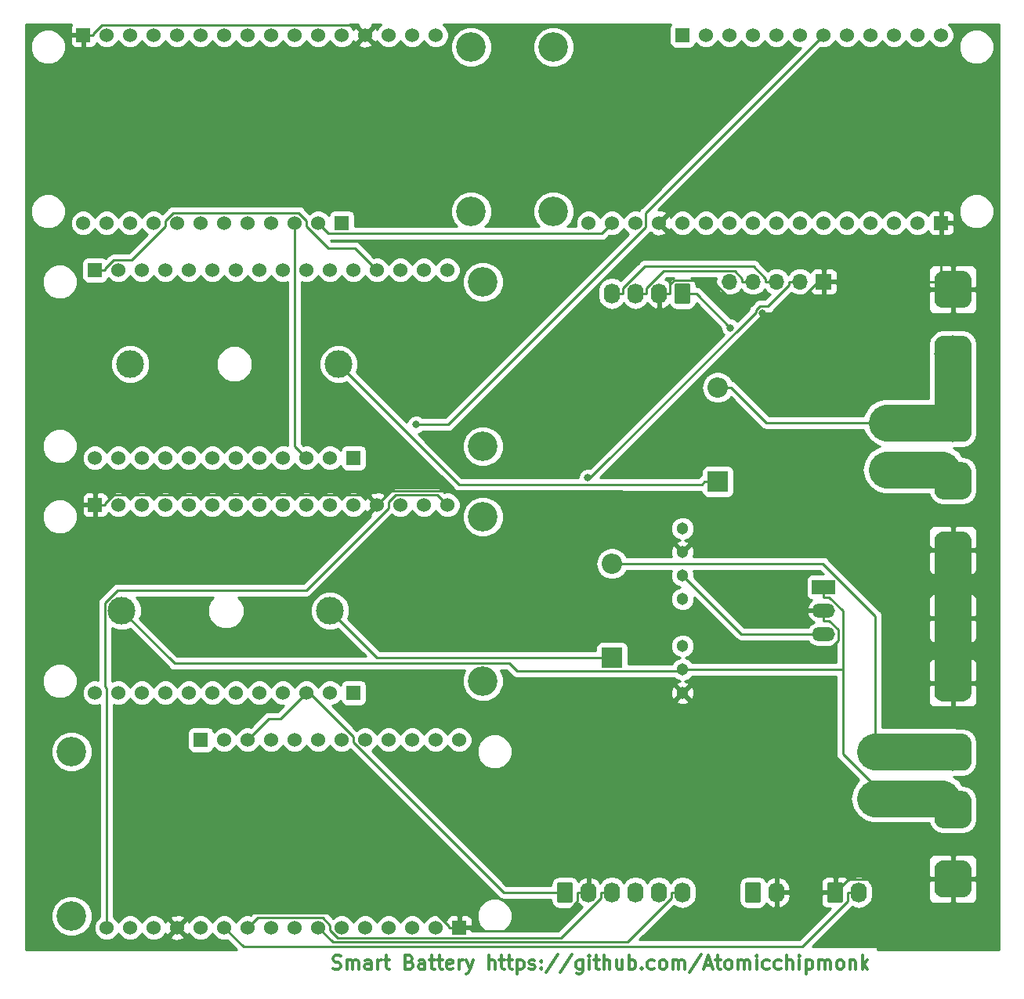
<source format=gbr>
G04 #@! TF.GenerationSoftware,KiCad,Pcbnew,5.0.2+dfsg1-1*
G04 #@! TF.CreationDate,2021-02-19T18:08:43-07:00*
G04 #@! TF.ProjectId,smart_battery,736d6172-745f-4626-9174-746572792e6b,rev?*
G04 #@! TF.SameCoordinates,Original*
G04 #@! TF.FileFunction,Copper,L1,Top*
G04 #@! TF.FilePolarity,Positive*
%FSLAX46Y46*%
G04 Gerber Fmt 4.6, Leading zero omitted, Abs format (unit mm)*
G04 Created by KiCad (PCBNEW 5.0.2+dfsg1-1) date Fri 19 Feb 2021 06:08:43 PM MST*
%MOMM*%
%LPD*%
G01*
G04 APERTURE LIST*
G04 #@! TA.AperFunction,NonConductor*
%ADD10C,0.300000*%
G04 #@! TD*
G04 #@! TA.AperFunction,ComponentPad*
%ADD11C,3.000000*%
G04 #@! TD*
G04 #@! TA.AperFunction,ComponentPad*
%ADD12O,2.200000X2.200000*%
G04 #@! TD*
G04 #@! TA.AperFunction,ComponentPad*
%ADD13R,2.200000X2.200000*%
G04 #@! TD*
G04 #@! TA.AperFunction,ComponentPad*
%ADD14O,1.740000X2.200000*%
G04 #@! TD*
G04 #@! TA.AperFunction,Conductor*
%ADD15C,0.100000*%
G04 #@! TD*
G04 #@! TA.AperFunction,ComponentPad*
%ADD16C,1.740000*%
G04 #@! TD*
G04 #@! TA.AperFunction,ComponentPad*
%ADD17O,1.700000X1.700000*%
G04 #@! TD*
G04 #@! TA.AperFunction,ComponentPad*
%ADD18R,1.700000X1.700000*%
G04 #@! TD*
G04 #@! TA.AperFunction,ComponentPad*
%ADD19O,2.500000X1.500000*%
G04 #@! TD*
G04 #@! TA.AperFunction,ComponentPad*
%ADD20R,2.500000X1.500000*%
G04 #@! TD*
G04 #@! TA.AperFunction,ComponentPad*
%ADD21C,1.530000*%
G04 #@! TD*
G04 #@! TA.AperFunction,ComponentPad*
%ADD22C,3.200000*%
G04 #@! TD*
G04 #@! TA.AperFunction,ComponentPad*
%ADD23R,1.530000X1.530000*%
G04 #@! TD*
G04 #@! TA.AperFunction,ComponentPad*
%ADD24C,1.303000*%
G04 #@! TD*
G04 #@! TA.AperFunction,ComponentPad*
%ADD25C,4.000000*%
G04 #@! TD*
G04 #@! TA.AperFunction,ViaPad*
%ADD26C,2.000000*%
G04 #@! TD*
G04 #@! TA.AperFunction,ViaPad*
%ADD27R,2.000000X2.000000*%
G04 #@! TD*
G04 #@! TA.AperFunction,ViaPad*
%ADD28C,0.800000*%
G04 #@! TD*
G04 #@! TA.AperFunction,Conductor*
%ADD29C,0.250000*%
G04 #@! TD*
G04 #@! TA.AperFunction,Conductor*
%ADD30C,4.000000*%
G04 #@! TD*
G04 #@! TA.AperFunction,Conductor*
%ADD31C,0.254000*%
G04 #@! TD*
G04 APERTURE END LIST*
D10*
X56197142Y-121257142D02*
X56411428Y-121328571D01*
X56768571Y-121328571D01*
X56911428Y-121257142D01*
X56982857Y-121185714D01*
X57054285Y-121042857D01*
X57054285Y-120900000D01*
X56982857Y-120757142D01*
X56911428Y-120685714D01*
X56768571Y-120614285D01*
X56482857Y-120542857D01*
X56339999Y-120471428D01*
X56268571Y-120400000D01*
X56197142Y-120257142D01*
X56197142Y-120114285D01*
X56268571Y-119971428D01*
X56339999Y-119900000D01*
X56482857Y-119828571D01*
X56839999Y-119828571D01*
X57054285Y-119900000D01*
X57697142Y-121328571D02*
X57697142Y-120328571D01*
X57697142Y-120471428D02*
X57768571Y-120400000D01*
X57911428Y-120328571D01*
X58125714Y-120328571D01*
X58268571Y-120400000D01*
X58339999Y-120542857D01*
X58339999Y-121328571D01*
X58339999Y-120542857D02*
X58411428Y-120400000D01*
X58554285Y-120328571D01*
X58768571Y-120328571D01*
X58911428Y-120400000D01*
X58982857Y-120542857D01*
X58982857Y-121328571D01*
X60339999Y-121328571D02*
X60339999Y-120542857D01*
X60268571Y-120400000D01*
X60125714Y-120328571D01*
X59839999Y-120328571D01*
X59697142Y-120400000D01*
X60339999Y-121257142D02*
X60197142Y-121328571D01*
X59839999Y-121328571D01*
X59697142Y-121257142D01*
X59625714Y-121114285D01*
X59625714Y-120971428D01*
X59697142Y-120828571D01*
X59839999Y-120757142D01*
X60197142Y-120757142D01*
X60339999Y-120685714D01*
X61054285Y-121328571D02*
X61054285Y-120328571D01*
X61054285Y-120614285D02*
X61125714Y-120471428D01*
X61197142Y-120400000D01*
X61339999Y-120328571D01*
X61482857Y-120328571D01*
X61768571Y-120328571D02*
X62340000Y-120328571D01*
X61982857Y-119828571D02*
X61982857Y-121114285D01*
X62054285Y-121257142D01*
X62197142Y-121328571D01*
X62340000Y-121328571D01*
X64482857Y-120542857D02*
X64697142Y-120614285D01*
X64768571Y-120685714D01*
X64840000Y-120828571D01*
X64840000Y-121042857D01*
X64768571Y-121185714D01*
X64697142Y-121257142D01*
X64554285Y-121328571D01*
X63982857Y-121328571D01*
X63982857Y-119828571D01*
X64482857Y-119828571D01*
X64625714Y-119900000D01*
X64697142Y-119971428D01*
X64768571Y-120114285D01*
X64768571Y-120257142D01*
X64697142Y-120400000D01*
X64625714Y-120471428D01*
X64482857Y-120542857D01*
X63982857Y-120542857D01*
X66125714Y-121328571D02*
X66125714Y-120542857D01*
X66054285Y-120400000D01*
X65911428Y-120328571D01*
X65625714Y-120328571D01*
X65482857Y-120400000D01*
X66125714Y-121257142D02*
X65982857Y-121328571D01*
X65625714Y-121328571D01*
X65482857Y-121257142D01*
X65411428Y-121114285D01*
X65411428Y-120971428D01*
X65482857Y-120828571D01*
X65625714Y-120757142D01*
X65982857Y-120757142D01*
X66125714Y-120685714D01*
X66625714Y-120328571D02*
X67197142Y-120328571D01*
X66839999Y-119828571D02*
X66839999Y-121114285D01*
X66911428Y-121257142D01*
X67054285Y-121328571D01*
X67197142Y-121328571D01*
X67482857Y-120328571D02*
X68054285Y-120328571D01*
X67697142Y-119828571D02*
X67697142Y-121114285D01*
X67768571Y-121257142D01*
X67911428Y-121328571D01*
X68054285Y-121328571D01*
X69125714Y-121257142D02*
X68982857Y-121328571D01*
X68697142Y-121328571D01*
X68554285Y-121257142D01*
X68482857Y-121114285D01*
X68482857Y-120542857D01*
X68554285Y-120400000D01*
X68697142Y-120328571D01*
X68982857Y-120328571D01*
X69125714Y-120400000D01*
X69197142Y-120542857D01*
X69197142Y-120685714D01*
X68482857Y-120828571D01*
X69840000Y-121328571D02*
X69840000Y-120328571D01*
X69840000Y-120614285D02*
X69911428Y-120471428D01*
X69982857Y-120400000D01*
X70125714Y-120328571D01*
X70268571Y-120328571D01*
X70625714Y-120328571D02*
X70982857Y-121328571D01*
X71340000Y-120328571D02*
X70982857Y-121328571D01*
X70840000Y-121685714D01*
X70768571Y-121757142D01*
X70625714Y-121828571D01*
X73054285Y-121328571D02*
X73054285Y-119828571D01*
X73697142Y-121328571D02*
X73697142Y-120542857D01*
X73625714Y-120400000D01*
X73482857Y-120328571D01*
X73268571Y-120328571D01*
X73125714Y-120400000D01*
X73054285Y-120471428D01*
X74197142Y-120328571D02*
X74768571Y-120328571D01*
X74411428Y-119828571D02*
X74411428Y-121114285D01*
X74482857Y-121257142D01*
X74625714Y-121328571D01*
X74768571Y-121328571D01*
X75054285Y-120328571D02*
X75625714Y-120328571D01*
X75268571Y-119828571D02*
X75268571Y-121114285D01*
X75340000Y-121257142D01*
X75482857Y-121328571D01*
X75625714Y-121328571D01*
X76125714Y-120328571D02*
X76125714Y-121828571D01*
X76125714Y-120400000D02*
X76268571Y-120328571D01*
X76554285Y-120328571D01*
X76697142Y-120400000D01*
X76768571Y-120471428D01*
X76840000Y-120614285D01*
X76840000Y-121042857D01*
X76768571Y-121185714D01*
X76697142Y-121257142D01*
X76554285Y-121328571D01*
X76268571Y-121328571D01*
X76125714Y-121257142D01*
X77411428Y-121257142D02*
X77554285Y-121328571D01*
X77840000Y-121328571D01*
X77982857Y-121257142D01*
X78054285Y-121114285D01*
X78054285Y-121042857D01*
X77982857Y-120900000D01*
X77840000Y-120828571D01*
X77625714Y-120828571D01*
X77482857Y-120757142D01*
X77411428Y-120614285D01*
X77411428Y-120542857D01*
X77482857Y-120400000D01*
X77625714Y-120328571D01*
X77840000Y-120328571D01*
X77982857Y-120400000D01*
X78697142Y-121185714D02*
X78768571Y-121257142D01*
X78697142Y-121328571D01*
X78625714Y-121257142D01*
X78697142Y-121185714D01*
X78697142Y-121328571D01*
X78697142Y-120400000D02*
X78768571Y-120471428D01*
X78697142Y-120542857D01*
X78625714Y-120471428D01*
X78697142Y-120400000D01*
X78697142Y-120542857D01*
X80482857Y-119757142D02*
X79197142Y-121685714D01*
X82054285Y-119757142D02*
X80768571Y-121685714D01*
X83197142Y-120328571D02*
X83197142Y-121542857D01*
X83125714Y-121685714D01*
X83054285Y-121757142D01*
X82911428Y-121828571D01*
X82697142Y-121828571D01*
X82554285Y-121757142D01*
X83197142Y-121257142D02*
X83054285Y-121328571D01*
X82768571Y-121328571D01*
X82625714Y-121257142D01*
X82554285Y-121185714D01*
X82482857Y-121042857D01*
X82482857Y-120614285D01*
X82554285Y-120471428D01*
X82625714Y-120400000D01*
X82768571Y-120328571D01*
X83054285Y-120328571D01*
X83197142Y-120400000D01*
X83911428Y-121328571D02*
X83911428Y-120328571D01*
X83911428Y-119828571D02*
X83840000Y-119900000D01*
X83911428Y-119971428D01*
X83982857Y-119900000D01*
X83911428Y-119828571D01*
X83911428Y-119971428D01*
X84411428Y-120328571D02*
X84982857Y-120328571D01*
X84625714Y-119828571D02*
X84625714Y-121114285D01*
X84697142Y-121257142D01*
X84840000Y-121328571D01*
X84982857Y-121328571D01*
X85482857Y-121328571D02*
X85482857Y-119828571D01*
X86125714Y-121328571D02*
X86125714Y-120542857D01*
X86054285Y-120400000D01*
X85911428Y-120328571D01*
X85697142Y-120328571D01*
X85554285Y-120400000D01*
X85482857Y-120471428D01*
X87482857Y-120328571D02*
X87482857Y-121328571D01*
X86840000Y-120328571D02*
X86840000Y-121114285D01*
X86911428Y-121257142D01*
X87054285Y-121328571D01*
X87268571Y-121328571D01*
X87411428Y-121257142D01*
X87482857Y-121185714D01*
X88197142Y-121328571D02*
X88197142Y-119828571D01*
X88197142Y-120400000D02*
X88340000Y-120328571D01*
X88625714Y-120328571D01*
X88768571Y-120400000D01*
X88840000Y-120471428D01*
X88911428Y-120614285D01*
X88911428Y-121042857D01*
X88840000Y-121185714D01*
X88768571Y-121257142D01*
X88625714Y-121328571D01*
X88340000Y-121328571D01*
X88197142Y-121257142D01*
X89554285Y-121185714D02*
X89625714Y-121257142D01*
X89554285Y-121328571D01*
X89482857Y-121257142D01*
X89554285Y-121185714D01*
X89554285Y-121328571D01*
X90911428Y-121257142D02*
X90768571Y-121328571D01*
X90482857Y-121328571D01*
X90340000Y-121257142D01*
X90268571Y-121185714D01*
X90197142Y-121042857D01*
X90197142Y-120614285D01*
X90268571Y-120471428D01*
X90340000Y-120400000D01*
X90482857Y-120328571D01*
X90768571Y-120328571D01*
X90911428Y-120400000D01*
X91768571Y-121328571D02*
X91625714Y-121257142D01*
X91554285Y-121185714D01*
X91482857Y-121042857D01*
X91482857Y-120614285D01*
X91554285Y-120471428D01*
X91625714Y-120400000D01*
X91768571Y-120328571D01*
X91982857Y-120328571D01*
X92125714Y-120400000D01*
X92197142Y-120471428D01*
X92268571Y-120614285D01*
X92268571Y-121042857D01*
X92197142Y-121185714D01*
X92125714Y-121257142D01*
X91982857Y-121328571D01*
X91768571Y-121328571D01*
X92911428Y-121328571D02*
X92911428Y-120328571D01*
X92911428Y-120471428D02*
X92982857Y-120400000D01*
X93125714Y-120328571D01*
X93340000Y-120328571D01*
X93482857Y-120400000D01*
X93554285Y-120542857D01*
X93554285Y-121328571D01*
X93554285Y-120542857D02*
X93625714Y-120400000D01*
X93768571Y-120328571D01*
X93982857Y-120328571D01*
X94125714Y-120400000D01*
X94197142Y-120542857D01*
X94197142Y-121328571D01*
X95982857Y-119757142D02*
X94697142Y-121685714D01*
X96411428Y-120900000D02*
X97125714Y-120900000D01*
X96268571Y-121328571D02*
X96768571Y-119828571D01*
X97268571Y-121328571D01*
X97554285Y-120328571D02*
X98125714Y-120328571D01*
X97768571Y-119828571D02*
X97768571Y-121114285D01*
X97840000Y-121257142D01*
X97982857Y-121328571D01*
X98125714Y-121328571D01*
X98840000Y-121328571D02*
X98697142Y-121257142D01*
X98625714Y-121185714D01*
X98554285Y-121042857D01*
X98554285Y-120614285D01*
X98625714Y-120471428D01*
X98697142Y-120400000D01*
X98840000Y-120328571D01*
X99054285Y-120328571D01*
X99197142Y-120400000D01*
X99268571Y-120471428D01*
X99340000Y-120614285D01*
X99340000Y-121042857D01*
X99268571Y-121185714D01*
X99197142Y-121257142D01*
X99054285Y-121328571D01*
X98840000Y-121328571D01*
X99982857Y-121328571D02*
X99982857Y-120328571D01*
X99982857Y-120471428D02*
X100054285Y-120400000D01*
X100197142Y-120328571D01*
X100411428Y-120328571D01*
X100554285Y-120400000D01*
X100625714Y-120542857D01*
X100625714Y-121328571D01*
X100625714Y-120542857D02*
X100697142Y-120400000D01*
X100840000Y-120328571D01*
X101054285Y-120328571D01*
X101197142Y-120400000D01*
X101268571Y-120542857D01*
X101268571Y-121328571D01*
X101982857Y-121328571D02*
X101982857Y-120328571D01*
X101982857Y-119828571D02*
X101911428Y-119900000D01*
X101982857Y-119971428D01*
X102054285Y-119900000D01*
X101982857Y-119828571D01*
X101982857Y-119971428D01*
X103340000Y-121257142D02*
X103197142Y-121328571D01*
X102911428Y-121328571D01*
X102768571Y-121257142D01*
X102697142Y-121185714D01*
X102625714Y-121042857D01*
X102625714Y-120614285D01*
X102697142Y-120471428D01*
X102768571Y-120400000D01*
X102911428Y-120328571D01*
X103197142Y-120328571D01*
X103340000Y-120400000D01*
X104625714Y-121257142D02*
X104482857Y-121328571D01*
X104197142Y-121328571D01*
X104054285Y-121257142D01*
X103982857Y-121185714D01*
X103911428Y-121042857D01*
X103911428Y-120614285D01*
X103982857Y-120471428D01*
X104054285Y-120400000D01*
X104197142Y-120328571D01*
X104482857Y-120328571D01*
X104625714Y-120400000D01*
X105268571Y-121328571D02*
X105268571Y-119828571D01*
X105911428Y-121328571D02*
X105911428Y-120542857D01*
X105840000Y-120400000D01*
X105697142Y-120328571D01*
X105482857Y-120328571D01*
X105340000Y-120400000D01*
X105268571Y-120471428D01*
X106625714Y-121328571D02*
X106625714Y-120328571D01*
X106625714Y-119828571D02*
X106554285Y-119900000D01*
X106625714Y-119971428D01*
X106697142Y-119900000D01*
X106625714Y-119828571D01*
X106625714Y-119971428D01*
X107340000Y-120328571D02*
X107340000Y-121828571D01*
X107340000Y-120400000D02*
X107482857Y-120328571D01*
X107768571Y-120328571D01*
X107911428Y-120400000D01*
X107982857Y-120471428D01*
X108054285Y-120614285D01*
X108054285Y-121042857D01*
X107982857Y-121185714D01*
X107911428Y-121257142D01*
X107768571Y-121328571D01*
X107482857Y-121328571D01*
X107340000Y-121257142D01*
X108697142Y-121328571D02*
X108697142Y-120328571D01*
X108697142Y-120471428D02*
X108768571Y-120400000D01*
X108911428Y-120328571D01*
X109125714Y-120328571D01*
X109268571Y-120400000D01*
X109340000Y-120542857D01*
X109340000Y-121328571D01*
X109340000Y-120542857D02*
X109411428Y-120400000D01*
X109554285Y-120328571D01*
X109768571Y-120328571D01*
X109911428Y-120400000D01*
X109982857Y-120542857D01*
X109982857Y-121328571D01*
X110911428Y-121328571D02*
X110768571Y-121257142D01*
X110697142Y-121185714D01*
X110625714Y-121042857D01*
X110625714Y-120614285D01*
X110697142Y-120471428D01*
X110768571Y-120400000D01*
X110911428Y-120328571D01*
X111125714Y-120328571D01*
X111268571Y-120400000D01*
X111340000Y-120471428D01*
X111411428Y-120614285D01*
X111411428Y-121042857D01*
X111340000Y-121185714D01*
X111268571Y-121257142D01*
X111125714Y-121328571D01*
X110911428Y-121328571D01*
X112054285Y-120328571D02*
X112054285Y-121328571D01*
X112054285Y-120471428D02*
X112125714Y-120400000D01*
X112268571Y-120328571D01*
X112482857Y-120328571D01*
X112625714Y-120400000D01*
X112697142Y-120542857D01*
X112697142Y-121328571D01*
X113411428Y-121328571D02*
X113411428Y-119828571D01*
X113554285Y-120757142D02*
X113982857Y-121328571D01*
X113982857Y-120328571D02*
X113411428Y-120900000D01*
D11*
G04 #@! TO.P,F2,2*
G04 #@! TO.N,Net-(D2-Pad1)*
X56790000Y-55880000D03*
G04 #@! TO.P,F2,1*
G04 #@! TO.N,+48V*
X34290000Y-55880000D03*
G04 #@! TD*
G04 #@! TO.P,F1,1*
G04 #@! TO.N,Net-(D1-Pad1)*
X55880000Y-82550000D03*
G04 #@! TO.P,F1,2*
G04 #@! TO.N,+48V*
X33380000Y-82550000D03*
G04 #@! TD*
D12*
G04 #@! TO.P,D1,2*
G04 #@! TO.N,Net-(D1-Pad2)*
X86360000Y-77470000D03*
D13*
G04 #@! TO.P,D1,1*
G04 #@! TO.N,Net-(D1-Pad1)*
X86360000Y-87630000D03*
G04 #@! TD*
G04 #@! TO.P,D2,1*
G04 #@! TO.N,Net-(D2-Pad1)*
X97790000Y-68580000D03*
D12*
G04 #@! TO.P,D2,2*
G04 #@! TO.N,Net-(D2-Pad2)*
X97790000Y-58420000D03*
G04 #@! TD*
D14*
G04 #@! TO.P,JM1,6*
G04 #@! TO.N,/RBEN*
X93980000Y-113030000D03*
G04 #@! TO.P,JM1,5*
G04 #@! TO.N,Net-(JM1-Pad5)*
X91440000Y-113030000D03*
G04 #@! TO.P,JM1,4*
G04 #@! TO.N,/RBTX*
X88900000Y-113030000D03*
G04 #@! TO.P,JM1,3*
G04 #@! TO.N,/RBRX*
X86360000Y-113030000D03*
G04 #@! TO.P,JM1,2*
G04 #@! TO.N,GND*
X83820000Y-113030000D03*
D15*
G04 #@! TD*
G04 #@! TO.N,+5V*
G04 #@! TO.C,JM1*
G36*
X81924505Y-111931204D02*
X81948773Y-111934804D01*
X81972572Y-111940765D01*
X81995671Y-111949030D01*
X82017850Y-111959520D01*
X82038893Y-111972132D01*
X82058599Y-111986747D01*
X82076777Y-112003223D01*
X82093253Y-112021401D01*
X82107868Y-112041107D01*
X82120480Y-112062150D01*
X82130970Y-112084329D01*
X82139235Y-112107428D01*
X82145196Y-112131227D01*
X82148796Y-112155495D01*
X82150000Y-112179999D01*
X82150000Y-113880001D01*
X82148796Y-113904505D01*
X82145196Y-113928773D01*
X82139235Y-113952572D01*
X82130970Y-113975671D01*
X82120480Y-113997850D01*
X82107868Y-114018893D01*
X82093253Y-114038599D01*
X82076777Y-114056777D01*
X82058599Y-114073253D01*
X82038893Y-114087868D01*
X82017850Y-114100480D01*
X81995671Y-114110970D01*
X81972572Y-114119235D01*
X81948773Y-114125196D01*
X81924505Y-114128796D01*
X81900001Y-114130000D01*
X80659999Y-114130000D01*
X80635495Y-114128796D01*
X80611227Y-114125196D01*
X80587428Y-114119235D01*
X80564329Y-114110970D01*
X80542150Y-114100480D01*
X80521107Y-114087868D01*
X80501401Y-114073253D01*
X80483223Y-114056777D01*
X80466747Y-114038599D01*
X80452132Y-114018893D01*
X80439520Y-113997850D01*
X80429030Y-113975671D01*
X80420765Y-113952572D01*
X80414804Y-113928773D01*
X80411204Y-113904505D01*
X80410000Y-113880001D01*
X80410000Y-112179999D01*
X80411204Y-112155495D01*
X80414804Y-112131227D01*
X80420765Y-112107428D01*
X80429030Y-112084329D01*
X80439520Y-112062150D01*
X80452132Y-112041107D01*
X80466747Y-112021401D01*
X80483223Y-112003223D01*
X80501401Y-111986747D01*
X80521107Y-111972132D01*
X80542150Y-111959520D01*
X80564329Y-111949030D01*
X80587428Y-111940765D01*
X80611227Y-111934804D01*
X80635495Y-111931204D01*
X80659999Y-111930000D01*
X81900001Y-111930000D01*
X81924505Y-111931204D01*
X81924505Y-111931204D01*
G37*
D16*
G04 #@! TO.P,JM1,1*
G04 #@! TO.N,+5V*
X81280000Y-113030000D03*
G04 #@! TD*
D14*
G04 #@! TO.P,J12,2*
G04 #@! TO.N,GND*
X104140000Y-113030000D03*
D15*
G04 #@! TD*
G04 #@! TO.N,/THHTR*
G04 #@! TO.C,J12*
G36*
X102244505Y-111931204D02*
X102268773Y-111934804D01*
X102292572Y-111940765D01*
X102315671Y-111949030D01*
X102337850Y-111959520D01*
X102358893Y-111972132D01*
X102378599Y-111986747D01*
X102396777Y-112003223D01*
X102413253Y-112021401D01*
X102427868Y-112041107D01*
X102440480Y-112062150D01*
X102450970Y-112084329D01*
X102459235Y-112107428D01*
X102465196Y-112131227D01*
X102468796Y-112155495D01*
X102470000Y-112179999D01*
X102470000Y-113880001D01*
X102468796Y-113904505D01*
X102465196Y-113928773D01*
X102459235Y-113952572D01*
X102450970Y-113975671D01*
X102440480Y-113997850D01*
X102427868Y-114018893D01*
X102413253Y-114038599D01*
X102396777Y-114056777D01*
X102378599Y-114073253D01*
X102358893Y-114087868D01*
X102337850Y-114100480D01*
X102315671Y-114110970D01*
X102292572Y-114119235D01*
X102268773Y-114125196D01*
X102244505Y-114128796D01*
X102220001Y-114130000D01*
X100979999Y-114130000D01*
X100955495Y-114128796D01*
X100931227Y-114125196D01*
X100907428Y-114119235D01*
X100884329Y-114110970D01*
X100862150Y-114100480D01*
X100841107Y-114087868D01*
X100821401Y-114073253D01*
X100803223Y-114056777D01*
X100786747Y-114038599D01*
X100772132Y-114018893D01*
X100759520Y-113997850D01*
X100749030Y-113975671D01*
X100740765Y-113952572D01*
X100734804Y-113928773D01*
X100731204Y-113904505D01*
X100730000Y-113880001D01*
X100730000Y-112179999D01*
X100731204Y-112155495D01*
X100734804Y-112131227D01*
X100740765Y-112107428D01*
X100749030Y-112084329D01*
X100759520Y-112062150D01*
X100772132Y-112041107D01*
X100786747Y-112021401D01*
X100803223Y-112003223D01*
X100821401Y-111986747D01*
X100841107Y-111972132D01*
X100862150Y-111959520D01*
X100884329Y-111949030D01*
X100907428Y-111940765D01*
X100931227Y-111934804D01*
X100955495Y-111931204D01*
X100979999Y-111930000D01*
X102220001Y-111930000D01*
X102244505Y-111931204D01*
X102244505Y-111931204D01*
G37*
D16*
G04 #@! TO.P,J12,1*
G04 #@! TO.N,/THHTR*
X101600000Y-113030000D03*
G04 #@! TD*
D14*
G04 #@! TO.P,J13,2*
G04 #@! TO.N,/THBAT*
X113030000Y-113030000D03*
D15*
G04 #@! TD*
G04 #@! TO.N,GND*
G04 #@! TO.C,J13*
G36*
X111134505Y-111931204D02*
X111158773Y-111934804D01*
X111182572Y-111940765D01*
X111205671Y-111949030D01*
X111227850Y-111959520D01*
X111248893Y-111972132D01*
X111268599Y-111986747D01*
X111286777Y-112003223D01*
X111303253Y-112021401D01*
X111317868Y-112041107D01*
X111330480Y-112062150D01*
X111340970Y-112084329D01*
X111349235Y-112107428D01*
X111355196Y-112131227D01*
X111358796Y-112155495D01*
X111360000Y-112179999D01*
X111360000Y-113880001D01*
X111358796Y-113904505D01*
X111355196Y-113928773D01*
X111349235Y-113952572D01*
X111340970Y-113975671D01*
X111330480Y-113997850D01*
X111317868Y-114018893D01*
X111303253Y-114038599D01*
X111286777Y-114056777D01*
X111268599Y-114073253D01*
X111248893Y-114087868D01*
X111227850Y-114100480D01*
X111205671Y-114110970D01*
X111182572Y-114119235D01*
X111158773Y-114125196D01*
X111134505Y-114128796D01*
X111110001Y-114130000D01*
X109869999Y-114130000D01*
X109845495Y-114128796D01*
X109821227Y-114125196D01*
X109797428Y-114119235D01*
X109774329Y-114110970D01*
X109752150Y-114100480D01*
X109731107Y-114087868D01*
X109711401Y-114073253D01*
X109693223Y-114056777D01*
X109676747Y-114038599D01*
X109662132Y-114018893D01*
X109649520Y-113997850D01*
X109639030Y-113975671D01*
X109630765Y-113952572D01*
X109624804Y-113928773D01*
X109621204Y-113904505D01*
X109620000Y-113880001D01*
X109620000Y-112179999D01*
X109621204Y-112155495D01*
X109624804Y-112131227D01*
X109630765Y-112107428D01*
X109639030Y-112084329D01*
X109649520Y-112062150D01*
X109662132Y-112041107D01*
X109676747Y-112021401D01*
X109693223Y-112003223D01*
X109711401Y-111986747D01*
X109731107Y-111972132D01*
X109752150Y-111959520D01*
X109774329Y-111949030D01*
X109797428Y-111940765D01*
X109821227Y-111934804D01*
X109845495Y-111931204D01*
X109869999Y-111930000D01*
X111110001Y-111930000D01*
X111134505Y-111931204D01*
X111134505Y-111931204D01*
G37*
D16*
G04 #@! TO.P,J13,1*
G04 #@! TO.N,GND*
X110490000Y-113030000D03*
G04 #@! TD*
D14*
G04 #@! TO.P,JM2,4*
G04 #@! TO.N,/SDA*
X86360000Y-48260000D03*
G04 #@! TO.P,JM2,3*
G04 #@! TO.N,/SCL*
X88900000Y-48260000D03*
G04 #@! TO.P,JM2,2*
G04 #@! TO.N,GND*
X91440000Y-48260000D03*
D15*
G04 #@! TD*
G04 #@! TO.N,+5V*
G04 #@! TO.C,JM2*
G36*
X94624505Y-47161204D02*
X94648773Y-47164804D01*
X94672572Y-47170765D01*
X94695671Y-47179030D01*
X94717850Y-47189520D01*
X94738893Y-47202132D01*
X94758599Y-47216747D01*
X94776777Y-47233223D01*
X94793253Y-47251401D01*
X94807868Y-47271107D01*
X94820480Y-47292150D01*
X94830970Y-47314329D01*
X94839235Y-47337428D01*
X94845196Y-47361227D01*
X94848796Y-47385495D01*
X94850000Y-47409999D01*
X94850000Y-49110001D01*
X94848796Y-49134505D01*
X94845196Y-49158773D01*
X94839235Y-49182572D01*
X94830970Y-49205671D01*
X94820480Y-49227850D01*
X94807868Y-49248893D01*
X94793253Y-49268599D01*
X94776777Y-49286777D01*
X94758599Y-49303253D01*
X94738893Y-49317868D01*
X94717850Y-49330480D01*
X94695671Y-49340970D01*
X94672572Y-49349235D01*
X94648773Y-49355196D01*
X94624505Y-49358796D01*
X94600001Y-49360000D01*
X93359999Y-49360000D01*
X93335495Y-49358796D01*
X93311227Y-49355196D01*
X93287428Y-49349235D01*
X93264329Y-49340970D01*
X93242150Y-49330480D01*
X93221107Y-49317868D01*
X93201401Y-49303253D01*
X93183223Y-49286777D01*
X93166747Y-49268599D01*
X93152132Y-49248893D01*
X93139520Y-49227850D01*
X93129030Y-49205671D01*
X93120765Y-49182572D01*
X93114804Y-49158773D01*
X93111204Y-49134505D01*
X93110000Y-49110001D01*
X93110000Y-47409999D01*
X93111204Y-47385495D01*
X93114804Y-47361227D01*
X93120765Y-47337428D01*
X93129030Y-47314329D01*
X93139520Y-47292150D01*
X93152132Y-47271107D01*
X93166747Y-47251401D01*
X93183223Y-47233223D01*
X93201401Y-47216747D01*
X93221107Y-47202132D01*
X93242150Y-47189520D01*
X93264329Y-47179030D01*
X93287428Y-47170765D01*
X93311227Y-47164804D01*
X93335495Y-47161204D01*
X93359999Y-47160000D01*
X94600001Y-47160000D01*
X94624505Y-47161204D01*
X94624505Y-47161204D01*
G37*
D16*
G04 #@! TO.P,JM2,1*
G04 #@! TO.N,+5V*
X93980000Y-48260000D03*
G04 #@! TD*
D17*
G04 #@! TO.P,J11,5*
G04 #@! TO.N,Net-(J11-Pad5)*
X99060000Y-46990000D03*
G04 #@! TO.P,J11,4*
G04 #@! TO.N,/SCL*
X101600000Y-46990000D03*
G04 #@! TO.P,J11,3*
G04 #@! TO.N,/SDA*
X104140000Y-46990000D03*
G04 #@! TO.P,J11,2*
G04 #@! TO.N,/VPIN*
X106680000Y-46990000D03*
D18*
G04 #@! TO.P,J11,1*
G04 #@! TO.N,GND*
X109220000Y-46990000D03*
G04 #@! TD*
D19*
G04 #@! TO.P,PS1,3*
G04 #@! TO.N,+5V*
X109220000Y-85090000D03*
G04 #@! TO.P,PS1,2*
G04 #@! TO.N,GND*
X109220000Y-82550000D03*
D20*
G04 #@! TO.P,PS1,1*
G04 #@! TO.N,+48V*
X109220000Y-80010000D03*
G04 #@! TD*
D21*
G04 #@! TO.P,U12,P1_16*
G04 #@! TO.N,/~RST*
X83820000Y-40640000D03*
G04 #@! TO.P,U12,P1_15*
G04 #@! TO.N,+48V*
X86360000Y-40640000D03*
G04 #@! TO.P,U12,P1_14*
G04 #@! TO.N,Net-(U12-PadP1_14)*
X88900000Y-40640000D03*
G04 #@! TO.P,U12,P1_13*
G04 #@! TO.N,GND*
X91440000Y-40640000D03*
G04 #@! TO.P,U12,P1_12*
G04 #@! TO.N,Net-(U12-PadP1_12)*
X93980000Y-40640000D03*
G04 #@! TO.P,U12,P1_11*
G04 #@! TO.N,Net-(U12-PadP1_11)*
X96520000Y-40640000D03*
G04 #@! TO.P,U12,P1_10*
G04 #@! TO.N,Net-(U12-PadP1_10)*
X99060000Y-40640000D03*
G04 #@! TO.P,U12,P1_9*
G04 #@! TO.N,Net-(U12-PadP1_9)*
X101600000Y-40640000D03*
G04 #@! TO.P,U12,P1_8*
G04 #@! TO.N,Net-(U12-PadP1_8)*
X104140000Y-40640000D03*
G04 #@! TO.P,U12,P1_7*
G04 #@! TO.N,Net-(U12-PadP1_7)*
X106680000Y-40640000D03*
G04 #@! TO.P,U12,P1_6*
G04 #@! TO.N,/SCK*
X109220000Y-40640000D03*
G04 #@! TO.P,U12,P1_5*
G04 #@! TO.N,/MOSI*
X111760000Y-40640000D03*
G04 #@! TO.P,U12,P1_4*
G04 #@! TO.N,/MISO*
X114300000Y-40640000D03*
G04 #@! TO.P,U12,P1_3*
G04 #@! TO.N,Net-(U12-PadP1_3)*
X116840000Y-40640000D03*
G04 #@! TO.P,U12,P1_2*
G04 #@! TO.N,Net-(U12-PadP1_2)*
X119380000Y-40640000D03*
G04 #@! TO.P,U12,P2_12*
G04 #@! TO.N,Net-(U12-PadP2_12)*
X121920000Y-20320000D03*
G04 #@! TO.P,U12,P2_11*
G04 #@! TO.N,Net-(U12-PadP2_11)*
X119380000Y-20320000D03*
G04 #@! TO.P,U12,P2_10*
G04 #@! TO.N,Net-(U12-PadP2_10)*
X116840000Y-20320000D03*
G04 #@! TO.P,U12,P2_9*
G04 #@! TO.N,Net-(U12-PadP2_9)*
X114300000Y-20320000D03*
G04 #@! TO.P,U12,P2_8*
G04 #@! TO.N,Net-(U12-PadP2_8)*
X111760000Y-20320000D03*
G04 #@! TO.P,U12,P2_7*
G04 #@! TO.N,/ENCS*
X109220000Y-20320000D03*
G04 #@! TO.P,U12,P2_6*
G04 #@! TO.N,Net-(U12-PadP2_6)*
X106680000Y-20320000D03*
G04 #@! TO.P,U12,P2_5*
G04 #@! TO.N,Net-(U12-PadP2_5)*
X104140000Y-20320000D03*
G04 #@! TO.P,U12,P2_4*
G04 #@! TO.N,Net-(U12-PadP2_4)*
X101600000Y-20320000D03*
G04 #@! TO.P,U12,P2_3*
G04 #@! TO.N,Net-(U12-PadP2_3)*
X99060000Y-20320000D03*
G04 #@! TO.P,U12,P2_2*
G04 #@! TO.N,Net-(U12-PadP2_2)*
X96520000Y-20320000D03*
D22*
G04 #@! TO.P,U12,P$2*
G04 #@! TO.N,N/C*
X80010000Y-39370000D03*
G04 #@! TO.P,U12,P$1*
X80010000Y-21590000D03*
D23*
G04 #@! TO.P,U12,P2_1*
G04 #@! TO.N,Net-(U12-PadP2_1)*
X93980000Y-20320000D03*
G04 #@! TO.P,U12,P1_1*
G04 #@! TO.N,GND*
X121920000Y-40640000D03*
G04 #@! TD*
D21*
G04 #@! TO.P,U10,P1_16*
G04 #@! TO.N,/~RST*
X31750000Y-116840000D03*
G04 #@! TO.P,U10,P1_15*
G04 #@! TO.N,+3V3*
X34290000Y-116840000D03*
G04 #@! TO.P,U10,P1_14*
G04 #@! TO.N,/AREF*
X36830000Y-116840000D03*
G04 #@! TO.P,U10,P1_13*
G04 #@! TO.N,GND*
X39370000Y-116840000D03*
G04 #@! TO.P,U10,P1_12*
G04 #@! TO.N,/THHTR*
X41910000Y-116840000D03*
G04 #@! TO.P,U10,P1_11*
G04 #@! TO.N,/THBAT*
X44450000Y-116840000D03*
G04 #@! TO.P,U10,P1_10*
G04 #@! TO.N,/RBRX*
X46990000Y-116840000D03*
G04 #@! TO.P,U10,P1_9*
G04 #@! TO.N,/RBTX*
X49530000Y-116840000D03*
G04 #@! TO.P,U10,P1_8*
G04 #@! TO.N,/48VEN*
X52070000Y-116840000D03*
G04 #@! TO.P,U10,P1_7*
G04 #@! TO.N,/RBEN*
X54610000Y-116840000D03*
G04 #@! TO.P,U10,P1_6*
G04 #@! TO.N,/SCK*
X57150000Y-116840000D03*
G04 #@! TO.P,U10,P1_5*
G04 #@! TO.N,/MOSI*
X59690000Y-116840000D03*
G04 #@! TO.P,U10,P1_4*
G04 #@! TO.N,/MISO*
X62230000Y-116840000D03*
G04 #@! TO.P,U10,P1_3*
G04 #@! TO.N,/RX*
X64770000Y-116840000D03*
G04 #@! TO.P,U10,P1_2*
G04 #@! TO.N,/TX*
X67310000Y-116840000D03*
G04 #@! TO.P,U10,P2_12*
G04 #@! TO.N,/SDA*
X69850000Y-96520000D03*
G04 #@! TO.P,U10,P2_11*
G04 #@! TO.N,/SCL*
X67310000Y-96520000D03*
G04 #@! TO.P,U10,P2_10*
G04 #@! TO.N,/SUSET*
X64770000Y-96520000D03*
G04 #@! TO.P,U10,P2_9*
G04 #@! TO.N,/PSET*
X62230000Y-96520000D03*
G04 #@! TO.P,U10,P2_8*
G04 #@! TO.N,/PUSET*
X59690000Y-96520000D03*
G04 #@! TO.P,U10,P2_7*
G04 #@! TO.N,/ENCS*
X57150000Y-96520000D03*
G04 #@! TO.P,U10,P2_6*
G04 #@! TO.N,/SSET*
X54610000Y-96520000D03*
G04 #@! TO.P,U10,P2_5*
G04 #@! TO.N,/HTEN*
X52070000Y-96520000D03*
G04 #@! TO.P,U10,P2_4*
G04 #@! TO.N,/VPIN*
X49530000Y-96520000D03*
G04 #@! TO.P,U10,P2_3*
G04 #@! TO.N,+5V*
X46990000Y-96520000D03*
G04 #@! TO.P,U10,P2_2*
G04 #@! TO.N,Net-(U10-PadP2_2)*
X44450000Y-96520000D03*
D22*
G04 #@! TO.P,U10,P$2*
G04 #@! TO.N,N/C*
X27940000Y-115570000D03*
G04 #@! TO.P,U10,P$1*
X27940000Y-97790000D03*
D23*
G04 #@! TO.P,U10,P2_1*
G04 #@! TO.N,/VBAT*
X41910000Y-96520000D03*
G04 #@! TO.P,U10,P1_1*
G04 #@! TO.N,GND*
X69850000Y-116840000D03*
G04 #@! TD*
D21*
G04 #@! TO.P,U14,P1_16*
G04 #@! TO.N,/~RST*
X67310000Y-20320000D03*
G04 #@! TO.P,U14,P1_15*
G04 #@! TO.N,+3V3*
X64770000Y-20320000D03*
G04 #@! TO.P,U14,P1_14*
G04 #@! TO.N,Net-(U14-PadP1_14)*
X62230000Y-20320000D03*
G04 #@! TO.P,U14,P1_13*
G04 #@! TO.N,GND*
X59690000Y-20320000D03*
G04 #@! TO.P,U14,P1_12*
G04 #@! TO.N,Net-(U14-PadP1_12)*
X57150000Y-20320000D03*
G04 #@! TO.P,U14,P1_11*
G04 #@! TO.N,Net-(U14-PadP1_11)*
X54610000Y-20320000D03*
G04 #@! TO.P,U14,P1_10*
G04 #@! TO.N,Net-(U14-PadP1_10)*
X52070000Y-20320000D03*
G04 #@! TO.P,U14,P1_9*
G04 #@! TO.N,Net-(U14-PadP1_9)*
X49530000Y-20320000D03*
G04 #@! TO.P,U14,P1_8*
G04 #@! TO.N,Net-(U14-PadP1_8)*
X46990000Y-20320000D03*
G04 #@! TO.P,U14,P1_7*
G04 #@! TO.N,Net-(U14-PadP1_7)*
X44450000Y-20320000D03*
G04 #@! TO.P,U14,P1_6*
G04 #@! TO.N,Net-(U14-PadP1_6)*
X41910000Y-20320000D03*
G04 #@! TO.P,U14,P1_5*
G04 #@! TO.N,Net-(U14-PadP1_5)*
X39370000Y-20320000D03*
G04 #@! TO.P,U14,P1_4*
G04 #@! TO.N,Net-(U14-PadP1_4)*
X36830000Y-20320000D03*
G04 #@! TO.P,U14,P1_3*
G04 #@! TO.N,Net-(U14-PadP1_3)*
X34290000Y-20320000D03*
G04 #@! TO.P,U14,P1_2*
G04 #@! TO.N,Net-(U14-PadP1_2)*
X31750000Y-20320000D03*
G04 #@! TO.P,U14,P2_12*
G04 #@! TO.N,Net-(U14-PadP2_12)*
X29210000Y-40640000D03*
G04 #@! TO.P,U14,P2_11*
G04 #@! TO.N,Net-(U14-PadP2_11)*
X31750000Y-40640000D03*
G04 #@! TO.P,U14,P2_10*
G04 #@! TO.N,Net-(U14-PadP2_10)*
X34290000Y-40640000D03*
G04 #@! TO.P,U14,P2_9*
G04 #@! TO.N,/PSET*
X36830000Y-40640000D03*
G04 #@! TO.P,U14,P2_8*
G04 #@! TO.N,/PUSET*
X39370000Y-40640000D03*
G04 #@! TO.P,U14,P2_7*
G04 #@! TO.N,Net-(U14-PadP2_7)*
X41910000Y-40640000D03*
G04 #@! TO.P,U14,P2_6*
G04 #@! TO.N,Net-(U14-PadP2_6)*
X44450000Y-40640000D03*
G04 #@! TO.P,U14,P2_5*
G04 #@! TO.N,Net-(U14-PadP2_5)*
X46990000Y-40640000D03*
G04 #@! TO.P,U14,P2_4*
G04 #@! TO.N,Net-(U14-PadP2_4)*
X49530000Y-40640000D03*
G04 #@! TO.P,U14,P2_3*
G04 #@! TO.N,+5V*
X52070000Y-40640000D03*
G04 #@! TO.P,U14,P2_2*
G04 #@! TO.N,+48V*
X54610000Y-40640000D03*
D22*
G04 #@! TO.P,U14,P$2*
G04 #@! TO.N,N/C*
X71120000Y-21590000D03*
G04 #@! TO.P,U14,P$1*
X71120000Y-39370000D03*
D23*
G04 #@! TO.P,U14,P2_1*
G04 #@! TO.N,Net-(U14-PadP2_1)*
X57150000Y-40640000D03*
G04 #@! TO.P,U14,P1_1*
G04 #@! TO.N,GND*
X29210000Y-20320000D03*
G04 #@! TD*
D21*
G04 #@! TO.P,U13,P1_16*
G04 #@! TO.N,/~RST*
X68580000Y-45720000D03*
G04 #@! TO.P,U13,P1_15*
G04 #@! TO.N,+3V3*
X66040000Y-45720000D03*
G04 #@! TO.P,U13,P1_14*
G04 #@! TO.N,Net-(U13-PadP1_14)*
X63500000Y-45720000D03*
G04 #@! TO.P,U13,P1_13*
G04 #@! TO.N,Net-(U13-PadP1_1)*
X60960000Y-45720000D03*
G04 #@! TO.P,U13,P1_12*
G04 #@! TO.N,Net-(U13-PadP1_12)*
X58420000Y-45720000D03*
G04 #@! TO.P,U13,P1_11*
G04 #@! TO.N,Net-(U13-PadP1_11)*
X55880000Y-45720000D03*
G04 #@! TO.P,U13,P1_10*
G04 #@! TO.N,Net-(U13-PadP1_10)*
X53340000Y-45720000D03*
G04 #@! TO.P,U13,P1_9*
G04 #@! TO.N,Net-(U13-PadP1_9)*
X50800000Y-45720000D03*
G04 #@! TO.P,U13,P1_8*
G04 #@! TO.N,Net-(U13-PadP1_8)*
X48260000Y-45720000D03*
G04 #@! TO.P,U13,P1_7*
G04 #@! TO.N,Net-(U13-PadP1_7)*
X45720000Y-45720000D03*
G04 #@! TO.P,U13,P1_6*
G04 #@! TO.N,Net-(U13-PadP1_6)*
X43180000Y-45720000D03*
G04 #@! TO.P,U13,P1_5*
G04 #@! TO.N,Net-(U13-PadP1_5)*
X40640000Y-45720000D03*
G04 #@! TO.P,U13,P1_4*
G04 #@! TO.N,Net-(U13-PadP1_4)*
X38100000Y-45720000D03*
G04 #@! TO.P,U13,P1_3*
G04 #@! TO.N,Net-(U13-PadP1_3)*
X35560000Y-45720000D03*
G04 #@! TO.P,U13,P1_2*
G04 #@! TO.N,Net-(U13-PadP1_2)*
X33020000Y-45720000D03*
G04 #@! TO.P,U13,P2_12*
G04 #@! TO.N,Net-(U13-PadP2_12)*
X30480000Y-66040000D03*
G04 #@! TO.P,U13,P2_11*
G04 #@! TO.N,Net-(U13-PadP2_11)*
X33020000Y-66040000D03*
G04 #@! TO.P,U13,P2_10*
G04 #@! TO.N,/SUSET*
X35560000Y-66040000D03*
G04 #@! TO.P,U13,P2_9*
G04 #@! TO.N,Net-(U13-PadP2_9)*
X38100000Y-66040000D03*
G04 #@! TO.P,U13,P2_8*
G04 #@! TO.N,Net-(U13-PadP2_8)*
X40640000Y-66040000D03*
G04 #@! TO.P,U13,P2_7*
G04 #@! TO.N,Net-(U13-PadP2_7)*
X43180000Y-66040000D03*
G04 #@! TO.P,U13,P2_6*
G04 #@! TO.N,/SSET*
X45720000Y-66040000D03*
G04 #@! TO.P,U13,P2_5*
G04 #@! TO.N,Net-(U13-PadP2_5)*
X48260000Y-66040000D03*
G04 #@! TO.P,U13,P2_4*
G04 #@! TO.N,Net-(U13-PadP2_4)*
X50800000Y-66040000D03*
G04 #@! TO.P,U13,P2_3*
G04 #@! TO.N,+5V*
X53340000Y-66040000D03*
G04 #@! TO.P,U13,P2_2*
G04 #@! TO.N,Net-(U13-PadP2_2)*
X55880000Y-66040000D03*
D22*
G04 #@! TO.P,U13,P$2*
G04 #@! TO.N,N/C*
X72390000Y-46990000D03*
G04 #@! TO.P,U13,P$1*
X72390000Y-64770000D03*
D23*
G04 #@! TO.P,U13,P2_1*
G04 #@! TO.N,Net-(U13-PadP2_1)*
X58420000Y-66040000D03*
G04 #@! TO.P,U13,P1_1*
G04 #@! TO.N,Net-(U13-PadP1_1)*
X30480000Y-45720000D03*
G04 #@! TD*
D21*
G04 #@! TO.P,U11,P1_16*
G04 #@! TO.N,/~RST*
X68580000Y-71120000D03*
G04 #@! TO.P,U11,P1_15*
G04 #@! TO.N,+3V3*
X66040000Y-71120000D03*
G04 #@! TO.P,U11,P1_14*
G04 #@! TO.N,Net-(U11-PadP1_14)*
X63500000Y-71120000D03*
G04 #@! TO.P,U11,P1_13*
G04 #@! TO.N,GND*
X60960000Y-71120000D03*
G04 #@! TO.P,U11,P1_12*
G04 #@! TO.N,Net-(U11-PadP1_12)*
X58420000Y-71120000D03*
G04 #@! TO.P,U11,P1_11*
G04 #@! TO.N,Net-(U11-PadP1_11)*
X55880000Y-71120000D03*
G04 #@! TO.P,U11,P1_10*
G04 #@! TO.N,Net-(U11-PadP1_10)*
X53340000Y-71120000D03*
G04 #@! TO.P,U11,P1_9*
G04 #@! TO.N,Net-(U11-PadP1_9)*
X50800000Y-71120000D03*
G04 #@! TO.P,U11,P1_8*
G04 #@! TO.N,Net-(U11-PadP1_8)*
X48260000Y-71120000D03*
G04 #@! TO.P,U11,P1_7*
G04 #@! TO.N,Net-(U11-PadP1_7)*
X45720000Y-71120000D03*
G04 #@! TO.P,U11,P1_6*
G04 #@! TO.N,Net-(U11-PadP1_6)*
X43180000Y-71120000D03*
G04 #@! TO.P,U11,P1_5*
G04 #@! TO.N,Net-(U11-PadP1_5)*
X40640000Y-71120000D03*
G04 #@! TO.P,U11,P1_4*
G04 #@! TO.N,Net-(U11-PadP1_4)*
X38100000Y-71120000D03*
G04 #@! TO.P,U11,P1_3*
G04 #@! TO.N,Net-(U11-PadP1_3)*
X35560000Y-71120000D03*
G04 #@! TO.P,U11,P1_2*
G04 #@! TO.N,Net-(U11-PadP1_2)*
X33020000Y-71120000D03*
G04 #@! TO.P,U11,P2_12*
G04 #@! TO.N,Net-(U11-PadP2_12)*
X30480000Y-91440000D03*
G04 #@! TO.P,U11,P2_11*
G04 #@! TO.N,Net-(U11-PadP2_11)*
X33020000Y-91440000D03*
G04 #@! TO.P,U11,P2_10*
G04 #@! TO.N,Net-(U11-PadP2_10)*
X35560000Y-91440000D03*
G04 #@! TO.P,U11,P2_9*
G04 #@! TO.N,Net-(U11-PadP2_9)*
X38100000Y-91440000D03*
G04 #@! TO.P,U11,P2_8*
G04 #@! TO.N,Net-(U11-PadP2_8)*
X40640000Y-91440000D03*
G04 #@! TO.P,U11,P2_7*
G04 #@! TO.N,Net-(U11-PadP2_7)*
X43180000Y-91440000D03*
G04 #@! TO.P,U11,P2_6*
G04 #@! TO.N,Net-(U11-PadP2_6)*
X45720000Y-91440000D03*
G04 #@! TO.P,U11,P2_5*
G04 #@! TO.N,/HTEN*
X48260000Y-91440000D03*
G04 #@! TO.P,U11,P2_4*
G04 #@! TO.N,Net-(U11-PadP2_4)*
X50800000Y-91440000D03*
G04 #@! TO.P,U11,P2_3*
G04 #@! TO.N,+5V*
X53340000Y-91440000D03*
G04 #@! TO.P,U11,P2_2*
G04 #@! TO.N,Net-(U11-PadP2_2)*
X55880000Y-91440000D03*
D22*
G04 #@! TO.P,U11,P$2*
G04 #@! TO.N,N/C*
X72390000Y-72390000D03*
G04 #@! TO.P,U11,P$1*
X72390000Y-90170000D03*
D23*
G04 #@! TO.P,U11,P2_1*
G04 #@! TO.N,Net-(U11-PadP2_1)*
X58420000Y-91440000D03*
G04 #@! TO.P,U11,P1_1*
G04 #@! TO.N,GND*
X30480000Y-71120000D03*
G04 #@! TD*
D24*
G04 #@! TO.P,PS2,8*
G04 #@! TO.N,Net-(PS2-Pad8)*
X93980000Y-73660000D03*
G04 #@! TO.P,PS2,7*
G04 #@! TO.N,GND*
X93980000Y-76200000D03*
G04 #@! TO.P,PS2,6*
G04 #@! TO.N,+5V*
X93980000Y-78740000D03*
G04 #@! TO.P,PS2,5*
G04 #@! TO.N,Net-(PS2-Pad5)*
X93980000Y-81280000D03*
G04 #@! TO.P,PS2,3*
G04 #@! TO.N,Net-(PS2-Pad3)*
X93980000Y-86360000D03*
G04 #@! TO.P,PS2,2*
G04 #@! TO.N,+48V*
X93980000Y-88900000D03*
G04 #@! TO.P,PS2,1*
G04 #@! TO.N,GND*
X93980000Y-91440000D03*
G04 #@! TD*
D15*
G04 #@! TO.N,GND*
G04 #@! TO.C,JP1*
G36*
X124288017Y-74004815D02*
X124385090Y-74019215D01*
X124480285Y-74043060D01*
X124572683Y-74076120D01*
X124661397Y-74118079D01*
X124745570Y-74168530D01*
X124824393Y-74226990D01*
X124897107Y-74292893D01*
X124963010Y-74365607D01*
X125021470Y-74444430D01*
X125071921Y-74528603D01*
X125113880Y-74617317D01*
X125146940Y-74709715D01*
X125170785Y-74804910D01*
X125185185Y-74901983D01*
X125190000Y-75000000D01*
X125190000Y-77000000D01*
X125185185Y-77098017D01*
X125170785Y-77195090D01*
X125146940Y-77290285D01*
X125113880Y-77382683D01*
X125071921Y-77471397D01*
X125021470Y-77555570D01*
X124963010Y-77634393D01*
X124897107Y-77707107D01*
X124824393Y-77773010D01*
X124745570Y-77831470D01*
X124661397Y-77881921D01*
X124572683Y-77923880D01*
X124480285Y-77956940D01*
X124385090Y-77980785D01*
X124288017Y-77995185D01*
X124190000Y-78000000D01*
X122190000Y-78000000D01*
X122091983Y-77995185D01*
X121994910Y-77980785D01*
X121899715Y-77956940D01*
X121807317Y-77923880D01*
X121718603Y-77881921D01*
X121634430Y-77831470D01*
X121555607Y-77773010D01*
X121482893Y-77707107D01*
X121416990Y-77634393D01*
X121358530Y-77555570D01*
X121308079Y-77471397D01*
X121266120Y-77382683D01*
X121233060Y-77290285D01*
X121209215Y-77195090D01*
X121194815Y-77098017D01*
X121190000Y-77000000D01*
X121190000Y-75000000D01*
X121194815Y-74901983D01*
X121209215Y-74804910D01*
X121233060Y-74709715D01*
X121266120Y-74617317D01*
X121308079Y-74528603D01*
X121358530Y-74444430D01*
X121416990Y-74365607D01*
X121482893Y-74292893D01*
X121555607Y-74226990D01*
X121634430Y-74168530D01*
X121718603Y-74118079D01*
X121807317Y-74076120D01*
X121899715Y-74043060D01*
X121994910Y-74019215D01*
X122091983Y-74004815D01*
X122190000Y-74000000D01*
X124190000Y-74000000D01*
X124288017Y-74004815D01*
X124288017Y-74004815D01*
G37*
D25*
G04 #@! TD*
G04 #@! TO.P,JP1,2*
G04 #@! TO.N,GND*
X123190000Y-76000000D03*
D15*
G04 #@! TO.N,+24V*
G04 #@! TO.C,JP1*
G36*
X124288017Y-66504815D02*
X124385090Y-66519215D01*
X124480285Y-66543060D01*
X124572683Y-66576120D01*
X124661397Y-66618079D01*
X124745570Y-66668530D01*
X124824393Y-66726990D01*
X124897107Y-66792893D01*
X124963010Y-66865607D01*
X125021470Y-66944430D01*
X125071921Y-67028603D01*
X125113880Y-67117317D01*
X125146940Y-67209715D01*
X125170785Y-67304910D01*
X125185185Y-67401983D01*
X125190000Y-67500000D01*
X125190000Y-69500000D01*
X125185185Y-69598017D01*
X125170785Y-69695090D01*
X125146940Y-69790285D01*
X125113880Y-69882683D01*
X125071921Y-69971397D01*
X125021470Y-70055570D01*
X124963010Y-70134393D01*
X124897107Y-70207107D01*
X124824393Y-70273010D01*
X124745570Y-70331470D01*
X124661397Y-70381921D01*
X124572683Y-70423880D01*
X124480285Y-70456940D01*
X124385090Y-70480785D01*
X124288017Y-70495185D01*
X124190000Y-70500000D01*
X122190000Y-70500000D01*
X122091983Y-70495185D01*
X121994910Y-70480785D01*
X121899715Y-70456940D01*
X121807317Y-70423880D01*
X121718603Y-70381921D01*
X121634430Y-70331470D01*
X121555607Y-70273010D01*
X121482893Y-70207107D01*
X121416990Y-70134393D01*
X121358530Y-70055570D01*
X121308079Y-69971397D01*
X121266120Y-69882683D01*
X121233060Y-69790285D01*
X121209215Y-69695090D01*
X121194815Y-69598017D01*
X121190000Y-69500000D01*
X121190000Y-67500000D01*
X121194815Y-67401983D01*
X121209215Y-67304910D01*
X121233060Y-67209715D01*
X121266120Y-67117317D01*
X121308079Y-67028603D01*
X121358530Y-66944430D01*
X121416990Y-66865607D01*
X121482893Y-66792893D01*
X121555607Y-66726990D01*
X121634430Y-66668530D01*
X121718603Y-66618079D01*
X121807317Y-66576120D01*
X121899715Y-66543060D01*
X121994910Y-66519215D01*
X122091983Y-66504815D01*
X122190000Y-66500000D01*
X124190000Y-66500000D01*
X124288017Y-66504815D01*
X124288017Y-66504815D01*
G37*
D25*
G04 #@! TD*
G04 #@! TO.P,JP1,1*
G04 #@! TO.N,+24V*
X123190000Y-68500000D03*
D15*
G04 #@! TO.N,GND*
G04 #@! TO.C,JP3*
G36*
X124288017Y-109564815D02*
X124385090Y-109579215D01*
X124480285Y-109603060D01*
X124572683Y-109636120D01*
X124661397Y-109678079D01*
X124745570Y-109728530D01*
X124824393Y-109786990D01*
X124897107Y-109852893D01*
X124963010Y-109925607D01*
X125021470Y-110004430D01*
X125071921Y-110088603D01*
X125113880Y-110177317D01*
X125146940Y-110269715D01*
X125170785Y-110364910D01*
X125185185Y-110461983D01*
X125190000Y-110560000D01*
X125190000Y-112560000D01*
X125185185Y-112658017D01*
X125170785Y-112755090D01*
X125146940Y-112850285D01*
X125113880Y-112942683D01*
X125071921Y-113031397D01*
X125021470Y-113115570D01*
X124963010Y-113194393D01*
X124897107Y-113267107D01*
X124824393Y-113333010D01*
X124745570Y-113391470D01*
X124661397Y-113441921D01*
X124572683Y-113483880D01*
X124480285Y-113516940D01*
X124385090Y-113540785D01*
X124288017Y-113555185D01*
X124190000Y-113560000D01*
X122190000Y-113560000D01*
X122091983Y-113555185D01*
X121994910Y-113540785D01*
X121899715Y-113516940D01*
X121807317Y-113483880D01*
X121718603Y-113441921D01*
X121634430Y-113391470D01*
X121555607Y-113333010D01*
X121482893Y-113267107D01*
X121416990Y-113194393D01*
X121358530Y-113115570D01*
X121308079Y-113031397D01*
X121266120Y-112942683D01*
X121233060Y-112850285D01*
X121209215Y-112755090D01*
X121194815Y-112658017D01*
X121190000Y-112560000D01*
X121190000Y-110560000D01*
X121194815Y-110461983D01*
X121209215Y-110364910D01*
X121233060Y-110269715D01*
X121266120Y-110177317D01*
X121308079Y-110088603D01*
X121358530Y-110004430D01*
X121416990Y-109925607D01*
X121482893Y-109852893D01*
X121555607Y-109786990D01*
X121634430Y-109728530D01*
X121718603Y-109678079D01*
X121807317Y-109636120D01*
X121899715Y-109603060D01*
X121994910Y-109579215D01*
X122091983Y-109564815D01*
X122190000Y-109560000D01*
X124190000Y-109560000D01*
X124288017Y-109564815D01*
X124288017Y-109564815D01*
G37*
D25*
G04 #@! TD*
G04 #@! TO.P,JP3,2*
G04 #@! TO.N,GND*
X123190000Y-111560000D03*
D15*
G04 #@! TO.N,+48V*
G04 #@! TO.C,JP3*
G36*
X124288017Y-102064815D02*
X124385090Y-102079215D01*
X124480285Y-102103060D01*
X124572683Y-102136120D01*
X124661397Y-102178079D01*
X124745570Y-102228530D01*
X124824393Y-102286990D01*
X124897107Y-102352893D01*
X124963010Y-102425607D01*
X125021470Y-102504430D01*
X125071921Y-102588603D01*
X125113880Y-102677317D01*
X125146940Y-102769715D01*
X125170785Y-102864910D01*
X125185185Y-102961983D01*
X125190000Y-103060000D01*
X125190000Y-105060000D01*
X125185185Y-105158017D01*
X125170785Y-105255090D01*
X125146940Y-105350285D01*
X125113880Y-105442683D01*
X125071921Y-105531397D01*
X125021470Y-105615570D01*
X124963010Y-105694393D01*
X124897107Y-105767107D01*
X124824393Y-105833010D01*
X124745570Y-105891470D01*
X124661397Y-105941921D01*
X124572683Y-105983880D01*
X124480285Y-106016940D01*
X124385090Y-106040785D01*
X124288017Y-106055185D01*
X124190000Y-106060000D01*
X122190000Y-106060000D01*
X122091983Y-106055185D01*
X121994910Y-106040785D01*
X121899715Y-106016940D01*
X121807317Y-105983880D01*
X121718603Y-105941921D01*
X121634430Y-105891470D01*
X121555607Y-105833010D01*
X121482893Y-105767107D01*
X121416990Y-105694393D01*
X121358530Y-105615570D01*
X121308079Y-105531397D01*
X121266120Y-105442683D01*
X121233060Y-105350285D01*
X121209215Y-105255090D01*
X121194815Y-105158017D01*
X121190000Y-105060000D01*
X121190000Y-103060000D01*
X121194815Y-102961983D01*
X121209215Y-102864910D01*
X121233060Y-102769715D01*
X121266120Y-102677317D01*
X121308079Y-102588603D01*
X121358530Y-102504430D01*
X121416990Y-102425607D01*
X121482893Y-102352893D01*
X121555607Y-102286990D01*
X121634430Y-102228530D01*
X121718603Y-102178079D01*
X121807317Y-102136120D01*
X121899715Y-102103060D01*
X121994910Y-102079215D01*
X122091983Y-102064815D01*
X122190000Y-102060000D01*
X124190000Y-102060000D01*
X124288017Y-102064815D01*
X124288017Y-102064815D01*
G37*
D25*
G04 #@! TD*
G04 #@! TO.P,JP3,1*
G04 #@! TO.N,+48V*
X123190000Y-104060000D03*
D15*
G04 #@! TO.N,GND*
G04 #@! TO.C,JP2*
G36*
X124288017Y-45814815D02*
X124385090Y-45829215D01*
X124480285Y-45853060D01*
X124572683Y-45886120D01*
X124661397Y-45928079D01*
X124745570Y-45978530D01*
X124824393Y-46036990D01*
X124897107Y-46102893D01*
X124963010Y-46175607D01*
X125021470Y-46254430D01*
X125071921Y-46338603D01*
X125113880Y-46427317D01*
X125146940Y-46519715D01*
X125170785Y-46614910D01*
X125185185Y-46711983D01*
X125190000Y-46810000D01*
X125190000Y-48810000D01*
X125185185Y-48908017D01*
X125170785Y-49005090D01*
X125146940Y-49100285D01*
X125113880Y-49192683D01*
X125071921Y-49281397D01*
X125021470Y-49365570D01*
X124963010Y-49444393D01*
X124897107Y-49517107D01*
X124824393Y-49583010D01*
X124745570Y-49641470D01*
X124661397Y-49691921D01*
X124572683Y-49733880D01*
X124480285Y-49766940D01*
X124385090Y-49790785D01*
X124288017Y-49805185D01*
X124190000Y-49810000D01*
X122190000Y-49810000D01*
X122091983Y-49805185D01*
X121994910Y-49790785D01*
X121899715Y-49766940D01*
X121807317Y-49733880D01*
X121718603Y-49691921D01*
X121634430Y-49641470D01*
X121555607Y-49583010D01*
X121482893Y-49517107D01*
X121416990Y-49444393D01*
X121358530Y-49365570D01*
X121308079Y-49281397D01*
X121266120Y-49192683D01*
X121233060Y-49100285D01*
X121209215Y-49005090D01*
X121194815Y-48908017D01*
X121190000Y-48810000D01*
X121190000Y-46810000D01*
X121194815Y-46711983D01*
X121209215Y-46614910D01*
X121233060Y-46519715D01*
X121266120Y-46427317D01*
X121308079Y-46338603D01*
X121358530Y-46254430D01*
X121416990Y-46175607D01*
X121482893Y-46102893D01*
X121555607Y-46036990D01*
X121634430Y-45978530D01*
X121718603Y-45928079D01*
X121807317Y-45886120D01*
X121899715Y-45853060D01*
X121994910Y-45829215D01*
X122091983Y-45814815D01*
X122190000Y-45810000D01*
X124190000Y-45810000D01*
X124288017Y-45814815D01*
X124288017Y-45814815D01*
G37*
D25*
G04 #@! TD*
G04 #@! TO.P,JP2,3*
G04 #@! TO.N,GND*
X123190000Y-47810000D03*
D15*
G04 #@! TO.N,Net-(D2-Pad2)*
G04 #@! TO.C,JP2*
G36*
X124288017Y-52814815D02*
X124385090Y-52829215D01*
X124480285Y-52853060D01*
X124572683Y-52886120D01*
X124661397Y-52928079D01*
X124745570Y-52978530D01*
X124824393Y-53036990D01*
X124897107Y-53102893D01*
X124963010Y-53175607D01*
X125021470Y-53254430D01*
X125071921Y-53338603D01*
X125113880Y-53427317D01*
X125146940Y-53519715D01*
X125170785Y-53614910D01*
X125185185Y-53711983D01*
X125190000Y-53810000D01*
X125190000Y-55810000D01*
X125185185Y-55908017D01*
X125170785Y-56005090D01*
X125146940Y-56100285D01*
X125113880Y-56192683D01*
X125071921Y-56281397D01*
X125021470Y-56365570D01*
X124963010Y-56444393D01*
X124897107Y-56517107D01*
X124824393Y-56583010D01*
X124745570Y-56641470D01*
X124661397Y-56691921D01*
X124572683Y-56733880D01*
X124480285Y-56766940D01*
X124385090Y-56790785D01*
X124288017Y-56805185D01*
X124190000Y-56810000D01*
X122190000Y-56810000D01*
X122091983Y-56805185D01*
X121994910Y-56790785D01*
X121899715Y-56766940D01*
X121807317Y-56733880D01*
X121718603Y-56691921D01*
X121634430Y-56641470D01*
X121555607Y-56583010D01*
X121482893Y-56517107D01*
X121416990Y-56444393D01*
X121358530Y-56365570D01*
X121308079Y-56281397D01*
X121266120Y-56192683D01*
X121233060Y-56100285D01*
X121209215Y-56005090D01*
X121194815Y-55908017D01*
X121190000Y-55810000D01*
X121190000Y-53810000D01*
X121194815Y-53711983D01*
X121209215Y-53614910D01*
X121233060Y-53519715D01*
X121266120Y-53427317D01*
X121308079Y-53338603D01*
X121358530Y-53254430D01*
X121416990Y-53175607D01*
X121482893Y-53102893D01*
X121555607Y-53036990D01*
X121634430Y-52978530D01*
X121718603Y-52928079D01*
X121807317Y-52886120D01*
X121899715Y-52853060D01*
X121994910Y-52829215D01*
X122091983Y-52814815D01*
X122190000Y-52810000D01*
X124190000Y-52810000D01*
X124288017Y-52814815D01*
X124288017Y-52814815D01*
G37*
D25*
G04 #@! TD*
G04 #@! TO.P,JP2,2*
G04 #@! TO.N,Net-(D2-Pad2)*
X123190000Y-54810000D03*
D15*
G04 #@! TO.N,Net-(D2-Pad2)*
G04 #@! TO.C,JP2*
G36*
X124288017Y-60314815D02*
X124385090Y-60329215D01*
X124480285Y-60353060D01*
X124572683Y-60386120D01*
X124661397Y-60428079D01*
X124745570Y-60478530D01*
X124824393Y-60536990D01*
X124897107Y-60602893D01*
X124963010Y-60675607D01*
X125021470Y-60754430D01*
X125071921Y-60838603D01*
X125113880Y-60927317D01*
X125146940Y-61019715D01*
X125170785Y-61114910D01*
X125185185Y-61211983D01*
X125190000Y-61310000D01*
X125190000Y-63310000D01*
X125185185Y-63408017D01*
X125170785Y-63505090D01*
X125146940Y-63600285D01*
X125113880Y-63692683D01*
X125071921Y-63781397D01*
X125021470Y-63865570D01*
X124963010Y-63944393D01*
X124897107Y-64017107D01*
X124824393Y-64083010D01*
X124745570Y-64141470D01*
X124661397Y-64191921D01*
X124572683Y-64233880D01*
X124480285Y-64266940D01*
X124385090Y-64290785D01*
X124288017Y-64305185D01*
X124190000Y-64310000D01*
X122190000Y-64310000D01*
X122091983Y-64305185D01*
X121994910Y-64290785D01*
X121899715Y-64266940D01*
X121807317Y-64233880D01*
X121718603Y-64191921D01*
X121634430Y-64141470D01*
X121555607Y-64083010D01*
X121482893Y-64017107D01*
X121416990Y-63944393D01*
X121358530Y-63865570D01*
X121308079Y-63781397D01*
X121266120Y-63692683D01*
X121233060Y-63600285D01*
X121209215Y-63505090D01*
X121194815Y-63408017D01*
X121190000Y-63310000D01*
X121190000Y-61310000D01*
X121194815Y-61211983D01*
X121209215Y-61114910D01*
X121233060Y-61019715D01*
X121266120Y-60927317D01*
X121308079Y-60838603D01*
X121358530Y-60754430D01*
X121416990Y-60675607D01*
X121482893Y-60602893D01*
X121555607Y-60536990D01*
X121634430Y-60478530D01*
X121718603Y-60428079D01*
X121807317Y-60386120D01*
X121899715Y-60353060D01*
X121994910Y-60329215D01*
X122091983Y-60314815D01*
X122190000Y-60310000D01*
X124190000Y-60310000D01*
X124288017Y-60314815D01*
X124288017Y-60314815D01*
G37*
D25*
G04 #@! TD*
G04 #@! TO.P,JP2,1*
G04 #@! TO.N,Net-(D2-Pad2)*
X123190000Y-62310000D03*
D15*
G04 #@! TO.N,GND*
G04 #@! TO.C,JP4*
G36*
X124288017Y-81374815D02*
X124385090Y-81389215D01*
X124480285Y-81413060D01*
X124572683Y-81446120D01*
X124661397Y-81488079D01*
X124745570Y-81538530D01*
X124824393Y-81596990D01*
X124897107Y-81662893D01*
X124963010Y-81735607D01*
X125021470Y-81814430D01*
X125071921Y-81898603D01*
X125113880Y-81987317D01*
X125146940Y-82079715D01*
X125170785Y-82174910D01*
X125185185Y-82271983D01*
X125190000Y-82370000D01*
X125190000Y-84370000D01*
X125185185Y-84468017D01*
X125170785Y-84565090D01*
X125146940Y-84660285D01*
X125113880Y-84752683D01*
X125071921Y-84841397D01*
X125021470Y-84925570D01*
X124963010Y-85004393D01*
X124897107Y-85077107D01*
X124824393Y-85143010D01*
X124745570Y-85201470D01*
X124661397Y-85251921D01*
X124572683Y-85293880D01*
X124480285Y-85326940D01*
X124385090Y-85350785D01*
X124288017Y-85365185D01*
X124190000Y-85370000D01*
X122190000Y-85370000D01*
X122091983Y-85365185D01*
X121994910Y-85350785D01*
X121899715Y-85326940D01*
X121807317Y-85293880D01*
X121718603Y-85251921D01*
X121634430Y-85201470D01*
X121555607Y-85143010D01*
X121482893Y-85077107D01*
X121416990Y-85004393D01*
X121358530Y-84925570D01*
X121308079Y-84841397D01*
X121266120Y-84752683D01*
X121233060Y-84660285D01*
X121209215Y-84565090D01*
X121194815Y-84468017D01*
X121190000Y-84370000D01*
X121190000Y-82370000D01*
X121194815Y-82271983D01*
X121209215Y-82174910D01*
X121233060Y-82079715D01*
X121266120Y-81987317D01*
X121308079Y-81898603D01*
X121358530Y-81814430D01*
X121416990Y-81735607D01*
X121482893Y-81662893D01*
X121555607Y-81596990D01*
X121634430Y-81538530D01*
X121718603Y-81488079D01*
X121807317Y-81446120D01*
X121899715Y-81413060D01*
X121994910Y-81389215D01*
X122091983Y-81374815D01*
X122190000Y-81370000D01*
X124190000Y-81370000D01*
X124288017Y-81374815D01*
X124288017Y-81374815D01*
G37*
D25*
G04 #@! TD*
G04 #@! TO.P,JP4,3*
G04 #@! TO.N,GND*
X123190000Y-83370000D03*
D15*
G04 #@! TO.N,GND*
G04 #@! TO.C,JP4*
G36*
X124288017Y-88374815D02*
X124385090Y-88389215D01*
X124480285Y-88413060D01*
X124572683Y-88446120D01*
X124661397Y-88488079D01*
X124745570Y-88538530D01*
X124824393Y-88596990D01*
X124897107Y-88662893D01*
X124963010Y-88735607D01*
X125021470Y-88814430D01*
X125071921Y-88898603D01*
X125113880Y-88987317D01*
X125146940Y-89079715D01*
X125170785Y-89174910D01*
X125185185Y-89271983D01*
X125190000Y-89370000D01*
X125190000Y-91370000D01*
X125185185Y-91468017D01*
X125170785Y-91565090D01*
X125146940Y-91660285D01*
X125113880Y-91752683D01*
X125071921Y-91841397D01*
X125021470Y-91925570D01*
X124963010Y-92004393D01*
X124897107Y-92077107D01*
X124824393Y-92143010D01*
X124745570Y-92201470D01*
X124661397Y-92251921D01*
X124572683Y-92293880D01*
X124480285Y-92326940D01*
X124385090Y-92350785D01*
X124288017Y-92365185D01*
X124190000Y-92370000D01*
X122190000Y-92370000D01*
X122091983Y-92365185D01*
X121994910Y-92350785D01*
X121899715Y-92326940D01*
X121807317Y-92293880D01*
X121718603Y-92251921D01*
X121634430Y-92201470D01*
X121555607Y-92143010D01*
X121482893Y-92077107D01*
X121416990Y-92004393D01*
X121358530Y-91925570D01*
X121308079Y-91841397D01*
X121266120Y-91752683D01*
X121233060Y-91660285D01*
X121209215Y-91565090D01*
X121194815Y-91468017D01*
X121190000Y-91370000D01*
X121190000Y-89370000D01*
X121194815Y-89271983D01*
X121209215Y-89174910D01*
X121233060Y-89079715D01*
X121266120Y-88987317D01*
X121308079Y-88898603D01*
X121358530Y-88814430D01*
X121416990Y-88735607D01*
X121482893Y-88662893D01*
X121555607Y-88596990D01*
X121634430Y-88538530D01*
X121718603Y-88488079D01*
X121807317Y-88446120D01*
X121899715Y-88413060D01*
X121994910Y-88389215D01*
X122091983Y-88374815D01*
X122190000Y-88370000D01*
X124190000Y-88370000D01*
X124288017Y-88374815D01*
X124288017Y-88374815D01*
G37*
D25*
G04 #@! TD*
G04 #@! TO.P,JP4,2*
G04 #@! TO.N,GND*
X123190000Y-90370000D03*
D15*
G04 #@! TO.N,Net-(D1-Pad2)*
G04 #@! TO.C,JP4*
G36*
X124288017Y-95874815D02*
X124385090Y-95889215D01*
X124480285Y-95913060D01*
X124572683Y-95946120D01*
X124661397Y-95988079D01*
X124745570Y-96038530D01*
X124824393Y-96096990D01*
X124897107Y-96162893D01*
X124963010Y-96235607D01*
X125021470Y-96314430D01*
X125071921Y-96398603D01*
X125113880Y-96487317D01*
X125146940Y-96579715D01*
X125170785Y-96674910D01*
X125185185Y-96771983D01*
X125190000Y-96870000D01*
X125190000Y-98870000D01*
X125185185Y-98968017D01*
X125170785Y-99065090D01*
X125146940Y-99160285D01*
X125113880Y-99252683D01*
X125071921Y-99341397D01*
X125021470Y-99425570D01*
X124963010Y-99504393D01*
X124897107Y-99577107D01*
X124824393Y-99643010D01*
X124745570Y-99701470D01*
X124661397Y-99751921D01*
X124572683Y-99793880D01*
X124480285Y-99826940D01*
X124385090Y-99850785D01*
X124288017Y-99865185D01*
X124190000Y-99870000D01*
X122190000Y-99870000D01*
X122091983Y-99865185D01*
X121994910Y-99850785D01*
X121899715Y-99826940D01*
X121807317Y-99793880D01*
X121718603Y-99751921D01*
X121634430Y-99701470D01*
X121555607Y-99643010D01*
X121482893Y-99577107D01*
X121416990Y-99504393D01*
X121358530Y-99425570D01*
X121308079Y-99341397D01*
X121266120Y-99252683D01*
X121233060Y-99160285D01*
X121209215Y-99065090D01*
X121194815Y-98968017D01*
X121190000Y-98870000D01*
X121190000Y-96870000D01*
X121194815Y-96771983D01*
X121209215Y-96674910D01*
X121233060Y-96579715D01*
X121266120Y-96487317D01*
X121308079Y-96398603D01*
X121358530Y-96314430D01*
X121416990Y-96235607D01*
X121482893Y-96162893D01*
X121555607Y-96096990D01*
X121634430Y-96038530D01*
X121718603Y-95988079D01*
X121807317Y-95946120D01*
X121899715Y-95913060D01*
X121994910Y-95889215D01*
X122091983Y-95874815D01*
X122190000Y-95870000D01*
X124190000Y-95870000D01*
X124288017Y-95874815D01*
X124288017Y-95874815D01*
G37*
D25*
G04 #@! TD*
G04 #@! TO.P,JP4,1*
G04 #@! TO.N,Net-(D1-Pad2)*
X123190000Y-97870000D03*
D26*
G04 #@! TO.N,Net-(D2-Pad2)*
G04 #@! TO.C,RP1*
X116080000Y-62230000D03*
D27*
G04 #@! TO.N,+24V*
X116080000Y-67310000D03*
G04 #@! TD*
D26*
G04 #@! TO.N,Net-(D1-Pad2)*
G04 #@! TO.C,RP2*
X114810000Y-97790000D03*
D27*
G04 #@! TO.N,+48V*
X114810000Y-102870000D03*
G04 #@! TD*
D28*
G04 #@! TO.N,GND*
X85871200Y-24796200D03*
X107840400Y-94321200D03*
X100707800Y-49176500D03*
X108531000Y-76249900D03*
X103526100Y-75363000D03*
X102616400Y-50386900D03*
X109552500Y-87013400D03*
G04 #@! TO.N,+5V*
X99174600Y-51968300D03*
G04 #@! TO.N,/VPIN*
X83733500Y-68172100D03*
G04 #@! TO.N,/ENCS*
X65196000Y-62440000D03*
G04 #@! TD*
D29*
G04 #@! TO.N,+48V*
X93980000Y-88900000D02*
X93824600Y-89055400D01*
X93824600Y-89055400D02*
X76066200Y-89055400D01*
X76066200Y-89055400D02*
X75255500Y-88244700D01*
X75255500Y-88244700D02*
X39074700Y-88244700D01*
X39074700Y-88244700D02*
X33380000Y-82550000D01*
X111301700Y-88900000D02*
X93980000Y-88900000D01*
X54610000Y-40640000D02*
X55740300Y-41770300D01*
X55740300Y-41770300D02*
X85229700Y-41770300D01*
X85229700Y-41770300D02*
X86360000Y-40640000D01*
X114810000Y-101544700D02*
X111301700Y-98036400D01*
X111301700Y-98036400D02*
X111301700Y-88900000D01*
X111301700Y-88900000D02*
X111301700Y-82578900D01*
X111301700Y-82578900D02*
X109808100Y-81085300D01*
X109808100Y-81085300D02*
X109220000Y-81085300D01*
X114810000Y-102870000D02*
X114810000Y-101544700D01*
D30*
X114810000Y-102870000D02*
X122000000Y-102870000D01*
D29*
X122000000Y-102870000D02*
X123190000Y-104060000D01*
X109220000Y-80010000D02*
X109220000Y-81085300D01*
D30*
G04 #@! TO.N,+24V*
X116080000Y-67310000D02*
X122000000Y-67310000D01*
D29*
X122000000Y-67310000D02*
X123190000Y-68500000D01*
G04 #@! TO.N,GND*
X85871200Y-24796200D02*
X64166200Y-24796200D01*
X64166200Y-24796200D02*
X59690000Y-20320000D01*
X93980000Y-76200000D02*
X87359200Y-69579200D01*
X87359200Y-69579200D02*
X62500800Y-69579200D01*
X62500800Y-69579200D02*
X60960000Y-71120000D01*
X93980000Y-76200000D02*
X94817000Y-75363000D01*
X94817000Y-75363000D02*
X103526100Y-75363000D01*
X93980000Y-91440000D02*
X96861200Y-94321200D01*
X96861200Y-94321200D02*
X107840400Y-94321200D01*
X92635300Y-48260000D02*
X92635300Y-47288800D01*
X92635300Y-47288800D02*
X93091200Y-46832900D01*
X93091200Y-46832900D02*
X97153800Y-46832900D01*
X97153800Y-46832900D02*
X99497400Y-49176500D01*
X99497400Y-49176500D02*
X100707800Y-49176500D01*
X103526100Y-75363000D02*
X107644100Y-75363000D01*
X107644100Y-75363000D02*
X108531000Y-76249900D01*
X91440000Y-48260000D02*
X92635300Y-48260000D01*
X69850000Y-116840000D02*
X70940300Y-116840000D01*
X83820000Y-113030000D02*
X82624700Y-113030000D01*
X82624700Y-113030000D02*
X82624700Y-114001200D01*
X82624700Y-114001200D02*
X79460400Y-117165500D01*
X79460400Y-117165500D02*
X71265800Y-117165500D01*
X71265800Y-117165500D02*
X70940300Y-116840000D01*
X110304800Y-74476100D02*
X108531000Y-76249900D01*
X102616400Y-50386900D02*
X105235500Y-50386900D01*
X105235500Y-50386900D02*
X108632400Y-46990000D01*
X69850000Y-116840000D02*
X68759700Y-116840000D01*
X68759700Y-116840000D02*
X68759700Y-116703700D01*
X68759700Y-116703700D02*
X67327800Y-115271800D01*
X67327800Y-115271800D02*
X40938200Y-115271800D01*
X40938200Y-115271800D02*
X39370000Y-116840000D01*
X121920000Y-46990000D02*
X122370000Y-46990000D01*
X122370000Y-46990000D02*
X123190000Y-47810000D01*
X109220000Y-46990000D02*
X121920000Y-46990000D01*
X121920000Y-46990000D02*
X121920000Y-40640000D01*
X123190000Y-111560000D02*
X111960000Y-111560000D01*
X111960000Y-111560000D02*
X110490000Y-113030000D01*
X109220000Y-82550000D02*
X109220000Y-83625300D01*
X109220000Y-83625300D02*
X109808100Y-83625300D01*
X109808100Y-83625300D02*
X110795400Y-84612600D01*
X110795400Y-84612600D02*
X110795400Y-85770500D01*
X110795400Y-85770500D02*
X109552500Y-87013400D01*
X109220000Y-46990000D02*
X108632400Y-46990000D01*
X29210000Y-20320000D02*
X30300300Y-20320000D01*
X59690000Y-20320000D02*
X58599700Y-19229700D01*
X58599700Y-19229700D02*
X31254200Y-19229700D01*
X31254200Y-19229700D02*
X30300300Y-20183600D01*
X30300300Y-20183600D02*
X30300300Y-20320000D01*
X30480000Y-71120000D02*
X31570300Y-71120000D01*
X60960000Y-71120000D02*
X59869700Y-70029700D01*
X59869700Y-70029700D02*
X32524200Y-70029700D01*
X32524200Y-70029700D02*
X31570300Y-70983600D01*
X31570300Y-70983600D02*
X31570300Y-71120000D01*
X121090000Y-76000000D02*
X120190300Y-75100300D01*
X123190000Y-76000000D02*
X121090000Y-76000000D01*
X118734200Y-75100300D02*
X118110000Y-74476100D01*
X120190300Y-75100300D02*
X118734200Y-75100300D01*
X118110000Y-74476100D02*
X110304800Y-74476100D01*
D30*
X123190000Y-76000000D02*
X123190000Y-83370000D01*
X123190000Y-83370000D02*
X123190000Y-90370000D01*
D29*
G04 #@! TO.N,/SCL*
X88900000Y-48260000D02*
X90095300Y-48260000D01*
X101600000Y-46990000D02*
X100424700Y-46990000D01*
X100424700Y-46990000D02*
X100424700Y-46622600D01*
X100424700Y-46622600D02*
X99616800Y-45814700D01*
X99616800Y-45814700D02*
X91942900Y-45814700D01*
X91942900Y-45814700D02*
X90095300Y-47662300D01*
X90095300Y-47662300D02*
X90095300Y-48260000D01*
G04 #@! TO.N,/SDA*
X102964700Y-46990000D02*
X102964700Y-46622600D01*
X102964700Y-46622600D02*
X101683300Y-45341200D01*
X101683300Y-45341200D02*
X89876500Y-45341200D01*
X89876500Y-45341200D02*
X87555300Y-47662400D01*
X87555300Y-47662400D02*
X87555300Y-48260000D01*
X104140000Y-46990000D02*
X102964700Y-46990000D01*
X86360000Y-48260000D02*
X87555300Y-48260000D01*
G04 #@! TO.N,+5V*
X93980000Y-78740000D02*
X100330000Y-85090000D01*
X100330000Y-85090000D02*
X109220000Y-85090000D01*
X53340000Y-66040000D02*
X52070000Y-64770000D01*
X52070000Y-64770000D02*
X52070000Y-40640000D01*
X81280000Y-113030000D02*
X74630700Y-113030000D01*
X74630700Y-113030000D02*
X58420000Y-96819300D01*
X58420000Y-96819300D02*
X58420000Y-96229900D01*
X58420000Y-96229900D02*
X53630100Y-91440000D01*
X53630100Y-91440000D02*
X53340000Y-91440000D01*
X93980000Y-48260000D02*
X95466300Y-48260000D01*
X95466300Y-48260000D02*
X99174600Y-51968300D01*
X53340000Y-91440000D02*
X50552500Y-94227500D01*
X50552500Y-94227500D02*
X49282500Y-94227500D01*
X49282500Y-94227500D02*
X46990000Y-96520000D01*
G04 #@! TO.N,/~RST*
X68580000Y-71120000D02*
X67489600Y-70029600D01*
X67489600Y-70029600D02*
X63021100Y-70029600D01*
X63021100Y-70029600D02*
X62230000Y-70820700D01*
X62230000Y-70820700D02*
X62230000Y-71428700D01*
X62230000Y-71428700D02*
X53328200Y-80330500D01*
X53328200Y-80330500D02*
X32949300Y-80330500D01*
X32949300Y-80330500D02*
X31554500Y-81725300D01*
X31554500Y-81725300D02*
X31554500Y-90784300D01*
X31554500Y-90784300D02*
X31750000Y-90979800D01*
X31750000Y-90979800D02*
X31750000Y-116840000D01*
G04 #@! TO.N,/VPIN*
X105504700Y-46990000D02*
X105504700Y-47357400D01*
X105504700Y-47357400D02*
X103200500Y-49661600D01*
X103200500Y-49661600D02*
X102316000Y-49661600D01*
X102316000Y-49661600D02*
X101891100Y-50086500D01*
X101891100Y-50086500D02*
X101891100Y-50290700D01*
X101891100Y-50290700D02*
X84009700Y-68172100D01*
X84009700Y-68172100D02*
X83733500Y-68172100D01*
X106680000Y-46990000D02*
X105504700Y-46990000D01*
G04 #@! TO.N,/ENCS*
X65196000Y-62440000D02*
X68642100Y-62440000D01*
X68642100Y-62440000D02*
X90010700Y-41071400D01*
X90010700Y-41071400D02*
X90010700Y-39529300D01*
X90010700Y-39529300D02*
X109220000Y-20320000D01*
G04 #@! TO.N,/THBAT*
X113030000Y-113030000D02*
X111834700Y-113030000D01*
X44450000Y-116840000D02*
X46522100Y-118912100D01*
X46522100Y-118912100D02*
X106923800Y-118912100D01*
X106923800Y-118912100D02*
X111834700Y-114001200D01*
X111834700Y-114001200D02*
X111834700Y-113030000D01*
G04 #@! TO.N,/RBEN*
X93980000Y-113030000D02*
X92784700Y-113030000D01*
X54610000Y-116840000D02*
X56181000Y-118411000D01*
X56181000Y-118411000D02*
X88001300Y-118411000D01*
X88001300Y-118411000D02*
X92784700Y-113627600D01*
X92784700Y-113627600D02*
X92784700Y-113030000D01*
G04 #@! TO.N,/RBRX*
X86360000Y-113030000D02*
X85164700Y-113030000D01*
X46990000Y-116840000D02*
X48080400Y-115749600D01*
X48080400Y-115749600D02*
X55070500Y-115749600D01*
X55070500Y-115749600D02*
X55880000Y-116559100D01*
X55880000Y-116559100D02*
X55880000Y-117130400D01*
X55880000Y-117130400D02*
X56698300Y-117948700D01*
X56698300Y-117948700D02*
X80843600Y-117948700D01*
X80843600Y-117948700D02*
X85164700Y-113627600D01*
X85164700Y-113627600D02*
X85164700Y-113030000D01*
G04 #@! TO.N,Net-(D2-Pad1)*
X97790000Y-68580000D02*
X96364700Y-68580000D01*
X56790000Y-55880000D02*
X69807400Y-68897400D01*
X69807400Y-68897400D02*
X96047300Y-68897400D01*
X96047300Y-68897400D02*
X96364700Y-68580000D01*
G04 #@! TO.N,Net-(D1-Pad2)*
X114810000Y-97790000D02*
X114810000Y-83139900D01*
X114810000Y-83139900D02*
X109140100Y-77470000D01*
X109140100Y-77470000D02*
X86360000Y-77470000D01*
X123190000Y-97870000D02*
X123110000Y-97790000D01*
D30*
X123110000Y-97790000D02*
X114810000Y-97790000D01*
G04 #@! TO.N,Net-(D2-Pad2)*
X123110000Y-62230000D02*
X116080000Y-62230000D01*
D29*
X123190000Y-62310000D02*
X123110000Y-62230000D01*
X123110000Y-62230000D02*
X123190000Y-62150000D01*
D30*
X123190000Y-62150000D02*
X123190000Y-54810000D01*
D29*
X97790000Y-58420000D02*
X99215300Y-58420000D01*
X116080000Y-62230000D02*
X103025300Y-62230000D01*
X103025300Y-62230000D02*
X99215300Y-58420000D01*
G04 #@! TO.N,Net-(U13-PadP1_1)*
X30480000Y-45720000D02*
X31570300Y-45720000D01*
X31570300Y-45720000D02*
X31570300Y-45583600D01*
X31570300Y-45583600D02*
X32524200Y-44629700D01*
X32524200Y-44629700D02*
X34445800Y-44629700D01*
X34445800Y-44629700D02*
X38100000Y-40975500D01*
X38100000Y-40975500D02*
X38100000Y-40351700D01*
X38100000Y-40351700D02*
X38913900Y-39537800D01*
X38913900Y-39537800D02*
X52514700Y-39537800D01*
X52514700Y-39537800D02*
X53340000Y-40363100D01*
X53340000Y-40363100D02*
X53340000Y-40961300D01*
X53340000Y-40961300D02*
X55702700Y-43324000D01*
X55702700Y-43324000D02*
X58564000Y-43324000D01*
X58564000Y-43324000D02*
X60960000Y-45720000D01*
G04 #@! TO.N,Net-(D1-Pad1)*
X86360000Y-87630000D02*
X60960000Y-87630000D01*
X60960000Y-87630000D02*
X55880000Y-82550000D01*
G04 #@! TD*
D31*
G04 #@! TO.N,GND*
G36*
X27906673Y-19195301D02*
X27810000Y-19428690D01*
X27810000Y-20034250D01*
X27968750Y-20193000D01*
X29083000Y-20193000D01*
X29083000Y-20173000D01*
X29337000Y-20173000D01*
X29337000Y-20193000D01*
X29357000Y-20193000D01*
X29357000Y-20447000D01*
X29337000Y-20447000D01*
X29337000Y-21561250D01*
X29495750Y-21720000D01*
X30101309Y-21720000D01*
X30334698Y-21623327D01*
X30513327Y-21444699D01*
X30610000Y-21211310D01*
X30610000Y-21159900D01*
X30956963Y-21506863D01*
X31471523Y-21720000D01*
X32028477Y-21720000D01*
X32543037Y-21506863D01*
X32936863Y-21113037D01*
X33020000Y-20912326D01*
X33103137Y-21113037D01*
X33496963Y-21506863D01*
X34011523Y-21720000D01*
X34568477Y-21720000D01*
X35083037Y-21506863D01*
X35476863Y-21113037D01*
X35560000Y-20912326D01*
X35643137Y-21113037D01*
X36036963Y-21506863D01*
X36551523Y-21720000D01*
X37108477Y-21720000D01*
X37623037Y-21506863D01*
X38016863Y-21113037D01*
X38100000Y-20912326D01*
X38183137Y-21113037D01*
X38576963Y-21506863D01*
X39091523Y-21720000D01*
X39648477Y-21720000D01*
X40163037Y-21506863D01*
X40556863Y-21113037D01*
X40640000Y-20912326D01*
X40723137Y-21113037D01*
X41116963Y-21506863D01*
X41631523Y-21720000D01*
X42188477Y-21720000D01*
X42703037Y-21506863D01*
X43096863Y-21113037D01*
X43180000Y-20912326D01*
X43263137Y-21113037D01*
X43656963Y-21506863D01*
X44171523Y-21720000D01*
X44728477Y-21720000D01*
X45243037Y-21506863D01*
X45636863Y-21113037D01*
X45720000Y-20912326D01*
X45803137Y-21113037D01*
X46196963Y-21506863D01*
X46711523Y-21720000D01*
X47268477Y-21720000D01*
X47783037Y-21506863D01*
X48176863Y-21113037D01*
X48260000Y-20912326D01*
X48343137Y-21113037D01*
X48736963Y-21506863D01*
X49251523Y-21720000D01*
X49808477Y-21720000D01*
X50323037Y-21506863D01*
X50716863Y-21113037D01*
X50800000Y-20912326D01*
X50883137Y-21113037D01*
X51276963Y-21506863D01*
X51791523Y-21720000D01*
X52348477Y-21720000D01*
X52863037Y-21506863D01*
X53256863Y-21113037D01*
X53340000Y-20912326D01*
X53423137Y-21113037D01*
X53816963Y-21506863D01*
X54331523Y-21720000D01*
X54888477Y-21720000D01*
X55403037Y-21506863D01*
X55796863Y-21113037D01*
X55880000Y-20912326D01*
X55963137Y-21113037D01*
X56356963Y-21506863D01*
X56871523Y-21720000D01*
X57428477Y-21720000D01*
X57943037Y-21506863D01*
X58147513Y-21302387D01*
X58887218Y-21302387D01*
X58957051Y-21544883D01*
X59481586Y-21732132D01*
X60037850Y-21704396D01*
X60422949Y-21544883D01*
X60492782Y-21302387D01*
X59690000Y-20499605D01*
X58887218Y-21302387D01*
X58147513Y-21302387D01*
X58336863Y-21113037D01*
X58413435Y-20928176D01*
X58465117Y-21052949D01*
X58707613Y-21122782D01*
X59510395Y-20320000D01*
X58707613Y-19517218D01*
X58465117Y-19587051D01*
X58417270Y-19721083D01*
X58336863Y-19526963D01*
X57986900Y-19177000D01*
X58933471Y-19177000D01*
X58887218Y-19337613D01*
X59690000Y-20140395D01*
X60492782Y-19337613D01*
X60446529Y-19177000D01*
X61393100Y-19177000D01*
X61043137Y-19526963D01*
X60966565Y-19711824D01*
X60914883Y-19587051D01*
X60672387Y-19517218D01*
X59869605Y-20320000D01*
X60672387Y-21122782D01*
X60914883Y-21052949D01*
X60962730Y-20918917D01*
X61043137Y-21113037D01*
X61436963Y-21506863D01*
X61951523Y-21720000D01*
X62508477Y-21720000D01*
X63023037Y-21506863D01*
X63416863Y-21113037D01*
X63500000Y-20912326D01*
X63583137Y-21113037D01*
X63976963Y-21506863D01*
X64491523Y-21720000D01*
X65048477Y-21720000D01*
X65563037Y-21506863D01*
X65956863Y-21113037D01*
X66040000Y-20912326D01*
X66123137Y-21113037D01*
X66516963Y-21506863D01*
X67031523Y-21720000D01*
X67588477Y-21720000D01*
X68103037Y-21506863D01*
X68464469Y-21145431D01*
X68885000Y-21145431D01*
X68885000Y-22034569D01*
X69225259Y-22856026D01*
X69853974Y-23484741D01*
X70675431Y-23825000D01*
X71564569Y-23825000D01*
X72386026Y-23484741D01*
X73014741Y-22856026D01*
X73355000Y-22034569D01*
X73355000Y-21145431D01*
X77775000Y-21145431D01*
X77775000Y-22034569D01*
X78115259Y-22856026D01*
X78743974Y-23484741D01*
X79565431Y-23825000D01*
X80454569Y-23825000D01*
X81276026Y-23484741D01*
X81904741Y-22856026D01*
X82245000Y-22034569D01*
X82245000Y-21145431D01*
X81904741Y-20323974D01*
X81276026Y-19695259D01*
X80454569Y-19355000D01*
X79565431Y-19355000D01*
X78743974Y-19695259D01*
X78115259Y-20323974D01*
X77775000Y-21145431D01*
X73355000Y-21145431D01*
X73014741Y-20323974D01*
X72386026Y-19695259D01*
X71564569Y-19355000D01*
X70675431Y-19355000D01*
X69853974Y-19695259D01*
X69225259Y-20323974D01*
X68885000Y-21145431D01*
X68464469Y-21145431D01*
X68496863Y-21113037D01*
X68710000Y-20598477D01*
X68710000Y-20041523D01*
X68496863Y-19526963D01*
X68146900Y-19177000D01*
X92703864Y-19177000D01*
X92616843Y-19307235D01*
X92567560Y-19555000D01*
X92567560Y-21085000D01*
X92616843Y-21332765D01*
X92757191Y-21542809D01*
X92967235Y-21683157D01*
X93215000Y-21732440D01*
X94745000Y-21732440D01*
X94992765Y-21683157D01*
X95202809Y-21542809D01*
X95343157Y-21332765D01*
X95377949Y-21157849D01*
X95726963Y-21506863D01*
X96241523Y-21720000D01*
X96798477Y-21720000D01*
X97313037Y-21506863D01*
X97706863Y-21113037D01*
X97790000Y-20912326D01*
X97873137Y-21113037D01*
X98266963Y-21506863D01*
X98781523Y-21720000D01*
X99338477Y-21720000D01*
X99853037Y-21506863D01*
X100246863Y-21113037D01*
X100330000Y-20912326D01*
X100413137Y-21113037D01*
X100806963Y-21506863D01*
X101321523Y-21720000D01*
X101878477Y-21720000D01*
X102393037Y-21506863D01*
X102786863Y-21113037D01*
X102870000Y-20912326D01*
X102953137Y-21113037D01*
X103346963Y-21506863D01*
X103861523Y-21720000D01*
X104418477Y-21720000D01*
X104933037Y-21506863D01*
X105326863Y-21113037D01*
X105410000Y-20912326D01*
X105493137Y-21113037D01*
X105886963Y-21506863D01*
X106401523Y-21720000D01*
X106745198Y-21720000D01*
X89526228Y-38938971D01*
X89462772Y-38981371D01*
X89420372Y-39044827D01*
X89420371Y-39044828D01*
X89294797Y-39232763D01*
X89284613Y-39283963D01*
X89178477Y-39240000D01*
X88621523Y-39240000D01*
X88106963Y-39453137D01*
X87713137Y-39846963D01*
X87630000Y-40047674D01*
X87546863Y-39846963D01*
X87153037Y-39453137D01*
X86638477Y-39240000D01*
X86081523Y-39240000D01*
X85566963Y-39453137D01*
X85173137Y-39846963D01*
X85090000Y-40047674D01*
X85006863Y-39846963D01*
X84613037Y-39453137D01*
X84098477Y-39240000D01*
X83541523Y-39240000D01*
X83026963Y-39453137D01*
X82633137Y-39846963D01*
X82420000Y-40361523D01*
X82420000Y-40918477D01*
X82458034Y-41010300D01*
X81530467Y-41010300D01*
X81904741Y-40636026D01*
X82245000Y-39814569D01*
X82245000Y-38925431D01*
X81904741Y-38103974D01*
X81276026Y-37475259D01*
X80454569Y-37135000D01*
X79565431Y-37135000D01*
X78743974Y-37475259D01*
X78115259Y-38103974D01*
X77775000Y-38925431D01*
X77775000Y-39814569D01*
X78115259Y-40636026D01*
X78489533Y-41010300D01*
X72640467Y-41010300D01*
X73014741Y-40636026D01*
X73355000Y-39814569D01*
X73355000Y-38925431D01*
X73014741Y-38103974D01*
X72386026Y-37475259D01*
X71564569Y-37135000D01*
X70675431Y-37135000D01*
X69853974Y-37475259D01*
X69225259Y-38103974D01*
X68885000Y-38925431D01*
X68885000Y-39814569D01*
X69225259Y-40636026D01*
X69599533Y-41010300D01*
X58562440Y-41010300D01*
X58562440Y-39875000D01*
X58513157Y-39627235D01*
X58372809Y-39417191D01*
X58162765Y-39276843D01*
X57915000Y-39227560D01*
X56385000Y-39227560D01*
X56137235Y-39276843D01*
X55927191Y-39417191D01*
X55786843Y-39627235D01*
X55752051Y-39802151D01*
X55403037Y-39453137D01*
X54888477Y-39240000D01*
X54331523Y-39240000D01*
X53816963Y-39453137D01*
X53660901Y-39609199D01*
X53105031Y-39053329D01*
X53062629Y-38989871D01*
X52811237Y-38821896D01*
X52589552Y-38777800D01*
X52589547Y-38777800D01*
X52514700Y-38762912D01*
X52439853Y-38777800D01*
X38988746Y-38777800D01*
X38913899Y-38762912D01*
X38839052Y-38777800D01*
X38839048Y-38777800D01*
X38617363Y-38821896D01*
X38617361Y-38821897D01*
X38617362Y-38821897D01*
X38429426Y-38947471D01*
X38429424Y-38947473D01*
X38365971Y-38989871D01*
X38323573Y-39053325D01*
X37773399Y-39603499D01*
X37623037Y-39453137D01*
X37108477Y-39240000D01*
X36551523Y-39240000D01*
X36036963Y-39453137D01*
X35643137Y-39846963D01*
X35560000Y-40047674D01*
X35476863Y-39846963D01*
X35083037Y-39453137D01*
X34568477Y-39240000D01*
X34011523Y-39240000D01*
X33496963Y-39453137D01*
X33103137Y-39846963D01*
X33020000Y-40047674D01*
X32936863Y-39846963D01*
X32543037Y-39453137D01*
X32028477Y-39240000D01*
X31471523Y-39240000D01*
X30956963Y-39453137D01*
X30563137Y-39846963D01*
X30480000Y-40047674D01*
X30396863Y-39846963D01*
X30003037Y-39453137D01*
X29488477Y-39240000D01*
X28931523Y-39240000D01*
X28416963Y-39453137D01*
X28023137Y-39846963D01*
X27810000Y-40361523D01*
X27810000Y-40918477D01*
X28023137Y-41433037D01*
X28416963Y-41826863D01*
X28931523Y-42040000D01*
X29488477Y-42040000D01*
X30003037Y-41826863D01*
X30396863Y-41433037D01*
X30480000Y-41232326D01*
X30563137Y-41433037D01*
X30956963Y-41826863D01*
X31471523Y-42040000D01*
X32028477Y-42040000D01*
X32543037Y-41826863D01*
X32936863Y-41433037D01*
X33020000Y-41232326D01*
X33103137Y-41433037D01*
X33496963Y-41826863D01*
X34011523Y-42040000D01*
X34568477Y-42040000D01*
X35083037Y-41826863D01*
X35476863Y-41433037D01*
X35560000Y-41232326D01*
X35643137Y-41433037D01*
X36036963Y-41826863D01*
X36133746Y-41866952D01*
X34130999Y-43869700D01*
X32599046Y-43869700D01*
X32524199Y-43854812D01*
X32449352Y-43869700D01*
X32449348Y-43869700D01*
X32227663Y-43913796D01*
X32165102Y-43955598D01*
X32039726Y-44039371D01*
X32039724Y-44039373D01*
X31976271Y-44081771D01*
X31933873Y-44145225D01*
X31630334Y-44448764D01*
X31492765Y-44356843D01*
X31245000Y-44307560D01*
X29715000Y-44307560D01*
X29467235Y-44356843D01*
X29257191Y-44497191D01*
X29116843Y-44707235D01*
X29067560Y-44955000D01*
X29067560Y-46485000D01*
X29116843Y-46732765D01*
X29257191Y-46942809D01*
X29467235Y-47083157D01*
X29715000Y-47132440D01*
X31245000Y-47132440D01*
X31492765Y-47083157D01*
X31702809Y-46942809D01*
X31843157Y-46732765D01*
X31877949Y-46557849D01*
X32226963Y-46906863D01*
X32741523Y-47120000D01*
X33298477Y-47120000D01*
X33813037Y-46906863D01*
X34206863Y-46513037D01*
X34290000Y-46312326D01*
X34373137Y-46513037D01*
X34766963Y-46906863D01*
X35281523Y-47120000D01*
X35838477Y-47120000D01*
X36353037Y-46906863D01*
X36746863Y-46513037D01*
X36830000Y-46312326D01*
X36913137Y-46513037D01*
X37306963Y-46906863D01*
X37821523Y-47120000D01*
X38378477Y-47120000D01*
X38893037Y-46906863D01*
X39286863Y-46513037D01*
X39370000Y-46312326D01*
X39453137Y-46513037D01*
X39846963Y-46906863D01*
X40361523Y-47120000D01*
X40918477Y-47120000D01*
X41433037Y-46906863D01*
X41826863Y-46513037D01*
X41910000Y-46312326D01*
X41993137Y-46513037D01*
X42386963Y-46906863D01*
X42901523Y-47120000D01*
X43458477Y-47120000D01*
X43973037Y-46906863D01*
X44366863Y-46513037D01*
X44450000Y-46312326D01*
X44533137Y-46513037D01*
X44926963Y-46906863D01*
X45441523Y-47120000D01*
X45998477Y-47120000D01*
X46513037Y-46906863D01*
X46906863Y-46513037D01*
X46990000Y-46312326D01*
X47073137Y-46513037D01*
X47466963Y-46906863D01*
X47981523Y-47120000D01*
X48538477Y-47120000D01*
X49053037Y-46906863D01*
X49446863Y-46513037D01*
X49530000Y-46312326D01*
X49613137Y-46513037D01*
X50006963Y-46906863D01*
X50521523Y-47120000D01*
X51078477Y-47120000D01*
X51310001Y-47024100D01*
X51310000Y-64695153D01*
X51302512Y-64732798D01*
X51078477Y-64640000D01*
X50521523Y-64640000D01*
X50006963Y-64853137D01*
X49613137Y-65246963D01*
X49530000Y-65447674D01*
X49446863Y-65246963D01*
X49053037Y-64853137D01*
X48538477Y-64640000D01*
X47981523Y-64640000D01*
X47466963Y-64853137D01*
X47073137Y-65246963D01*
X46990000Y-65447674D01*
X46906863Y-65246963D01*
X46513037Y-64853137D01*
X45998477Y-64640000D01*
X45441523Y-64640000D01*
X44926963Y-64853137D01*
X44533137Y-65246963D01*
X44450000Y-65447674D01*
X44366863Y-65246963D01*
X43973037Y-64853137D01*
X43458477Y-64640000D01*
X42901523Y-64640000D01*
X42386963Y-64853137D01*
X41993137Y-65246963D01*
X41910000Y-65447674D01*
X41826863Y-65246963D01*
X41433037Y-64853137D01*
X40918477Y-64640000D01*
X40361523Y-64640000D01*
X39846963Y-64853137D01*
X39453137Y-65246963D01*
X39370000Y-65447674D01*
X39286863Y-65246963D01*
X38893037Y-64853137D01*
X38378477Y-64640000D01*
X37821523Y-64640000D01*
X37306963Y-64853137D01*
X36913137Y-65246963D01*
X36830000Y-65447674D01*
X36746863Y-65246963D01*
X36353037Y-64853137D01*
X35838477Y-64640000D01*
X35281523Y-64640000D01*
X34766963Y-64853137D01*
X34373137Y-65246963D01*
X34290000Y-65447674D01*
X34206863Y-65246963D01*
X33813037Y-64853137D01*
X33298477Y-64640000D01*
X32741523Y-64640000D01*
X32226963Y-64853137D01*
X31833137Y-65246963D01*
X31750000Y-65447674D01*
X31666863Y-65246963D01*
X31273037Y-64853137D01*
X30758477Y-64640000D01*
X30201523Y-64640000D01*
X29686963Y-64853137D01*
X29293137Y-65246963D01*
X29080000Y-65761523D01*
X29080000Y-66318477D01*
X29293137Y-66833037D01*
X29686963Y-67226863D01*
X30201523Y-67440000D01*
X30758477Y-67440000D01*
X31273037Y-67226863D01*
X31666863Y-66833037D01*
X31750000Y-66632326D01*
X31833137Y-66833037D01*
X32226963Y-67226863D01*
X32741523Y-67440000D01*
X33298477Y-67440000D01*
X33813037Y-67226863D01*
X34206863Y-66833037D01*
X34290000Y-66632326D01*
X34373137Y-66833037D01*
X34766963Y-67226863D01*
X35281523Y-67440000D01*
X35838477Y-67440000D01*
X36353037Y-67226863D01*
X36746863Y-66833037D01*
X36830000Y-66632326D01*
X36913137Y-66833037D01*
X37306963Y-67226863D01*
X37821523Y-67440000D01*
X38378477Y-67440000D01*
X38893037Y-67226863D01*
X39286863Y-66833037D01*
X39370000Y-66632326D01*
X39453137Y-66833037D01*
X39846963Y-67226863D01*
X40361523Y-67440000D01*
X40918477Y-67440000D01*
X41433037Y-67226863D01*
X41826863Y-66833037D01*
X41910000Y-66632326D01*
X41993137Y-66833037D01*
X42386963Y-67226863D01*
X42901523Y-67440000D01*
X43458477Y-67440000D01*
X43973037Y-67226863D01*
X44366863Y-66833037D01*
X44450000Y-66632326D01*
X44533137Y-66833037D01*
X44926963Y-67226863D01*
X45441523Y-67440000D01*
X45998477Y-67440000D01*
X46513037Y-67226863D01*
X46906863Y-66833037D01*
X46990000Y-66632326D01*
X47073137Y-66833037D01*
X47466963Y-67226863D01*
X47981523Y-67440000D01*
X48538477Y-67440000D01*
X49053037Y-67226863D01*
X49446863Y-66833037D01*
X49530000Y-66632326D01*
X49613137Y-66833037D01*
X50006963Y-67226863D01*
X50521523Y-67440000D01*
X51078477Y-67440000D01*
X51593037Y-67226863D01*
X51986863Y-66833037D01*
X52070000Y-66632326D01*
X52153137Y-66833037D01*
X52546963Y-67226863D01*
X53061523Y-67440000D01*
X53618477Y-67440000D01*
X54133037Y-67226863D01*
X54526863Y-66833037D01*
X54610000Y-66632326D01*
X54693137Y-66833037D01*
X55086963Y-67226863D01*
X55601523Y-67440000D01*
X56158477Y-67440000D01*
X56673037Y-67226863D01*
X57022051Y-66877849D01*
X57056843Y-67052765D01*
X57197191Y-67262809D01*
X57407235Y-67403157D01*
X57655000Y-67452440D01*
X59185000Y-67452440D01*
X59432765Y-67403157D01*
X59642809Y-67262809D01*
X59783157Y-67052765D01*
X59832440Y-66805000D01*
X59832440Y-65275000D01*
X59783157Y-65027235D01*
X59642809Y-64817191D01*
X59432765Y-64676843D01*
X59185000Y-64627560D01*
X57655000Y-64627560D01*
X57407235Y-64676843D01*
X57197191Y-64817191D01*
X57056843Y-65027235D01*
X57022051Y-65202151D01*
X56673037Y-64853137D01*
X56158477Y-64640000D01*
X55601523Y-64640000D01*
X55086963Y-64853137D01*
X54693137Y-65246963D01*
X54610000Y-65447674D01*
X54526863Y-65246963D01*
X54133037Y-64853137D01*
X53618477Y-64640000D01*
X53061523Y-64640000D01*
X53028486Y-64653684D01*
X52830000Y-64455199D01*
X52830000Y-47024100D01*
X53061523Y-47120000D01*
X53618477Y-47120000D01*
X54133037Y-46906863D01*
X54526863Y-46513037D01*
X54610000Y-46312326D01*
X54693137Y-46513037D01*
X55086963Y-46906863D01*
X55601523Y-47120000D01*
X56158477Y-47120000D01*
X56673037Y-46906863D01*
X57066863Y-46513037D01*
X57150000Y-46312326D01*
X57233137Y-46513037D01*
X57626963Y-46906863D01*
X58141523Y-47120000D01*
X58698477Y-47120000D01*
X59213037Y-46906863D01*
X59606863Y-46513037D01*
X59690000Y-46312326D01*
X59773137Y-46513037D01*
X60166963Y-46906863D01*
X60681523Y-47120000D01*
X61238477Y-47120000D01*
X61753037Y-46906863D01*
X62146863Y-46513037D01*
X62230000Y-46312326D01*
X62313137Y-46513037D01*
X62706963Y-46906863D01*
X63221523Y-47120000D01*
X63778477Y-47120000D01*
X64293037Y-46906863D01*
X64686863Y-46513037D01*
X64770000Y-46312326D01*
X64853137Y-46513037D01*
X65246963Y-46906863D01*
X65761523Y-47120000D01*
X66318477Y-47120000D01*
X66833037Y-46906863D01*
X67226863Y-46513037D01*
X67310000Y-46312326D01*
X67393137Y-46513037D01*
X67786963Y-46906863D01*
X68301523Y-47120000D01*
X68858477Y-47120000D01*
X69373037Y-46906863D01*
X69734469Y-46545431D01*
X70155000Y-46545431D01*
X70155000Y-47434569D01*
X70495259Y-48256026D01*
X71123974Y-48884741D01*
X71945431Y-49225000D01*
X72834569Y-49225000D01*
X73656026Y-48884741D01*
X74284741Y-48256026D01*
X74625000Y-47434569D01*
X74625000Y-46545431D01*
X74284741Y-45723974D01*
X73656026Y-45095259D01*
X72834569Y-44755000D01*
X71945431Y-44755000D01*
X71123974Y-45095259D01*
X70495259Y-45723974D01*
X70155000Y-46545431D01*
X69734469Y-46545431D01*
X69766863Y-46513037D01*
X69980000Y-45998477D01*
X69980000Y-45441523D01*
X69766863Y-44926963D01*
X69373037Y-44533137D01*
X68858477Y-44320000D01*
X68301523Y-44320000D01*
X67786963Y-44533137D01*
X67393137Y-44926963D01*
X67310000Y-45127674D01*
X67226863Y-44926963D01*
X66833037Y-44533137D01*
X66318477Y-44320000D01*
X65761523Y-44320000D01*
X65246963Y-44533137D01*
X64853137Y-44926963D01*
X64770000Y-45127674D01*
X64686863Y-44926963D01*
X64293037Y-44533137D01*
X63778477Y-44320000D01*
X63221523Y-44320000D01*
X62706963Y-44533137D01*
X62313137Y-44926963D01*
X62230000Y-45127674D01*
X62146863Y-44926963D01*
X61753037Y-44533137D01*
X61238477Y-44320000D01*
X60681523Y-44320000D01*
X60648486Y-44333684D01*
X59154331Y-42839530D01*
X59111929Y-42776071D01*
X58860537Y-42608096D01*
X58638852Y-42564000D01*
X58638847Y-42564000D01*
X58564000Y-42549112D01*
X58489153Y-42564000D01*
X56017503Y-42564000D01*
X55983803Y-42530300D01*
X85154853Y-42530300D01*
X85229700Y-42545188D01*
X85304547Y-42530300D01*
X85304552Y-42530300D01*
X85526237Y-42486204D01*
X85777629Y-42318229D01*
X85820031Y-42254770D01*
X86048486Y-42026316D01*
X86081523Y-42040000D01*
X86638477Y-42040000D01*
X87153037Y-41826863D01*
X87546863Y-41433037D01*
X87630000Y-41232326D01*
X87713137Y-41433037D01*
X88106963Y-41826863D01*
X88158916Y-41848382D01*
X68327299Y-61680000D01*
X65899711Y-61680000D01*
X65782280Y-61562569D01*
X65401874Y-61405000D01*
X64990126Y-61405000D01*
X64609720Y-61562569D01*
X64318569Y-61853720D01*
X64177967Y-62193165D01*
X58738860Y-56754059D01*
X58925000Y-56304678D01*
X58925000Y-55455322D01*
X58599966Y-54670620D01*
X57999380Y-54070034D01*
X57214678Y-53745000D01*
X56365322Y-53745000D01*
X55580620Y-54070034D01*
X54980034Y-54670620D01*
X54655000Y-55455322D01*
X54655000Y-56304678D01*
X54980034Y-57089380D01*
X55580620Y-57689966D01*
X56365322Y-58015000D01*
X57214678Y-58015000D01*
X57664059Y-57828860D01*
X69217071Y-69381873D01*
X69259471Y-69445329D01*
X69510863Y-69613304D01*
X69732548Y-69657400D01*
X69732552Y-69657400D01*
X69807400Y-69672288D01*
X69882248Y-69657400D01*
X95972453Y-69657400D01*
X96042560Y-69671345D01*
X96042560Y-69680000D01*
X96091843Y-69927765D01*
X96232191Y-70137809D01*
X96442235Y-70278157D01*
X96690000Y-70327440D01*
X98890000Y-70327440D01*
X99137765Y-70278157D01*
X99347809Y-70137809D01*
X99488157Y-69927765D01*
X99537440Y-69680000D01*
X99537440Y-67480000D01*
X99488157Y-67232235D01*
X99347809Y-67022191D01*
X99137765Y-66881843D01*
X98890000Y-66832560D01*
X96690000Y-66832560D01*
X96442235Y-66881843D01*
X96232191Y-67022191D01*
X96091843Y-67232235D01*
X96042560Y-67480000D01*
X96042560Y-67881203D01*
X95816771Y-68032071D01*
X95774370Y-68095528D01*
X95732498Y-68137400D01*
X85119201Y-68137400D01*
X94836602Y-58420000D01*
X96021010Y-58420000D01*
X96155666Y-59096963D01*
X96539135Y-59670865D01*
X97113037Y-60054334D01*
X97619120Y-60155000D01*
X97960880Y-60155000D01*
X98466963Y-60054334D01*
X99040865Y-59670865D01*
X99181255Y-59460756D01*
X102434970Y-62714472D01*
X102477371Y-62777929D01*
X102540827Y-62820329D01*
X102728762Y-62945904D01*
X102776905Y-62955480D01*
X102950448Y-62990000D01*
X102950452Y-62990000D01*
X103025300Y-63004888D01*
X103100148Y-62990000D01*
X113544551Y-62990000D01*
X113597885Y-63258126D01*
X114180271Y-64129729D01*
X115051874Y-64712115D01*
X115342882Y-64770000D01*
X115051874Y-64827885D01*
X114180271Y-65410271D01*
X113597885Y-66281874D01*
X113393378Y-67310000D01*
X113597885Y-68338126D01*
X114180271Y-69209729D01*
X115051874Y-69792115D01*
X115820479Y-69945000D01*
X120631076Y-69945000D01*
X120667964Y-70130448D01*
X121025084Y-70664916D01*
X121559552Y-71022036D01*
X122190000Y-71147440D01*
X124190000Y-71147440D01*
X124820448Y-71022036D01*
X125354916Y-70664916D01*
X125712036Y-70130448D01*
X125837440Y-69500000D01*
X125837440Y-67500000D01*
X125712036Y-66869552D01*
X125354916Y-66335084D01*
X124820448Y-65977964D01*
X124196063Y-65853766D01*
X123899729Y-65410271D01*
X123222019Y-64957440D01*
X124190000Y-64957440D01*
X124820448Y-64832036D01*
X125354916Y-64474916D01*
X125712036Y-63940448D01*
X125837440Y-63310000D01*
X125837440Y-61310000D01*
X125825000Y-61247460D01*
X125825000Y-55872540D01*
X125837440Y-55810000D01*
X125837440Y-53810000D01*
X125712036Y-53179552D01*
X125354916Y-52645084D01*
X124820448Y-52287964D01*
X124190000Y-52162560D01*
X123386981Y-52162560D01*
X123190000Y-52123378D01*
X122993019Y-52162560D01*
X122190000Y-52162560D01*
X121559552Y-52287964D01*
X121025084Y-52645084D01*
X120667964Y-53179552D01*
X120542560Y-53810000D01*
X120542560Y-55810000D01*
X120555001Y-55872544D01*
X120555000Y-59595000D01*
X115820479Y-59595000D01*
X115051874Y-59747885D01*
X114180271Y-60330271D01*
X113597885Y-61201874D01*
X113544551Y-61470000D01*
X103340102Y-61470000D01*
X99805631Y-57935530D01*
X99763229Y-57872071D01*
X99511837Y-57704096D01*
X99380914Y-57678054D01*
X99040865Y-57169135D01*
X98466963Y-56785666D01*
X97960880Y-56685000D01*
X97619120Y-56685000D01*
X97113037Y-56785666D01*
X96539135Y-57169135D01*
X96155666Y-57743037D01*
X96021010Y-58420000D01*
X94836602Y-58420000D01*
X102375576Y-50881027D01*
X102439029Y-50838629D01*
X102481426Y-50775177D01*
X102481429Y-50775174D01*
X102607003Y-50587238D01*
X102607003Y-50587237D01*
X102607004Y-50587236D01*
X102639951Y-50421600D01*
X103125653Y-50421600D01*
X103200500Y-50436488D01*
X103275347Y-50421600D01*
X103275352Y-50421600D01*
X103497037Y-50377504D01*
X103748429Y-50209529D01*
X103790831Y-50146070D01*
X105769371Y-48167531D01*
X106100582Y-48388839D01*
X106533744Y-48475000D01*
X106826256Y-48475000D01*
X107259418Y-48388839D01*
X107750625Y-48060625D01*
X107765096Y-48038967D01*
X107831673Y-48199698D01*
X108010301Y-48378327D01*
X108243690Y-48475000D01*
X108934250Y-48475000D01*
X109093000Y-48316250D01*
X109093000Y-47117000D01*
X109347000Y-47117000D01*
X109347000Y-48316250D01*
X109505750Y-48475000D01*
X110196310Y-48475000D01*
X110429699Y-48378327D01*
X110608327Y-48199698D01*
X110651383Y-48095750D01*
X120555000Y-48095750D01*
X120555000Y-49936310D01*
X120651673Y-50169699D01*
X120830302Y-50348327D01*
X121063691Y-50445000D01*
X122904250Y-50445000D01*
X123063000Y-50286250D01*
X123063000Y-47937000D01*
X123317000Y-47937000D01*
X123317000Y-50286250D01*
X123475750Y-50445000D01*
X125316309Y-50445000D01*
X125549698Y-50348327D01*
X125728327Y-50169699D01*
X125825000Y-49936310D01*
X125825000Y-48095750D01*
X125666250Y-47937000D01*
X123317000Y-47937000D01*
X123063000Y-47937000D01*
X120713750Y-47937000D01*
X120555000Y-48095750D01*
X110651383Y-48095750D01*
X110705000Y-47966309D01*
X110705000Y-47275750D01*
X110546250Y-47117000D01*
X109347000Y-47117000D01*
X109093000Y-47117000D01*
X109073000Y-47117000D01*
X109073000Y-46863000D01*
X109093000Y-46863000D01*
X109093000Y-45663750D01*
X109347000Y-45663750D01*
X109347000Y-46863000D01*
X110546250Y-46863000D01*
X110705000Y-46704250D01*
X110705000Y-46013691D01*
X110608327Y-45780302D01*
X110511716Y-45683690D01*
X120555000Y-45683690D01*
X120555000Y-47524250D01*
X120713750Y-47683000D01*
X123063000Y-47683000D01*
X123063000Y-45333750D01*
X123317000Y-45333750D01*
X123317000Y-47683000D01*
X125666250Y-47683000D01*
X125825000Y-47524250D01*
X125825000Y-45683690D01*
X125728327Y-45450301D01*
X125549698Y-45271673D01*
X125316309Y-45175000D01*
X123475750Y-45175000D01*
X123317000Y-45333750D01*
X123063000Y-45333750D01*
X122904250Y-45175000D01*
X121063691Y-45175000D01*
X120830302Y-45271673D01*
X120651673Y-45450301D01*
X120555000Y-45683690D01*
X110511716Y-45683690D01*
X110429699Y-45601673D01*
X110196310Y-45505000D01*
X109505750Y-45505000D01*
X109347000Y-45663750D01*
X109093000Y-45663750D01*
X108934250Y-45505000D01*
X108243690Y-45505000D01*
X108010301Y-45601673D01*
X107831673Y-45780302D01*
X107765096Y-45941033D01*
X107750625Y-45919375D01*
X107259418Y-45591161D01*
X106826256Y-45505000D01*
X106533744Y-45505000D01*
X106100582Y-45591161D01*
X105609375Y-45919375D01*
X105410000Y-46217761D01*
X105210625Y-45919375D01*
X104719418Y-45591161D01*
X104286256Y-45505000D01*
X103993744Y-45505000D01*
X103560582Y-45591161D01*
X103229371Y-45812469D01*
X102273631Y-44856730D01*
X102231229Y-44793271D01*
X101979837Y-44625296D01*
X101758152Y-44581200D01*
X101758147Y-44581200D01*
X101683300Y-44566312D01*
X101608453Y-44581200D01*
X89951348Y-44581200D01*
X89876500Y-44566312D01*
X89801652Y-44581200D01*
X89801648Y-44581200D01*
X89579963Y-44625296D01*
X89328571Y-44793271D01*
X89286171Y-44856727D01*
X87296918Y-46845981D01*
X86947222Y-46612322D01*
X86360000Y-46495516D01*
X85772779Y-46612322D01*
X85274956Y-46944956D01*
X84942322Y-47442778D01*
X84855000Y-47881774D01*
X84855000Y-48638225D01*
X84942322Y-49077221D01*
X85274956Y-49575044D01*
X85772778Y-49907678D01*
X86360000Y-50024484D01*
X86947221Y-49907678D01*
X87445044Y-49575044D01*
X87630000Y-49298237D01*
X87814956Y-49575044D01*
X88312778Y-49907678D01*
X88900000Y-50024484D01*
X89487221Y-49907678D01*
X89985044Y-49575044D01*
X90177160Y-49287523D01*
X90469509Y-49650533D01*
X90987500Y-49933584D01*
X91079969Y-49951302D01*
X91313000Y-49830246D01*
X91313000Y-48387000D01*
X91293000Y-48387000D01*
X91293000Y-48133000D01*
X91313000Y-48133000D01*
X91313000Y-48113000D01*
X91567000Y-48113000D01*
X91567000Y-48133000D01*
X91587000Y-48133000D01*
X91587000Y-48387000D01*
X91567000Y-48387000D01*
X91567000Y-49830246D01*
X91800031Y-49951302D01*
X91892500Y-49933584D01*
X92410491Y-49650533D01*
X92548263Y-49479462D01*
X92725414Y-49744586D01*
X93016564Y-49939127D01*
X93359999Y-50007440D01*
X94600001Y-50007440D01*
X94943436Y-49939127D01*
X95234586Y-49744586D01*
X95429127Y-49453436D01*
X95454977Y-49323478D01*
X98139600Y-52008102D01*
X98139600Y-52174174D01*
X98297169Y-52554580D01*
X98424793Y-52682204D01*
X83960958Y-67146041D01*
X83939374Y-67137100D01*
X83527626Y-67137100D01*
X83147220Y-67294669D01*
X82856069Y-67585820D01*
X82698500Y-67966226D01*
X82698500Y-68137400D01*
X70122202Y-68137400D01*
X66310233Y-64325431D01*
X70155000Y-64325431D01*
X70155000Y-65214569D01*
X70495259Y-66036026D01*
X71123974Y-66664741D01*
X71945431Y-67005000D01*
X72834569Y-67005000D01*
X73656026Y-66664741D01*
X74284741Y-66036026D01*
X74625000Y-65214569D01*
X74625000Y-64325431D01*
X74284741Y-63503974D01*
X73656026Y-62875259D01*
X72834569Y-62535000D01*
X71945431Y-62535000D01*
X71123974Y-62875259D01*
X70495259Y-63503974D01*
X70155000Y-64325431D01*
X66310233Y-64325431D01*
X65442835Y-63458033D01*
X65782280Y-63317431D01*
X65899711Y-63200000D01*
X68567253Y-63200000D01*
X68642100Y-63214888D01*
X68716947Y-63200000D01*
X68716952Y-63200000D01*
X68938637Y-63155904D01*
X69190029Y-62987929D01*
X69232431Y-62924470D01*
X90470866Y-41686036D01*
X90522219Y-41737389D01*
X90637219Y-41622389D01*
X90707051Y-41864883D01*
X91231586Y-42052132D01*
X91787850Y-42024396D01*
X92172949Y-41864883D01*
X92242782Y-41622387D01*
X91440000Y-40819605D01*
X91425858Y-40833748D01*
X91246253Y-40654143D01*
X91260395Y-40640000D01*
X91619605Y-40640000D01*
X92422387Y-41442782D01*
X92664883Y-41372949D01*
X92712730Y-41238917D01*
X92793137Y-41433037D01*
X93186963Y-41826863D01*
X93701523Y-42040000D01*
X94258477Y-42040000D01*
X94773037Y-41826863D01*
X95166863Y-41433037D01*
X95250000Y-41232326D01*
X95333137Y-41433037D01*
X95726963Y-41826863D01*
X96241523Y-42040000D01*
X96798477Y-42040000D01*
X97313037Y-41826863D01*
X97706863Y-41433037D01*
X97790000Y-41232326D01*
X97873137Y-41433037D01*
X98266963Y-41826863D01*
X98781523Y-42040000D01*
X99338477Y-42040000D01*
X99853037Y-41826863D01*
X100246863Y-41433037D01*
X100330000Y-41232326D01*
X100413137Y-41433037D01*
X100806963Y-41826863D01*
X101321523Y-42040000D01*
X101878477Y-42040000D01*
X102393037Y-41826863D01*
X102786863Y-41433037D01*
X102870000Y-41232326D01*
X102953137Y-41433037D01*
X103346963Y-41826863D01*
X103861523Y-42040000D01*
X104418477Y-42040000D01*
X104933037Y-41826863D01*
X105326863Y-41433037D01*
X105410000Y-41232326D01*
X105493137Y-41433037D01*
X105886963Y-41826863D01*
X106401523Y-42040000D01*
X106958477Y-42040000D01*
X107473037Y-41826863D01*
X107866863Y-41433037D01*
X107950000Y-41232326D01*
X108033137Y-41433037D01*
X108426963Y-41826863D01*
X108941523Y-42040000D01*
X109498477Y-42040000D01*
X110013037Y-41826863D01*
X110406863Y-41433037D01*
X110490000Y-41232326D01*
X110573137Y-41433037D01*
X110966963Y-41826863D01*
X111481523Y-42040000D01*
X112038477Y-42040000D01*
X112553037Y-41826863D01*
X112946863Y-41433037D01*
X113030000Y-41232326D01*
X113113137Y-41433037D01*
X113506963Y-41826863D01*
X114021523Y-42040000D01*
X114578477Y-42040000D01*
X115093037Y-41826863D01*
X115486863Y-41433037D01*
X115570000Y-41232326D01*
X115653137Y-41433037D01*
X116046963Y-41826863D01*
X116561523Y-42040000D01*
X117118477Y-42040000D01*
X117633037Y-41826863D01*
X118026863Y-41433037D01*
X118110000Y-41232326D01*
X118193137Y-41433037D01*
X118586963Y-41826863D01*
X119101523Y-42040000D01*
X119658477Y-42040000D01*
X120173037Y-41826863D01*
X120520000Y-41479900D01*
X120520000Y-41531310D01*
X120616673Y-41764699D01*
X120795302Y-41943327D01*
X121028691Y-42040000D01*
X121634250Y-42040000D01*
X121793000Y-41881250D01*
X121793000Y-40767000D01*
X122047000Y-40767000D01*
X122047000Y-41881250D01*
X122205750Y-42040000D01*
X122811309Y-42040000D01*
X123044698Y-41943327D01*
X123223327Y-41764699D01*
X123320000Y-41531310D01*
X123320000Y-40925750D01*
X123161250Y-40767000D01*
X122047000Y-40767000D01*
X121793000Y-40767000D01*
X121773000Y-40767000D01*
X121773000Y-40513000D01*
X121793000Y-40513000D01*
X121793000Y-39398750D01*
X122047000Y-39398750D01*
X122047000Y-40513000D01*
X123161250Y-40513000D01*
X123320000Y-40354250D01*
X123320000Y-39748690D01*
X123223327Y-39515301D01*
X123044698Y-39336673D01*
X122811309Y-39240000D01*
X122205750Y-39240000D01*
X122047000Y-39398750D01*
X121793000Y-39398750D01*
X121634250Y-39240000D01*
X121028691Y-39240000D01*
X120795302Y-39336673D01*
X120616673Y-39515301D01*
X120520000Y-39748690D01*
X120520000Y-39800100D01*
X120173037Y-39453137D01*
X119658477Y-39240000D01*
X119101523Y-39240000D01*
X118586963Y-39453137D01*
X118193137Y-39846963D01*
X118110000Y-40047674D01*
X118026863Y-39846963D01*
X117633037Y-39453137D01*
X117118477Y-39240000D01*
X116561523Y-39240000D01*
X116046963Y-39453137D01*
X115653137Y-39846963D01*
X115570000Y-40047674D01*
X115486863Y-39846963D01*
X115093037Y-39453137D01*
X114578477Y-39240000D01*
X114021523Y-39240000D01*
X113506963Y-39453137D01*
X113113137Y-39846963D01*
X113030000Y-40047674D01*
X112946863Y-39846963D01*
X112553037Y-39453137D01*
X112038477Y-39240000D01*
X111481523Y-39240000D01*
X110966963Y-39453137D01*
X110573137Y-39846963D01*
X110490000Y-40047674D01*
X110406863Y-39846963D01*
X110013037Y-39453137D01*
X109498477Y-39240000D01*
X108941523Y-39240000D01*
X108426963Y-39453137D01*
X108033137Y-39846963D01*
X107950000Y-40047674D01*
X107866863Y-39846963D01*
X107473037Y-39453137D01*
X106958477Y-39240000D01*
X106401523Y-39240000D01*
X105886963Y-39453137D01*
X105493137Y-39846963D01*
X105410000Y-40047674D01*
X105326863Y-39846963D01*
X104933037Y-39453137D01*
X104418477Y-39240000D01*
X103861523Y-39240000D01*
X103346963Y-39453137D01*
X102953137Y-39846963D01*
X102870000Y-40047674D01*
X102786863Y-39846963D01*
X102393037Y-39453137D01*
X101878477Y-39240000D01*
X101321523Y-39240000D01*
X100806963Y-39453137D01*
X100413137Y-39846963D01*
X100330000Y-40047674D01*
X100246863Y-39846963D01*
X99853037Y-39453137D01*
X99338477Y-39240000D01*
X98781523Y-39240000D01*
X98266963Y-39453137D01*
X97873137Y-39846963D01*
X97790000Y-40047674D01*
X97706863Y-39846963D01*
X97313037Y-39453137D01*
X96798477Y-39240000D01*
X96241523Y-39240000D01*
X95726963Y-39453137D01*
X95333137Y-39846963D01*
X95250000Y-40047674D01*
X95166863Y-39846963D01*
X94773037Y-39453137D01*
X94258477Y-39240000D01*
X93701523Y-39240000D01*
X93186963Y-39453137D01*
X92793137Y-39846963D01*
X92716565Y-40031824D01*
X92664883Y-39907051D01*
X92422387Y-39837218D01*
X91619605Y-40640000D01*
X91260395Y-40640000D01*
X91246253Y-40625858D01*
X91425858Y-40446253D01*
X91440000Y-40460395D01*
X92242782Y-39657613D01*
X92172949Y-39415117D01*
X91648414Y-39227868D01*
X91373211Y-39241590D01*
X91623729Y-38991072D01*
X123825000Y-38991072D01*
X123825000Y-39748928D01*
X124115019Y-40449096D01*
X124650904Y-40984981D01*
X125351072Y-41275000D01*
X126108928Y-41275000D01*
X126809096Y-40984981D01*
X127344981Y-40449096D01*
X127635000Y-39748928D01*
X127635000Y-38991072D01*
X127344981Y-38290904D01*
X126809096Y-37755019D01*
X126108928Y-37465000D01*
X125351072Y-37465000D01*
X124650904Y-37755019D01*
X124115019Y-38290904D01*
X123825000Y-38991072D01*
X91623729Y-38991072D01*
X108908486Y-21706316D01*
X108941523Y-21720000D01*
X109498477Y-21720000D01*
X110013037Y-21506863D01*
X110406863Y-21113037D01*
X110490000Y-20912326D01*
X110573137Y-21113037D01*
X110966963Y-21506863D01*
X111481523Y-21720000D01*
X112038477Y-21720000D01*
X112553037Y-21506863D01*
X112946863Y-21113037D01*
X113030000Y-20912326D01*
X113113137Y-21113037D01*
X113506963Y-21506863D01*
X114021523Y-21720000D01*
X114578477Y-21720000D01*
X115093037Y-21506863D01*
X115486863Y-21113037D01*
X115570000Y-20912326D01*
X115653137Y-21113037D01*
X116046963Y-21506863D01*
X116561523Y-21720000D01*
X117118477Y-21720000D01*
X117633037Y-21506863D01*
X118026863Y-21113037D01*
X118110000Y-20912326D01*
X118193137Y-21113037D01*
X118586963Y-21506863D01*
X119101523Y-21720000D01*
X119658477Y-21720000D01*
X120173037Y-21506863D01*
X120566863Y-21113037D01*
X120650000Y-20912326D01*
X120733137Y-21113037D01*
X121126963Y-21506863D01*
X121641523Y-21720000D01*
X122198477Y-21720000D01*
X122713037Y-21506863D01*
X123008828Y-21211072D01*
X123825000Y-21211072D01*
X123825000Y-21968928D01*
X124115019Y-22669096D01*
X124650904Y-23204981D01*
X125351072Y-23495000D01*
X126108928Y-23495000D01*
X126809096Y-23204981D01*
X127344981Y-22669096D01*
X127635000Y-21968928D01*
X127635000Y-21211072D01*
X127344981Y-20510904D01*
X126809096Y-19975019D01*
X126108928Y-19685000D01*
X125351072Y-19685000D01*
X124650904Y-19975019D01*
X124115019Y-20510904D01*
X123825000Y-21211072D01*
X123008828Y-21211072D01*
X123106863Y-21113037D01*
X123320000Y-20598477D01*
X123320000Y-20041523D01*
X123106863Y-19526963D01*
X122756900Y-19177000D01*
X128143000Y-19177000D01*
X128143000Y-119253000D01*
X115053572Y-119253000D01*
X115053572Y-118860000D01*
X108050701Y-118860000D01*
X112317041Y-114593662D01*
X112442779Y-114677678D01*
X113030000Y-114794484D01*
X113617222Y-114677678D01*
X114115044Y-114345044D01*
X114447678Y-113847221D01*
X114535000Y-113408225D01*
X114535000Y-112651774D01*
X114447678Y-112212778D01*
X114202438Y-111845750D01*
X120555000Y-111845750D01*
X120555000Y-113686310D01*
X120651673Y-113919699D01*
X120830302Y-114098327D01*
X121063691Y-114195000D01*
X122904250Y-114195000D01*
X123063000Y-114036250D01*
X123063000Y-111687000D01*
X123317000Y-111687000D01*
X123317000Y-114036250D01*
X123475750Y-114195000D01*
X125316309Y-114195000D01*
X125549698Y-114098327D01*
X125728327Y-113919699D01*
X125825000Y-113686310D01*
X125825000Y-111845750D01*
X125666250Y-111687000D01*
X123317000Y-111687000D01*
X123063000Y-111687000D01*
X120713750Y-111687000D01*
X120555000Y-111845750D01*
X114202438Y-111845750D01*
X114115044Y-111714956D01*
X113617221Y-111382322D01*
X113030000Y-111265516D01*
X112442778Y-111382322D01*
X111955364Y-111708001D01*
X111898327Y-111570301D01*
X111719698Y-111391673D01*
X111486309Y-111295000D01*
X110775750Y-111295000D01*
X110617000Y-111453750D01*
X110617000Y-112903000D01*
X110637000Y-112903000D01*
X110637000Y-113157000D01*
X110617000Y-113157000D01*
X110617000Y-113177000D01*
X110363000Y-113177000D01*
X110363000Y-113157000D01*
X109143750Y-113157000D01*
X108985000Y-113315750D01*
X108985000Y-114256310D01*
X109081673Y-114489699D01*
X109260302Y-114668327D01*
X109493691Y-114765000D01*
X109996098Y-114765000D01*
X106608999Y-118152100D01*
X89335001Y-118152100D01*
X93043083Y-114444019D01*
X93392779Y-114677678D01*
X93980000Y-114794484D01*
X94567222Y-114677678D01*
X95065044Y-114345044D01*
X95397678Y-113847221D01*
X95485000Y-113408225D01*
X95485000Y-112651774D01*
X95397678Y-112212778D01*
X95375776Y-112179999D01*
X100082560Y-112179999D01*
X100082560Y-113880001D01*
X100150873Y-114223436D01*
X100345414Y-114514586D01*
X100636564Y-114709127D01*
X100979999Y-114777440D01*
X102220001Y-114777440D01*
X102563436Y-114709127D01*
X102854586Y-114514586D01*
X103031737Y-114249462D01*
X103169509Y-114420533D01*
X103687500Y-114703584D01*
X103779969Y-114721302D01*
X104013000Y-114600246D01*
X104013000Y-113157000D01*
X104267000Y-113157000D01*
X104267000Y-114600246D01*
X104500031Y-114721302D01*
X104592500Y-114703584D01*
X105110491Y-114420533D01*
X105480734Y-113960802D01*
X105646862Y-113394380D01*
X105490582Y-113157000D01*
X104267000Y-113157000D01*
X104013000Y-113157000D01*
X103993000Y-113157000D01*
X103993000Y-112903000D01*
X104013000Y-112903000D01*
X104013000Y-111459754D01*
X104267000Y-111459754D01*
X104267000Y-112903000D01*
X105490582Y-112903000D01*
X105646862Y-112665620D01*
X105480734Y-112099198D01*
X105242748Y-111803690D01*
X108985000Y-111803690D01*
X108985000Y-112744250D01*
X109143750Y-112903000D01*
X110363000Y-112903000D01*
X110363000Y-111453750D01*
X110204250Y-111295000D01*
X109493691Y-111295000D01*
X109260302Y-111391673D01*
X109081673Y-111570301D01*
X108985000Y-111803690D01*
X105242748Y-111803690D01*
X105110491Y-111639467D01*
X104592500Y-111356416D01*
X104500031Y-111338698D01*
X104267000Y-111459754D01*
X104013000Y-111459754D01*
X103779969Y-111338698D01*
X103687500Y-111356416D01*
X103169509Y-111639467D01*
X103031737Y-111810538D01*
X102854586Y-111545414D01*
X102563436Y-111350873D01*
X102220001Y-111282560D01*
X100979999Y-111282560D01*
X100636564Y-111350873D01*
X100345414Y-111545414D01*
X100150873Y-111836564D01*
X100082560Y-112179999D01*
X95375776Y-112179999D01*
X95065044Y-111714956D01*
X94567221Y-111382322D01*
X93980000Y-111265516D01*
X93392778Y-111382322D01*
X92894956Y-111714956D01*
X92710000Y-111991763D01*
X92525044Y-111714956D01*
X92027221Y-111382322D01*
X91440000Y-111265516D01*
X90852778Y-111382322D01*
X90354956Y-111714956D01*
X90170000Y-111991763D01*
X89985044Y-111714956D01*
X89487221Y-111382322D01*
X88900000Y-111265516D01*
X88312778Y-111382322D01*
X87814956Y-111714956D01*
X87630000Y-111991763D01*
X87445044Y-111714956D01*
X86947221Y-111382322D01*
X86360000Y-111265516D01*
X85772778Y-111382322D01*
X85274956Y-111714956D01*
X85082841Y-112002478D01*
X84790491Y-111639467D01*
X84272500Y-111356416D01*
X84180031Y-111338698D01*
X83947000Y-111459754D01*
X83947000Y-112903000D01*
X83967000Y-112903000D01*
X83967000Y-113157000D01*
X83947000Y-113157000D01*
X83947000Y-113177000D01*
X83693000Y-113177000D01*
X83693000Y-113157000D01*
X83673000Y-113157000D01*
X83673000Y-112903000D01*
X83693000Y-112903000D01*
X83693000Y-111459754D01*
X83459969Y-111338698D01*
X83367500Y-111356416D01*
X82849509Y-111639467D01*
X82711737Y-111810538D01*
X82534586Y-111545414D01*
X82243436Y-111350873D01*
X81900001Y-111282560D01*
X80659999Y-111282560D01*
X80316564Y-111350873D01*
X80025414Y-111545414D01*
X79830873Y-111836564D01*
X79762560Y-112179999D01*
X79762560Y-112270000D01*
X74945502Y-112270000D01*
X72109192Y-109433690D01*
X120555000Y-109433690D01*
X120555000Y-111274250D01*
X120713750Y-111433000D01*
X123063000Y-111433000D01*
X123063000Y-109083750D01*
X123317000Y-109083750D01*
X123317000Y-111433000D01*
X125666250Y-111433000D01*
X125825000Y-111274250D01*
X125825000Y-109433690D01*
X125728327Y-109200301D01*
X125549698Y-109021673D01*
X125316309Y-108925000D01*
X123475750Y-108925000D01*
X123317000Y-109083750D01*
X123063000Y-109083750D01*
X122904250Y-108925000D01*
X121063691Y-108925000D01*
X120830302Y-109021673D01*
X120651673Y-109200301D01*
X120555000Y-109433690D01*
X72109192Y-109433690D01*
X60411850Y-97736349D01*
X60483037Y-97706863D01*
X60876863Y-97313037D01*
X60960000Y-97112326D01*
X61043137Y-97313037D01*
X61436963Y-97706863D01*
X61951523Y-97920000D01*
X62508477Y-97920000D01*
X63023037Y-97706863D01*
X63416863Y-97313037D01*
X63500000Y-97112326D01*
X63583137Y-97313037D01*
X63976963Y-97706863D01*
X64491523Y-97920000D01*
X65048477Y-97920000D01*
X65563037Y-97706863D01*
X65956863Y-97313037D01*
X66040000Y-97112326D01*
X66123137Y-97313037D01*
X66516963Y-97706863D01*
X67031523Y-97920000D01*
X67588477Y-97920000D01*
X68103037Y-97706863D01*
X68496863Y-97313037D01*
X68580000Y-97112326D01*
X68663137Y-97313037D01*
X69056963Y-97706863D01*
X69571523Y-97920000D01*
X70128477Y-97920000D01*
X70643037Y-97706863D01*
X70938828Y-97411072D01*
X71755000Y-97411072D01*
X71755000Y-98168928D01*
X72045019Y-98869096D01*
X72580904Y-99404981D01*
X73281072Y-99695000D01*
X74038928Y-99695000D01*
X74739096Y-99404981D01*
X75274981Y-98869096D01*
X75565000Y-98168928D01*
X75565000Y-97411072D01*
X75274981Y-96710904D01*
X74739096Y-96175019D01*
X74038928Y-95885000D01*
X73281072Y-95885000D01*
X72580904Y-96175019D01*
X72045019Y-96710904D01*
X71755000Y-97411072D01*
X70938828Y-97411072D01*
X71036863Y-97313037D01*
X71250000Y-96798477D01*
X71250000Y-96241523D01*
X71036863Y-95726963D01*
X70643037Y-95333137D01*
X70128477Y-95120000D01*
X69571523Y-95120000D01*
X69056963Y-95333137D01*
X68663137Y-95726963D01*
X68580000Y-95927674D01*
X68496863Y-95726963D01*
X68103037Y-95333137D01*
X67588477Y-95120000D01*
X67031523Y-95120000D01*
X66516963Y-95333137D01*
X66123137Y-95726963D01*
X66040000Y-95927674D01*
X65956863Y-95726963D01*
X65563037Y-95333137D01*
X65048477Y-95120000D01*
X64491523Y-95120000D01*
X63976963Y-95333137D01*
X63583137Y-95726963D01*
X63500000Y-95927674D01*
X63416863Y-95726963D01*
X63023037Y-95333137D01*
X62508477Y-95120000D01*
X61951523Y-95120000D01*
X61436963Y-95333137D01*
X61043137Y-95726963D01*
X60960000Y-95927674D01*
X60876863Y-95726963D01*
X60483037Y-95333137D01*
X59968477Y-95120000D01*
X59411523Y-95120000D01*
X58896963Y-95333137D01*
X58747501Y-95482599D01*
X56104901Y-92840000D01*
X56158477Y-92840000D01*
X56673037Y-92626863D01*
X57022051Y-92277849D01*
X57056843Y-92452765D01*
X57197191Y-92662809D01*
X57407235Y-92803157D01*
X57655000Y-92852440D01*
X59185000Y-92852440D01*
X59432765Y-92803157D01*
X59642809Y-92662809D01*
X59783157Y-92452765D01*
X59832440Y-92205000D01*
X59832440Y-90675000D01*
X59783157Y-90427235D01*
X59642809Y-90217191D01*
X59432765Y-90076843D01*
X59185000Y-90027560D01*
X57655000Y-90027560D01*
X57407235Y-90076843D01*
X57197191Y-90217191D01*
X57056843Y-90427235D01*
X57022051Y-90602151D01*
X56673037Y-90253137D01*
X56158477Y-90040000D01*
X55601523Y-90040000D01*
X55086963Y-90253137D01*
X54693137Y-90646963D01*
X54610000Y-90847674D01*
X54526863Y-90646963D01*
X54133037Y-90253137D01*
X53618477Y-90040000D01*
X53061523Y-90040000D01*
X52546963Y-90253137D01*
X52153137Y-90646963D01*
X52070000Y-90847674D01*
X51986863Y-90646963D01*
X51593037Y-90253137D01*
X51078477Y-90040000D01*
X50521523Y-90040000D01*
X50006963Y-90253137D01*
X49613137Y-90646963D01*
X49530000Y-90847674D01*
X49446863Y-90646963D01*
X49053037Y-90253137D01*
X48538477Y-90040000D01*
X47981523Y-90040000D01*
X47466963Y-90253137D01*
X47073137Y-90646963D01*
X46990000Y-90847674D01*
X46906863Y-90646963D01*
X46513037Y-90253137D01*
X45998477Y-90040000D01*
X45441523Y-90040000D01*
X44926963Y-90253137D01*
X44533137Y-90646963D01*
X44450000Y-90847674D01*
X44366863Y-90646963D01*
X43973037Y-90253137D01*
X43458477Y-90040000D01*
X42901523Y-90040000D01*
X42386963Y-90253137D01*
X41993137Y-90646963D01*
X41910000Y-90847674D01*
X41826863Y-90646963D01*
X41433037Y-90253137D01*
X40918477Y-90040000D01*
X40361523Y-90040000D01*
X39846963Y-90253137D01*
X39453137Y-90646963D01*
X39370000Y-90847674D01*
X39286863Y-90646963D01*
X38893037Y-90253137D01*
X38378477Y-90040000D01*
X37821523Y-90040000D01*
X37306963Y-90253137D01*
X36913137Y-90646963D01*
X36830000Y-90847674D01*
X36746863Y-90646963D01*
X36353037Y-90253137D01*
X35838477Y-90040000D01*
X35281523Y-90040000D01*
X34766963Y-90253137D01*
X34373137Y-90646963D01*
X34290000Y-90847674D01*
X34206863Y-90646963D01*
X33813037Y-90253137D01*
X33298477Y-90040000D01*
X32741523Y-90040000D01*
X32314500Y-90216878D01*
X32314500Y-84419563D01*
X32955322Y-84685000D01*
X33804678Y-84685000D01*
X34254059Y-84498860D01*
X38484370Y-88729172D01*
X38526771Y-88792629D01*
X38778163Y-88960604D01*
X38999848Y-89004700D01*
X38999853Y-89004700D01*
X39074700Y-89019588D01*
X39149547Y-89004700D01*
X70453537Y-89004700D01*
X70155000Y-89725431D01*
X70155000Y-90614569D01*
X70495259Y-91436026D01*
X71123974Y-92064741D01*
X71945431Y-92405000D01*
X72834569Y-92405000D01*
X72991244Y-92340103D01*
X93259502Y-92340103D01*
X93315368Y-92570853D01*
X93798718Y-92739116D01*
X94309668Y-92709600D01*
X94644632Y-92570853D01*
X94700498Y-92340103D01*
X93980000Y-91619605D01*
X93259502Y-92340103D01*
X72991244Y-92340103D01*
X73656026Y-92064741D01*
X74284741Y-91436026D01*
X74358184Y-91258718D01*
X92680884Y-91258718D01*
X92710400Y-91769668D01*
X92849147Y-92104632D01*
X93079897Y-92160498D01*
X93800395Y-91440000D01*
X94159605Y-91440000D01*
X94880103Y-92160498D01*
X95110853Y-92104632D01*
X95279116Y-91621282D01*
X95249600Y-91110332D01*
X95110853Y-90775368D01*
X94880103Y-90719502D01*
X94159605Y-91440000D01*
X93800395Y-91440000D01*
X93079897Y-90719502D01*
X92849147Y-90775368D01*
X92680884Y-91258718D01*
X74358184Y-91258718D01*
X74625000Y-90614569D01*
X74625000Y-89725431D01*
X74326463Y-89004700D01*
X74940699Y-89004700D01*
X75475871Y-89539873D01*
X75518271Y-89603329D01*
X75769663Y-89771304D01*
X75991348Y-89815400D01*
X75991353Y-89815400D01*
X76066200Y-89830288D01*
X76141047Y-89815400D01*
X93076014Y-89815400D01*
X93251256Y-89990642D01*
X93680959Y-90168631D01*
X93650332Y-90170400D01*
X93315368Y-90309147D01*
X93259502Y-90539897D01*
X93980000Y-91260395D01*
X94700498Y-90539897D01*
X94644632Y-90309147D01*
X94261664Y-90175829D01*
X94708744Y-89990642D01*
X95039386Y-89660000D01*
X110541701Y-89660000D01*
X110541700Y-97961553D01*
X110526812Y-98036400D01*
X110541700Y-98111247D01*
X110541700Y-98111251D01*
X110585796Y-98332936D01*
X110753771Y-98584329D01*
X110817230Y-98626731D01*
X113060433Y-100869936D01*
X112910271Y-100970271D01*
X112327885Y-101841874D01*
X112123378Y-102870000D01*
X112327885Y-103898126D01*
X112910271Y-104769729D01*
X113781874Y-105352115D01*
X114550479Y-105505000D01*
X120631076Y-105505000D01*
X120667964Y-105690448D01*
X121025084Y-106224916D01*
X121559552Y-106582036D01*
X122190000Y-106707440D01*
X124190000Y-106707440D01*
X124820448Y-106582036D01*
X125354916Y-106224916D01*
X125712036Y-105690448D01*
X125837440Y-105060000D01*
X125837440Y-103060000D01*
X125712036Y-102429552D01*
X125354916Y-101895084D01*
X124820448Y-101537964D01*
X124196063Y-101413766D01*
X123899729Y-100970271D01*
X123222019Y-100517440D01*
X124190000Y-100517440D01*
X124820448Y-100392036D01*
X125354916Y-100034916D01*
X125712036Y-99500448D01*
X125837440Y-98870000D01*
X125837440Y-96870000D01*
X125712036Y-96239552D01*
X125354916Y-95705084D01*
X124820448Y-95347964D01*
X124190000Y-95222560D01*
X123709168Y-95222560D01*
X123369521Y-95155000D01*
X115570000Y-95155000D01*
X115570000Y-90655750D01*
X120555000Y-90655750D01*
X120555000Y-92496310D01*
X120651673Y-92729699D01*
X120830302Y-92908327D01*
X121063691Y-93005000D01*
X122904250Y-93005000D01*
X123063000Y-92846250D01*
X123063000Y-90497000D01*
X123317000Y-90497000D01*
X123317000Y-92846250D01*
X123475750Y-93005000D01*
X125316309Y-93005000D01*
X125549698Y-92908327D01*
X125728327Y-92729699D01*
X125825000Y-92496310D01*
X125825000Y-90655750D01*
X125666250Y-90497000D01*
X123317000Y-90497000D01*
X123063000Y-90497000D01*
X120713750Y-90497000D01*
X120555000Y-90655750D01*
X115570000Y-90655750D01*
X115570000Y-88243690D01*
X120555000Y-88243690D01*
X120555000Y-90084250D01*
X120713750Y-90243000D01*
X123063000Y-90243000D01*
X123063000Y-87893750D01*
X123317000Y-87893750D01*
X123317000Y-90243000D01*
X125666250Y-90243000D01*
X125825000Y-90084250D01*
X125825000Y-88243690D01*
X125728327Y-88010301D01*
X125549698Y-87831673D01*
X125316309Y-87735000D01*
X123475750Y-87735000D01*
X123317000Y-87893750D01*
X123063000Y-87893750D01*
X122904250Y-87735000D01*
X121063691Y-87735000D01*
X120830302Y-87831673D01*
X120651673Y-88010301D01*
X120555000Y-88243690D01*
X115570000Y-88243690D01*
X115570000Y-83655750D01*
X120555000Y-83655750D01*
X120555000Y-85496310D01*
X120651673Y-85729699D01*
X120830302Y-85908327D01*
X121063691Y-86005000D01*
X122904250Y-86005000D01*
X123063000Y-85846250D01*
X123063000Y-83497000D01*
X123317000Y-83497000D01*
X123317000Y-85846250D01*
X123475750Y-86005000D01*
X125316309Y-86005000D01*
X125549698Y-85908327D01*
X125728327Y-85729699D01*
X125825000Y-85496310D01*
X125825000Y-83655750D01*
X125666250Y-83497000D01*
X123317000Y-83497000D01*
X123063000Y-83497000D01*
X120713750Y-83497000D01*
X120555000Y-83655750D01*
X115570000Y-83655750D01*
X115570000Y-83214746D01*
X115584888Y-83139899D01*
X115570000Y-83065052D01*
X115570000Y-83065048D01*
X115525904Y-82843363D01*
X115414744Y-82677000D01*
X115400329Y-82655426D01*
X115400327Y-82655424D01*
X115357929Y-82591971D01*
X115294476Y-82549573D01*
X113988593Y-81243690D01*
X120555000Y-81243690D01*
X120555000Y-83084250D01*
X120713750Y-83243000D01*
X123063000Y-83243000D01*
X123063000Y-80893750D01*
X123317000Y-80893750D01*
X123317000Y-83243000D01*
X125666250Y-83243000D01*
X125825000Y-83084250D01*
X125825000Y-81243690D01*
X125728327Y-81010301D01*
X125549698Y-80831673D01*
X125316309Y-80735000D01*
X123475750Y-80735000D01*
X123317000Y-80893750D01*
X123063000Y-80893750D01*
X122904250Y-80735000D01*
X121063691Y-80735000D01*
X120830302Y-80831673D01*
X120651673Y-81010301D01*
X120555000Y-81243690D01*
X113988593Y-81243690D01*
X109730431Y-76985530D01*
X109688029Y-76922071D01*
X109436637Y-76754096D01*
X109214952Y-76710000D01*
X109214947Y-76710000D01*
X109140100Y-76695112D01*
X109065253Y-76710000D01*
X95164683Y-76710000D01*
X95279116Y-76381282D01*
X95273598Y-76285750D01*
X120555000Y-76285750D01*
X120555000Y-78126310D01*
X120651673Y-78359699D01*
X120830302Y-78538327D01*
X121063691Y-78635000D01*
X122904250Y-78635000D01*
X123063000Y-78476250D01*
X123063000Y-76127000D01*
X123317000Y-76127000D01*
X123317000Y-78476250D01*
X123475750Y-78635000D01*
X125316309Y-78635000D01*
X125549698Y-78538327D01*
X125728327Y-78359699D01*
X125825000Y-78126310D01*
X125825000Y-76285750D01*
X125666250Y-76127000D01*
X123317000Y-76127000D01*
X123063000Y-76127000D01*
X120713750Y-76127000D01*
X120555000Y-76285750D01*
X95273598Y-76285750D01*
X95249600Y-75870332D01*
X95110853Y-75535368D01*
X94880103Y-75479502D01*
X94159605Y-76200000D01*
X94173748Y-76214143D01*
X93994143Y-76393748D01*
X93980000Y-76379605D01*
X93965858Y-76393748D01*
X93786253Y-76214143D01*
X93800395Y-76200000D01*
X93079897Y-75479502D01*
X92849147Y-75535368D01*
X92680884Y-76018718D01*
X92710400Y-76529668D01*
X92785096Y-76710000D01*
X87938850Y-76710000D01*
X87610865Y-76219135D01*
X87036963Y-75835666D01*
X86530880Y-75735000D01*
X86189120Y-75735000D01*
X85683037Y-75835666D01*
X85109135Y-76219135D01*
X84725666Y-76793037D01*
X84591010Y-77470000D01*
X84725666Y-78146963D01*
X85109135Y-78720865D01*
X85683037Y-79104334D01*
X86189120Y-79205000D01*
X86530880Y-79205000D01*
X87036963Y-79104334D01*
X87610865Y-78720865D01*
X87938850Y-78230000D01*
X92798751Y-78230000D01*
X92693500Y-78484099D01*
X92693500Y-78995901D01*
X92889358Y-79468744D01*
X93251256Y-79830642D01*
X93684264Y-80010000D01*
X93251256Y-80189358D01*
X92889358Y-80551256D01*
X92693500Y-81024099D01*
X92693500Y-81535901D01*
X92889358Y-82008744D01*
X93251256Y-82370642D01*
X93724099Y-82566500D01*
X94235901Y-82566500D01*
X94708744Y-82370642D01*
X95070642Y-82008744D01*
X95266500Y-81535901D01*
X95266500Y-81101301D01*
X99739671Y-85574473D01*
X99782071Y-85637929D01*
X100033463Y-85805904D01*
X100255148Y-85850000D01*
X100255152Y-85850000D01*
X100329999Y-85864888D01*
X100404846Y-85850000D01*
X107562091Y-85850000D01*
X107721471Y-86088529D01*
X108179600Y-86394641D01*
X108583593Y-86475000D01*
X109856407Y-86475000D01*
X110260400Y-86394641D01*
X110541700Y-86206682D01*
X110541700Y-88140000D01*
X95039386Y-88140000D01*
X94708744Y-87809358D01*
X94275736Y-87630000D01*
X94708744Y-87450642D01*
X95070642Y-87088744D01*
X95266500Y-86615901D01*
X95266500Y-86104099D01*
X95070642Y-85631256D01*
X94708744Y-85269358D01*
X94235901Y-85073500D01*
X93724099Y-85073500D01*
X93251256Y-85269358D01*
X92889358Y-85631256D01*
X92693500Y-86104099D01*
X92693500Y-86615901D01*
X92889358Y-87088744D01*
X93251256Y-87450642D01*
X93684264Y-87630000D01*
X93251256Y-87809358D01*
X92889358Y-88171256D01*
X92837936Y-88295400D01*
X88107440Y-88295400D01*
X88107440Y-86530000D01*
X88058157Y-86282235D01*
X87917809Y-86072191D01*
X87707765Y-85931843D01*
X87460000Y-85882560D01*
X85260000Y-85882560D01*
X85012235Y-85931843D01*
X84802191Y-86072191D01*
X84661843Y-86282235D01*
X84612560Y-86530000D01*
X84612560Y-86870000D01*
X61274802Y-86870000D01*
X57828860Y-83424059D01*
X58015000Y-82974678D01*
X58015000Y-82125322D01*
X57689966Y-81340620D01*
X57089380Y-80740034D01*
X56304678Y-80415000D01*
X55455322Y-80415000D01*
X54670620Y-80740034D01*
X54070034Y-81340620D01*
X53745000Y-82125322D01*
X53745000Y-82974678D01*
X54070034Y-83759380D01*
X54670620Y-84359966D01*
X55455322Y-84685000D01*
X56304678Y-84685000D01*
X56754059Y-84498860D01*
X59739898Y-87484700D01*
X39389502Y-87484700D01*
X35328860Y-83424059D01*
X35515000Y-82974678D01*
X35515000Y-82125322D01*
X35189966Y-81340620D01*
X34939846Y-81090500D01*
X43282287Y-81090500D01*
X42947199Y-81425588D01*
X42645000Y-82155159D01*
X42645000Y-82944841D01*
X42947199Y-83674412D01*
X43505588Y-84232801D01*
X44235159Y-84535000D01*
X45024841Y-84535000D01*
X45754412Y-84232801D01*
X46312801Y-83674412D01*
X46615000Y-82944841D01*
X46615000Y-82155159D01*
X46312801Y-81425588D01*
X45977713Y-81090500D01*
X53253353Y-81090500D01*
X53328200Y-81105388D01*
X53403047Y-81090500D01*
X53403052Y-81090500D01*
X53624737Y-81046404D01*
X53876129Y-80878429D01*
X53918531Y-80814970D01*
X62566801Y-72166701D01*
X62706963Y-72306863D01*
X63221523Y-72520000D01*
X63778477Y-72520000D01*
X64293037Y-72306863D01*
X64686863Y-71913037D01*
X64770000Y-71712326D01*
X64853137Y-71913037D01*
X65246963Y-72306863D01*
X65761523Y-72520000D01*
X66318477Y-72520000D01*
X66833037Y-72306863D01*
X67226863Y-71913037D01*
X67310000Y-71712326D01*
X67393137Y-71913037D01*
X67786963Y-72306863D01*
X68301523Y-72520000D01*
X68858477Y-72520000D01*
X69373037Y-72306863D01*
X69734469Y-71945431D01*
X70155000Y-71945431D01*
X70155000Y-72834569D01*
X70495259Y-73656026D01*
X71123974Y-74284741D01*
X71945431Y-74625000D01*
X72834569Y-74625000D01*
X73656026Y-74284741D01*
X74284741Y-73656026D01*
X74389092Y-73404099D01*
X92693500Y-73404099D01*
X92693500Y-73915901D01*
X92889358Y-74388744D01*
X93251256Y-74750642D01*
X93680959Y-74928631D01*
X93650332Y-74930400D01*
X93315368Y-75069147D01*
X93259502Y-75299897D01*
X93980000Y-76020395D01*
X94700498Y-75299897D01*
X94644632Y-75069147D01*
X94261664Y-74935829D01*
X94708744Y-74750642D01*
X95070642Y-74388744D01*
X95266500Y-73915901D01*
X95266500Y-73873690D01*
X120555000Y-73873690D01*
X120555000Y-75714250D01*
X120713750Y-75873000D01*
X123063000Y-75873000D01*
X123063000Y-73523750D01*
X123317000Y-73523750D01*
X123317000Y-75873000D01*
X125666250Y-75873000D01*
X125825000Y-75714250D01*
X125825000Y-73873690D01*
X125728327Y-73640301D01*
X125549698Y-73461673D01*
X125316309Y-73365000D01*
X123475750Y-73365000D01*
X123317000Y-73523750D01*
X123063000Y-73523750D01*
X122904250Y-73365000D01*
X121063691Y-73365000D01*
X120830302Y-73461673D01*
X120651673Y-73640301D01*
X120555000Y-73873690D01*
X95266500Y-73873690D01*
X95266500Y-73404099D01*
X95070642Y-72931256D01*
X94708744Y-72569358D01*
X94235901Y-72373500D01*
X93724099Y-72373500D01*
X93251256Y-72569358D01*
X92889358Y-72931256D01*
X92693500Y-73404099D01*
X74389092Y-73404099D01*
X74625000Y-72834569D01*
X74625000Y-71945431D01*
X74284741Y-71123974D01*
X73656026Y-70495259D01*
X72834569Y-70155000D01*
X71945431Y-70155000D01*
X71123974Y-70495259D01*
X70495259Y-71123974D01*
X70155000Y-71945431D01*
X69734469Y-71945431D01*
X69766863Y-71913037D01*
X69980000Y-71398477D01*
X69980000Y-70841523D01*
X69766863Y-70326963D01*
X69373037Y-69933137D01*
X68858477Y-69720000D01*
X68301523Y-69720000D01*
X68268486Y-69733684D01*
X68079931Y-69545129D01*
X68037529Y-69481671D01*
X67786137Y-69313696D01*
X67564452Y-69269600D01*
X67564447Y-69269600D01*
X67489600Y-69254712D01*
X67414753Y-69269600D01*
X63095946Y-69269600D01*
X63021099Y-69254712D01*
X62946252Y-69269600D01*
X62946248Y-69269600D01*
X62724563Y-69313696D01*
X62662002Y-69355498D01*
X62536626Y-69439271D01*
X62536624Y-69439273D01*
X62473171Y-69481671D01*
X62430773Y-69545125D01*
X61915534Y-70060364D01*
X61877781Y-70022611D01*
X61762781Y-70137611D01*
X61692949Y-69895117D01*
X61168414Y-69707868D01*
X60612150Y-69735604D01*
X60227051Y-69895117D01*
X60157218Y-70137613D01*
X60960000Y-70940395D01*
X60974143Y-70926253D01*
X61153748Y-71105858D01*
X61139605Y-71120000D01*
X61153748Y-71134143D01*
X60974143Y-71313748D01*
X60960000Y-71299605D01*
X60157218Y-72102387D01*
X60227051Y-72344883D01*
X60235867Y-72348030D01*
X53013399Y-79570500D01*
X33024146Y-79570500D01*
X32949299Y-79555612D01*
X32874452Y-79570500D01*
X32874448Y-79570500D01*
X32652763Y-79614596D01*
X32401371Y-79782571D01*
X32358971Y-79846027D01*
X31070030Y-81134969D01*
X31006571Y-81177371D01*
X30838596Y-81428764D01*
X30794500Y-81650449D01*
X30794500Y-81650453D01*
X30779612Y-81725300D01*
X30794500Y-81800147D01*
X30794501Y-90054922D01*
X30758477Y-90040000D01*
X30201523Y-90040000D01*
X29686963Y-90253137D01*
X29293137Y-90646963D01*
X29080000Y-91161523D01*
X29080000Y-91718477D01*
X29293137Y-92233037D01*
X29686963Y-92626863D01*
X30201523Y-92840000D01*
X30758477Y-92840000D01*
X30990000Y-92744100D01*
X30990001Y-115639452D01*
X30956963Y-115653137D01*
X30563137Y-116046963D01*
X30350000Y-116561523D01*
X30350000Y-117118477D01*
X30563137Y-117633037D01*
X30956963Y-118026863D01*
X31471523Y-118240000D01*
X32028477Y-118240000D01*
X32543037Y-118026863D01*
X32936863Y-117633037D01*
X33020000Y-117432326D01*
X33103137Y-117633037D01*
X33496963Y-118026863D01*
X34011523Y-118240000D01*
X34568477Y-118240000D01*
X35083037Y-118026863D01*
X35476863Y-117633037D01*
X35560000Y-117432326D01*
X35643137Y-117633037D01*
X36036963Y-118026863D01*
X36551523Y-118240000D01*
X37108477Y-118240000D01*
X37623037Y-118026863D01*
X37827513Y-117822387D01*
X38567218Y-117822387D01*
X38637051Y-118064883D01*
X39161586Y-118252132D01*
X39717850Y-118224396D01*
X40102949Y-118064883D01*
X40172782Y-117822387D01*
X39370000Y-117019605D01*
X38567218Y-117822387D01*
X37827513Y-117822387D01*
X38016863Y-117633037D01*
X38093435Y-117448176D01*
X38145117Y-117572949D01*
X38387613Y-117642782D01*
X39190395Y-116840000D01*
X38387613Y-116037218D01*
X38145117Y-116107051D01*
X38097270Y-116241083D01*
X38016863Y-116046963D01*
X37827513Y-115857613D01*
X38567218Y-115857613D01*
X39370000Y-116660395D01*
X40172782Y-115857613D01*
X40102949Y-115615117D01*
X39578414Y-115427868D01*
X39022150Y-115455604D01*
X38637051Y-115615117D01*
X38567218Y-115857613D01*
X37827513Y-115857613D01*
X37623037Y-115653137D01*
X37108477Y-115440000D01*
X36551523Y-115440000D01*
X36036963Y-115653137D01*
X35643137Y-116046963D01*
X35560000Y-116247674D01*
X35476863Y-116046963D01*
X35083037Y-115653137D01*
X34568477Y-115440000D01*
X34011523Y-115440000D01*
X33496963Y-115653137D01*
X33103137Y-116046963D01*
X33020000Y-116247674D01*
X32936863Y-116046963D01*
X32543037Y-115653137D01*
X32510000Y-115639453D01*
X32510000Y-92744100D01*
X32741523Y-92840000D01*
X33298477Y-92840000D01*
X33813037Y-92626863D01*
X34206863Y-92233037D01*
X34290000Y-92032326D01*
X34373137Y-92233037D01*
X34766963Y-92626863D01*
X35281523Y-92840000D01*
X35838477Y-92840000D01*
X36353037Y-92626863D01*
X36746863Y-92233037D01*
X36830000Y-92032326D01*
X36913137Y-92233037D01*
X37306963Y-92626863D01*
X37821523Y-92840000D01*
X38378477Y-92840000D01*
X38893037Y-92626863D01*
X39286863Y-92233037D01*
X39370000Y-92032326D01*
X39453137Y-92233037D01*
X39846963Y-92626863D01*
X40361523Y-92840000D01*
X40918477Y-92840000D01*
X41433037Y-92626863D01*
X41826863Y-92233037D01*
X41910000Y-92032326D01*
X41993137Y-92233037D01*
X42386963Y-92626863D01*
X42901523Y-92840000D01*
X43458477Y-92840000D01*
X43973037Y-92626863D01*
X44366863Y-92233037D01*
X44450000Y-92032326D01*
X44533137Y-92233037D01*
X44926963Y-92626863D01*
X45441523Y-92840000D01*
X45998477Y-92840000D01*
X46513037Y-92626863D01*
X46906863Y-92233037D01*
X46990000Y-92032326D01*
X47073137Y-92233037D01*
X47466963Y-92626863D01*
X47981523Y-92840000D01*
X48538477Y-92840000D01*
X49053037Y-92626863D01*
X49446863Y-92233037D01*
X49530000Y-92032326D01*
X49613137Y-92233037D01*
X50006963Y-92626863D01*
X50521523Y-92840000D01*
X50865198Y-92840000D01*
X50237699Y-93467500D01*
X49357348Y-93467500D01*
X49282500Y-93452612D01*
X49207652Y-93467500D01*
X49207648Y-93467500D01*
X48985963Y-93511596D01*
X48734571Y-93679571D01*
X48692171Y-93743027D01*
X47301514Y-95133684D01*
X47268477Y-95120000D01*
X46711523Y-95120000D01*
X46196963Y-95333137D01*
X45803137Y-95726963D01*
X45720000Y-95927674D01*
X45636863Y-95726963D01*
X45243037Y-95333137D01*
X44728477Y-95120000D01*
X44171523Y-95120000D01*
X43656963Y-95333137D01*
X43307949Y-95682151D01*
X43273157Y-95507235D01*
X43132809Y-95297191D01*
X42922765Y-95156843D01*
X42675000Y-95107560D01*
X41145000Y-95107560D01*
X40897235Y-95156843D01*
X40687191Y-95297191D01*
X40546843Y-95507235D01*
X40497560Y-95755000D01*
X40497560Y-97285000D01*
X40546843Y-97532765D01*
X40687191Y-97742809D01*
X40897235Y-97883157D01*
X41145000Y-97932440D01*
X42675000Y-97932440D01*
X42922765Y-97883157D01*
X43132809Y-97742809D01*
X43273157Y-97532765D01*
X43307949Y-97357849D01*
X43656963Y-97706863D01*
X44171523Y-97920000D01*
X44728477Y-97920000D01*
X45243037Y-97706863D01*
X45636863Y-97313037D01*
X45720000Y-97112326D01*
X45803137Y-97313037D01*
X46196963Y-97706863D01*
X46711523Y-97920000D01*
X47268477Y-97920000D01*
X47783037Y-97706863D01*
X48176863Y-97313037D01*
X48260000Y-97112326D01*
X48343137Y-97313037D01*
X48736963Y-97706863D01*
X49251523Y-97920000D01*
X49808477Y-97920000D01*
X50323037Y-97706863D01*
X50716863Y-97313037D01*
X50800000Y-97112326D01*
X50883137Y-97313037D01*
X51276963Y-97706863D01*
X51791523Y-97920000D01*
X52348477Y-97920000D01*
X52863037Y-97706863D01*
X53256863Y-97313037D01*
X53340000Y-97112326D01*
X53423137Y-97313037D01*
X53816963Y-97706863D01*
X54331523Y-97920000D01*
X54888477Y-97920000D01*
X55403037Y-97706863D01*
X55796863Y-97313037D01*
X55880000Y-97112326D01*
X55963137Y-97313037D01*
X56356963Y-97706863D01*
X56871523Y-97920000D01*
X57428477Y-97920000D01*
X57943037Y-97706863D01*
X58087899Y-97562001D01*
X74040371Y-113514473D01*
X74082771Y-113577929D01*
X74146227Y-113620329D01*
X74334162Y-113745904D01*
X74382305Y-113755480D01*
X74555848Y-113790000D01*
X74555852Y-113790000D01*
X74630700Y-113804888D01*
X74705548Y-113790000D01*
X79762560Y-113790000D01*
X79762560Y-113880001D01*
X79830873Y-114223436D01*
X80025414Y-114514586D01*
X80316564Y-114709127D01*
X80659999Y-114777440D01*
X81900001Y-114777440D01*
X82243436Y-114709127D01*
X82534586Y-114514586D01*
X82711737Y-114249462D01*
X82849509Y-114420533D01*
X83138855Y-114578643D01*
X80528799Y-117188700D01*
X74730118Y-117188700D01*
X74739096Y-117184981D01*
X75274981Y-116649096D01*
X75565000Y-115948928D01*
X75565000Y-115191072D01*
X75274981Y-114490904D01*
X74739096Y-113955019D01*
X74038928Y-113665000D01*
X73281072Y-113665000D01*
X72580904Y-113955019D01*
X72045019Y-114490904D01*
X71755000Y-115191072D01*
X71755000Y-115948928D01*
X72045019Y-116649096D01*
X72580904Y-117184981D01*
X72589882Y-117188700D01*
X71250000Y-117188700D01*
X71250000Y-117125750D01*
X71091250Y-116967000D01*
X69977000Y-116967000D01*
X69977000Y-116987000D01*
X69723000Y-116987000D01*
X69723000Y-116967000D01*
X69703000Y-116967000D01*
X69703000Y-116713000D01*
X69723000Y-116713000D01*
X69723000Y-115598750D01*
X69977000Y-115598750D01*
X69977000Y-116713000D01*
X71091250Y-116713000D01*
X71250000Y-116554250D01*
X71250000Y-115948690D01*
X71153327Y-115715301D01*
X70974698Y-115536673D01*
X70741309Y-115440000D01*
X70135750Y-115440000D01*
X69977000Y-115598750D01*
X69723000Y-115598750D01*
X69564250Y-115440000D01*
X68958691Y-115440000D01*
X68725302Y-115536673D01*
X68546673Y-115715301D01*
X68450000Y-115948690D01*
X68450000Y-116000100D01*
X68103037Y-115653137D01*
X67588477Y-115440000D01*
X67031523Y-115440000D01*
X66516963Y-115653137D01*
X66123137Y-116046963D01*
X66040000Y-116247674D01*
X65956863Y-116046963D01*
X65563037Y-115653137D01*
X65048477Y-115440000D01*
X64491523Y-115440000D01*
X63976963Y-115653137D01*
X63583137Y-116046963D01*
X63500000Y-116247674D01*
X63416863Y-116046963D01*
X63023037Y-115653137D01*
X62508477Y-115440000D01*
X61951523Y-115440000D01*
X61436963Y-115653137D01*
X61043137Y-116046963D01*
X60960000Y-116247674D01*
X60876863Y-116046963D01*
X60483037Y-115653137D01*
X59968477Y-115440000D01*
X59411523Y-115440000D01*
X58896963Y-115653137D01*
X58503137Y-116046963D01*
X58420000Y-116247674D01*
X58336863Y-116046963D01*
X57943037Y-115653137D01*
X57428477Y-115440000D01*
X56871523Y-115440000D01*
X56356963Y-115653137D01*
X56202901Y-115807199D01*
X55660831Y-115265130D01*
X55618429Y-115201671D01*
X55367037Y-115033696D01*
X55145352Y-114989600D01*
X55145347Y-114989600D01*
X55070500Y-114974712D01*
X54995653Y-114989600D01*
X48155246Y-114989600D01*
X48080399Y-114974712D01*
X48005552Y-114989600D01*
X48005548Y-114989600D01*
X47783863Y-115033696D01*
X47783861Y-115033697D01*
X47783862Y-115033697D01*
X47595926Y-115159271D01*
X47595924Y-115159273D01*
X47532471Y-115201671D01*
X47490073Y-115265125D01*
X47301513Y-115453684D01*
X47268477Y-115440000D01*
X46711523Y-115440000D01*
X46196963Y-115653137D01*
X45803137Y-116046963D01*
X45720000Y-116247674D01*
X45636863Y-116046963D01*
X45243037Y-115653137D01*
X44728477Y-115440000D01*
X44171523Y-115440000D01*
X43656963Y-115653137D01*
X43263137Y-116046963D01*
X43180000Y-116247674D01*
X43096863Y-116046963D01*
X42703037Y-115653137D01*
X42188477Y-115440000D01*
X41631523Y-115440000D01*
X41116963Y-115653137D01*
X40723137Y-116046963D01*
X40646565Y-116231824D01*
X40594883Y-116107051D01*
X40352387Y-116037218D01*
X39549605Y-116840000D01*
X40352387Y-117642782D01*
X40594883Y-117572949D01*
X40642730Y-117438917D01*
X40723137Y-117633037D01*
X41116963Y-118026863D01*
X41631523Y-118240000D01*
X42188477Y-118240000D01*
X42703037Y-118026863D01*
X43096863Y-117633037D01*
X43180000Y-117432326D01*
X43263137Y-117633037D01*
X43656963Y-118026863D01*
X44171523Y-118240000D01*
X44728477Y-118240000D01*
X44761514Y-118226316D01*
X45788198Y-119253000D01*
X22987000Y-119253000D01*
X22987000Y-115125431D01*
X25705000Y-115125431D01*
X25705000Y-116014569D01*
X26045259Y-116836026D01*
X26673974Y-117464741D01*
X27495431Y-117805000D01*
X28384569Y-117805000D01*
X29206026Y-117464741D01*
X29834741Y-116836026D01*
X30175000Y-116014569D01*
X30175000Y-115125431D01*
X29834741Y-114303974D01*
X29206026Y-113675259D01*
X28384569Y-113335000D01*
X27495431Y-113335000D01*
X26673974Y-113675259D01*
X26045259Y-114303974D01*
X25705000Y-115125431D01*
X22987000Y-115125431D01*
X22987000Y-97345431D01*
X25705000Y-97345431D01*
X25705000Y-98234569D01*
X26045259Y-99056026D01*
X26673974Y-99684741D01*
X27495431Y-100025000D01*
X28384569Y-100025000D01*
X29206026Y-99684741D01*
X29834741Y-99056026D01*
X30175000Y-98234569D01*
X30175000Y-97345431D01*
X29834741Y-96523974D01*
X29206026Y-95895259D01*
X28384569Y-95555000D01*
X27495431Y-95555000D01*
X26673974Y-95895259D01*
X26045259Y-96523974D01*
X25705000Y-97345431D01*
X22987000Y-97345431D01*
X22987000Y-89791072D01*
X24765000Y-89791072D01*
X24765000Y-90548928D01*
X25055019Y-91249096D01*
X25590904Y-91784981D01*
X26291072Y-92075000D01*
X27048928Y-92075000D01*
X27749096Y-91784981D01*
X28284981Y-91249096D01*
X28575000Y-90548928D01*
X28575000Y-89791072D01*
X28284981Y-89090904D01*
X27749096Y-88555019D01*
X27048928Y-88265000D01*
X26291072Y-88265000D01*
X25590904Y-88555019D01*
X25055019Y-89090904D01*
X24765000Y-89791072D01*
X22987000Y-89791072D01*
X22987000Y-72011072D01*
X24765000Y-72011072D01*
X24765000Y-72768928D01*
X25055019Y-73469096D01*
X25590904Y-74004981D01*
X26291072Y-74295000D01*
X27048928Y-74295000D01*
X27749096Y-74004981D01*
X28284981Y-73469096D01*
X28575000Y-72768928D01*
X28575000Y-72011072D01*
X28324268Y-71405750D01*
X29080000Y-71405750D01*
X29080000Y-72011310D01*
X29176673Y-72244699D01*
X29355302Y-72423327D01*
X29588691Y-72520000D01*
X30194250Y-72520000D01*
X30353000Y-72361250D01*
X30353000Y-71247000D01*
X29238750Y-71247000D01*
X29080000Y-71405750D01*
X28324268Y-71405750D01*
X28284981Y-71310904D01*
X27749096Y-70775019D01*
X27048928Y-70485000D01*
X26291072Y-70485000D01*
X25590904Y-70775019D01*
X25055019Y-71310904D01*
X24765000Y-72011072D01*
X22987000Y-72011072D01*
X22987000Y-70228690D01*
X29080000Y-70228690D01*
X29080000Y-70834250D01*
X29238750Y-70993000D01*
X30353000Y-70993000D01*
X30353000Y-69878750D01*
X30607000Y-69878750D01*
X30607000Y-70993000D01*
X30627000Y-70993000D01*
X30627000Y-71247000D01*
X30607000Y-71247000D01*
X30607000Y-72361250D01*
X30765750Y-72520000D01*
X31371309Y-72520000D01*
X31604698Y-72423327D01*
X31783327Y-72244699D01*
X31880000Y-72011310D01*
X31880000Y-71959900D01*
X32226963Y-72306863D01*
X32741523Y-72520000D01*
X33298477Y-72520000D01*
X33813037Y-72306863D01*
X34206863Y-71913037D01*
X34290000Y-71712326D01*
X34373137Y-71913037D01*
X34766963Y-72306863D01*
X35281523Y-72520000D01*
X35838477Y-72520000D01*
X36353037Y-72306863D01*
X36746863Y-71913037D01*
X36830000Y-71712326D01*
X36913137Y-71913037D01*
X37306963Y-72306863D01*
X37821523Y-72520000D01*
X38378477Y-72520000D01*
X38893037Y-72306863D01*
X39286863Y-71913037D01*
X39370000Y-71712326D01*
X39453137Y-71913037D01*
X39846963Y-72306863D01*
X40361523Y-72520000D01*
X40918477Y-72520000D01*
X41433037Y-72306863D01*
X41826863Y-71913037D01*
X41910000Y-71712326D01*
X41993137Y-71913037D01*
X42386963Y-72306863D01*
X42901523Y-72520000D01*
X43458477Y-72520000D01*
X43973037Y-72306863D01*
X44366863Y-71913037D01*
X44450000Y-71712326D01*
X44533137Y-71913037D01*
X44926963Y-72306863D01*
X45441523Y-72520000D01*
X45998477Y-72520000D01*
X46513037Y-72306863D01*
X46906863Y-71913037D01*
X46990000Y-71712326D01*
X47073137Y-71913037D01*
X47466963Y-72306863D01*
X47981523Y-72520000D01*
X48538477Y-72520000D01*
X49053037Y-72306863D01*
X49446863Y-71913037D01*
X49530000Y-71712326D01*
X49613137Y-71913037D01*
X50006963Y-72306863D01*
X50521523Y-72520000D01*
X51078477Y-72520000D01*
X51593037Y-72306863D01*
X51986863Y-71913037D01*
X52070000Y-71712326D01*
X52153137Y-71913037D01*
X52546963Y-72306863D01*
X53061523Y-72520000D01*
X53618477Y-72520000D01*
X54133037Y-72306863D01*
X54526863Y-71913037D01*
X54610000Y-71712326D01*
X54693137Y-71913037D01*
X55086963Y-72306863D01*
X55601523Y-72520000D01*
X56158477Y-72520000D01*
X56673037Y-72306863D01*
X57066863Y-71913037D01*
X57150000Y-71712326D01*
X57233137Y-71913037D01*
X57626963Y-72306863D01*
X58141523Y-72520000D01*
X58698477Y-72520000D01*
X59213037Y-72306863D01*
X59606863Y-71913037D01*
X59683435Y-71728176D01*
X59735117Y-71852949D01*
X59977613Y-71922782D01*
X60780395Y-71120000D01*
X59977613Y-70317218D01*
X59735117Y-70387051D01*
X59687270Y-70521083D01*
X59606863Y-70326963D01*
X59213037Y-69933137D01*
X58698477Y-69720000D01*
X58141523Y-69720000D01*
X57626963Y-69933137D01*
X57233137Y-70326963D01*
X57150000Y-70527674D01*
X57066863Y-70326963D01*
X56673037Y-69933137D01*
X56158477Y-69720000D01*
X55601523Y-69720000D01*
X55086963Y-69933137D01*
X54693137Y-70326963D01*
X54610000Y-70527674D01*
X54526863Y-70326963D01*
X54133037Y-69933137D01*
X53618477Y-69720000D01*
X53061523Y-69720000D01*
X52546963Y-69933137D01*
X52153137Y-70326963D01*
X52070000Y-70527674D01*
X51986863Y-70326963D01*
X51593037Y-69933137D01*
X51078477Y-69720000D01*
X50521523Y-69720000D01*
X50006963Y-69933137D01*
X49613137Y-70326963D01*
X49530000Y-70527674D01*
X49446863Y-70326963D01*
X49053037Y-69933137D01*
X48538477Y-69720000D01*
X47981523Y-69720000D01*
X47466963Y-69933137D01*
X47073137Y-70326963D01*
X46990000Y-70527674D01*
X46906863Y-70326963D01*
X46513037Y-69933137D01*
X45998477Y-69720000D01*
X45441523Y-69720000D01*
X44926963Y-69933137D01*
X44533137Y-70326963D01*
X44450000Y-70527674D01*
X44366863Y-70326963D01*
X43973037Y-69933137D01*
X43458477Y-69720000D01*
X42901523Y-69720000D01*
X42386963Y-69933137D01*
X41993137Y-70326963D01*
X41910000Y-70527674D01*
X41826863Y-70326963D01*
X41433037Y-69933137D01*
X40918477Y-69720000D01*
X40361523Y-69720000D01*
X39846963Y-69933137D01*
X39453137Y-70326963D01*
X39370000Y-70527674D01*
X39286863Y-70326963D01*
X38893037Y-69933137D01*
X38378477Y-69720000D01*
X37821523Y-69720000D01*
X37306963Y-69933137D01*
X36913137Y-70326963D01*
X36830000Y-70527674D01*
X36746863Y-70326963D01*
X36353037Y-69933137D01*
X35838477Y-69720000D01*
X35281523Y-69720000D01*
X34766963Y-69933137D01*
X34373137Y-70326963D01*
X34290000Y-70527674D01*
X34206863Y-70326963D01*
X33813037Y-69933137D01*
X33298477Y-69720000D01*
X32741523Y-69720000D01*
X32226963Y-69933137D01*
X31880000Y-70280100D01*
X31880000Y-70228690D01*
X31783327Y-69995301D01*
X31604698Y-69816673D01*
X31371309Y-69720000D01*
X30765750Y-69720000D01*
X30607000Y-69878750D01*
X30353000Y-69878750D01*
X30194250Y-69720000D01*
X29588691Y-69720000D01*
X29355302Y-69816673D01*
X29176673Y-69995301D01*
X29080000Y-70228690D01*
X22987000Y-70228690D01*
X22987000Y-64391072D01*
X24765000Y-64391072D01*
X24765000Y-65148928D01*
X25055019Y-65849096D01*
X25590904Y-66384981D01*
X26291072Y-66675000D01*
X27048928Y-66675000D01*
X27749096Y-66384981D01*
X28284981Y-65849096D01*
X28575000Y-65148928D01*
X28575000Y-64391072D01*
X28284981Y-63690904D01*
X27749096Y-63155019D01*
X27048928Y-62865000D01*
X26291072Y-62865000D01*
X25590904Y-63155019D01*
X25055019Y-63690904D01*
X24765000Y-64391072D01*
X22987000Y-64391072D01*
X22987000Y-55455322D01*
X32155000Y-55455322D01*
X32155000Y-56304678D01*
X32480034Y-57089380D01*
X33080620Y-57689966D01*
X33865322Y-58015000D01*
X34714678Y-58015000D01*
X35499380Y-57689966D01*
X36099966Y-57089380D01*
X36425000Y-56304678D01*
X36425000Y-55485159D01*
X43555000Y-55485159D01*
X43555000Y-56274841D01*
X43857199Y-57004412D01*
X44415588Y-57562801D01*
X45145159Y-57865000D01*
X45934841Y-57865000D01*
X46664412Y-57562801D01*
X47222801Y-57004412D01*
X47525000Y-56274841D01*
X47525000Y-55485159D01*
X47222801Y-54755588D01*
X46664412Y-54197199D01*
X45934841Y-53895000D01*
X45145159Y-53895000D01*
X44415588Y-54197199D01*
X43857199Y-54755588D01*
X43555000Y-55485159D01*
X36425000Y-55485159D01*
X36425000Y-55455322D01*
X36099966Y-54670620D01*
X35499380Y-54070034D01*
X34714678Y-53745000D01*
X33865322Y-53745000D01*
X33080620Y-54070034D01*
X32480034Y-54670620D01*
X32155000Y-55455322D01*
X22987000Y-55455322D01*
X22987000Y-46611072D01*
X24765000Y-46611072D01*
X24765000Y-47368928D01*
X25055019Y-48069096D01*
X25590904Y-48604981D01*
X26291072Y-48895000D01*
X27048928Y-48895000D01*
X27749096Y-48604981D01*
X28284981Y-48069096D01*
X28575000Y-47368928D01*
X28575000Y-46611072D01*
X28284981Y-45910904D01*
X27749096Y-45375019D01*
X27048928Y-45085000D01*
X26291072Y-45085000D01*
X25590904Y-45375019D01*
X25055019Y-45910904D01*
X24765000Y-46611072D01*
X22987000Y-46611072D01*
X22987000Y-38991072D01*
X23495000Y-38991072D01*
X23495000Y-39748928D01*
X23785019Y-40449096D01*
X24320904Y-40984981D01*
X25021072Y-41275000D01*
X25778928Y-41275000D01*
X26479096Y-40984981D01*
X27014981Y-40449096D01*
X27305000Y-39748928D01*
X27305000Y-38991072D01*
X27014981Y-38290904D01*
X26479096Y-37755019D01*
X25778928Y-37465000D01*
X25021072Y-37465000D01*
X24320904Y-37755019D01*
X23785019Y-38290904D01*
X23495000Y-38991072D01*
X22987000Y-38991072D01*
X22987000Y-21211072D01*
X23495000Y-21211072D01*
X23495000Y-21968928D01*
X23785019Y-22669096D01*
X24320904Y-23204981D01*
X25021072Y-23495000D01*
X25778928Y-23495000D01*
X26479096Y-23204981D01*
X27014981Y-22669096D01*
X27305000Y-21968928D01*
X27305000Y-21211072D01*
X27054268Y-20605750D01*
X27810000Y-20605750D01*
X27810000Y-21211310D01*
X27906673Y-21444699D01*
X28085302Y-21623327D01*
X28318691Y-21720000D01*
X28924250Y-21720000D01*
X29083000Y-21561250D01*
X29083000Y-20447000D01*
X27968750Y-20447000D01*
X27810000Y-20605750D01*
X27054268Y-20605750D01*
X27014981Y-20510904D01*
X26479096Y-19975019D01*
X25778928Y-19685000D01*
X25021072Y-19685000D01*
X24320904Y-19975019D01*
X23785019Y-20510904D01*
X23495000Y-21211072D01*
X22987000Y-21211072D01*
X22987000Y-19177000D01*
X27924974Y-19177000D01*
X27906673Y-19195301D01*
X27906673Y-19195301D01*
G37*
X27906673Y-19195301D02*
X27810000Y-19428690D01*
X27810000Y-20034250D01*
X27968750Y-20193000D01*
X29083000Y-20193000D01*
X29083000Y-20173000D01*
X29337000Y-20173000D01*
X29337000Y-20193000D01*
X29357000Y-20193000D01*
X29357000Y-20447000D01*
X29337000Y-20447000D01*
X29337000Y-21561250D01*
X29495750Y-21720000D01*
X30101309Y-21720000D01*
X30334698Y-21623327D01*
X30513327Y-21444699D01*
X30610000Y-21211310D01*
X30610000Y-21159900D01*
X30956963Y-21506863D01*
X31471523Y-21720000D01*
X32028477Y-21720000D01*
X32543037Y-21506863D01*
X32936863Y-21113037D01*
X33020000Y-20912326D01*
X33103137Y-21113037D01*
X33496963Y-21506863D01*
X34011523Y-21720000D01*
X34568477Y-21720000D01*
X35083037Y-21506863D01*
X35476863Y-21113037D01*
X35560000Y-20912326D01*
X35643137Y-21113037D01*
X36036963Y-21506863D01*
X36551523Y-21720000D01*
X37108477Y-21720000D01*
X37623037Y-21506863D01*
X38016863Y-21113037D01*
X38100000Y-20912326D01*
X38183137Y-21113037D01*
X38576963Y-21506863D01*
X39091523Y-21720000D01*
X39648477Y-21720000D01*
X40163037Y-21506863D01*
X40556863Y-21113037D01*
X40640000Y-20912326D01*
X40723137Y-21113037D01*
X41116963Y-21506863D01*
X41631523Y-21720000D01*
X42188477Y-21720000D01*
X42703037Y-21506863D01*
X43096863Y-21113037D01*
X43180000Y-20912326D01*
X43263137Y-21113037D01*
X43656963Y-21506863D01*
X44171523Y-21720000D01*
X44728477Y-21720000D01*
X45243037Y-21506863D01*
X45636863Y-21113037D01*
X45720000Y-20912326D01*
X45803137Y-21113037D01*
X46196963Y-21506863D01*
X46711523Y-21720000D01*
X47268477Y-21720000D01*
X47783037Y-21506863D01*
X48176863Y-21113037D01*
X48260000Y-20912326D01*
X48343137Y-21113037D01*
X48736963Y-21506863D01*
X49251523Y-21720000D01*
X49808477Y-21720000D01*
X50323037Y-21506863D01*
X50716863Y-21113037D01*
X50800000Y-20912326D01*
X50883137Y-21113037D01*
X51276963Y-21506863D01*
X51791523Y-21720000D01*
X52348477Y-21720000D01*
X52863037Y-21506863D01*
X53256863Y-21113037D01*
X53340000Y-20912326D01*
X53423137Y-21113037D01*
X53816963Y-21506863D01*
X54331523Y-21720000D01*
X54888477Y-21720000D01*
X55403037Y-21506863D01*
X55796863Y-21113037D01*
X55880000Y-20912326D01*
X55963137Y-21113037D01*
X56356963Y-21506863D01*
X56871523Y-21720000D01*
X57428477Y-21720000D01*
X57943037Y-21506863D01*
X58147513Y-21302387D01*
X58887218Y-21302387D01*
X58957051Y-21544883D01*
X59481586Y-21732132D01*
X60037850Y-21704396D01*
X60422949Y-21544883D01*
X60492782Y-21302387D01*
X59690000Y-20499605D01*
X58887218Y-21302387D01*
X58147513Y-21302387D01*
X58336863Y-21113037D01*
X58413435Y-20928176D01*
X58465117Y-21052949D01*
X58707613Y-21122782D01*
X59510395Y-20320000D01*
X58707613Y-19517218D01*
X58465117Y-19587051D01*
X58417270Y-19721083D01*
X58336863Y-19526963D01*
X57986900Y-19177000D01*
X58933471Y-19177000D01*
X58887218Y-19337613D01*
X59690000Y-20140395D01*
X60492782Y-19337613D01*
X60446529Y-19177000D01*
X61393100Y-19177000D01*
X61043137Y-19526963D01*
X60966565Y-19711824D01*
X60914883Y-19587051D01*
X60672387Y-19517218D01*
X59869605Y-20320000D01*
X60672387Y-21122782D01*
X60914883Y-21052949D01*
X60962730Y-20918917D01*
X61043137Y-21113037D01*
X61436963Y-21506863D01*
X61951523Y-21720000D01*
X62508477Y-21720000D01*
X63023037Y-21506863D01*
X63416863Y-21113037D01*
X63500000Y-20912326D01*
X63583137Y-21113037D01*
X63976963Y-21506863D01*
X64491523Y-21720000D01*
X65048477Y-21720000D01*
X65563037Y-21506863D01*
X65956863Y-21113037D01*
X66040000Y-20912326D01*
X66123137Y-21113037D01*
X66516963Y-21506863D01*
X67031523Y-21720000D01*
X67588477Y-21720000D01*
X68103037Y-21506863D01*
X68464469Y-21145431D01*
X68885000Y-21145431D01*
X68885000Y-22034569D01*
X69225259Y-22856026D01*
X69853974Y-23484741D01*
X70675431Y-23825000D01*
X71564569Y-23825000D01*
X72386026Y-23484741D01*
X73014741Y-22856026D01*
X73355000Y-22034569D01*
X73355000Y-21145431D01*
X77775000Y-21145431D01*
X77775000Y-22034569D01*
X78115259Y-22856026D01*
X78743974Y-23484741D01*
X79565431Y-23825000D01*
X80454569Y-23825000D01*
X81276026Y-23484741D01*
X81904741Y-22856026D01*
X82245000Y-22034569D01*
X82245000Y-21145431D01*
X81904741Y-20323974D01*
X81276026Y-19695259D01*
X80454569Y-19355000D01*
X79565431Y-19355000D01*
X78743974Y-19695259D01*
X78115259Y-20323974D01*
X77775000Y-21145431D01*
X73355000Y-21145431D01*
X73014741Y-20323974D01*
X72386026Y-19695259D01*
X71564569Y-19355000D01*
X70675431Y-19355000D01*
X69853974Y-19695259D01*
X69225259Y-20323974D01*
X68885000Y-21145431D01*
X68464469Y-21145431D01*
X68496863Y-21113037D01*
X68710000Y-20598477D01*
X68710000Y-20041523D01*
X68496863Y-19526963D01*
X68146900Y-19177000D01*
X92703864Y-19177000D01*
X92616843Y-19307235D01*
X92567560Y-19555000D01*
X92567560Y-21085000D01*
X92616843Y-21332765D01*
X92757191Y-21542809D01*
X92967235Y-21683157D01*
X93215000Y-21732440D01*
X94745000Y-21732440D01*
X94992765Y-21683157D01*
X95202809Y-21542809D01*
X95343157Y-21332765D01*
X95377949Y-21157849D01*
X95726963Y-21506863D01*
X96241523Y-21720000D01*
X96798477Y-21720000D01*
X97313037Y-21506863D01*
X97706863Y-21113037D01*
X97790000Y-20912326D01*
X97873137Y-21113037D01*
X98266963Y-21506863D01*
X98781523Y-21720000D01*
X99338477Y-21720000D01*
X99853037Y-21506863D01*
X100246863Y-21113037D01*
X100330000Y-20912326D01*
X100413137Y-21113037D01*
X100806963Y-21506863D01*
X101321523Y-21720000D01*
X101878477Y-21720000D01*
X102393037Y-21506863D01*
X102786863Y-21113037D01*
X102870000Y-20912326D01*
X102953137Y-21113037D01*
X103346963Y-21506863D01*
X103861523Y-21720000D01*
X104418477Y-21720000D01*
X104933037Y-21506863D01*
X105326863Y-21113037D01*
X105410000Y-20912326D01*
X105493137Y-21113037D01*
X105886963Y-21506863D01*
X106401523Y-21720000D01*
X106745198Y-21720000D01*
X89526228Y-38938971D01*
X89462772Y-38981371D01*
X89420372Y-39044827D01*
X89420371Y-39044828D01*
X89294797Y-39232763D01*
X89284613Y-39283963D01*
X89178477Y-39240000D01*
X88621523Y-39240000D01*
X88106963Y-39453137D01*
X87713137Y-39846963D01*
X87630000Y-40047674D01*
X87546863Y-39846963D01*
X87153037Y-39453137D01*
X86638477Y-39240000D01*
X86081523Y-39240000D01*
X85566963Y-39453137D01*
X85173137Y-39846963D01*
X85090000Y-40047674D01*
X85006863Y-39846963D01*
X84613037Y-39453137D01*
X84098477Y-39240000D01*
X83541523Y-39240000D01*
X83026963Y-39453137D01*
X82633137Y-39846963D01*
X82420000Y-40361523D01*
X82420000Y-40918477D01*
X82458034Y-41010300D01*
X81530467Y-41010300D01*
X81904741Y-40636026D01*
X82245000Y-39814569D01*
X82245000Y-38925431D01*
X81904741Y-38103974D01*
X81276026Y-37475259D01*
X80454569Y-37135000D01*
X79565431Y-37135000D01*
X78743974Y-37475259D01*
X78115259Y-38103974D01*
X77775000Y-38925431D01*
X77775000Y-39814569D01*
X78115259Y-40636026D01*
X78489533Y-41010300D01*
X72640467Y-41010300D01*
X73014741Y-40636026D01*
X73355000Y-39814569D01*
X73355000Y-38925431D01*
X73014741Y-38103974D01*
X72386026Y-37475259D01*
X71564569Y-37135000D01*
X70675431Y-37135000D01*
X69853974Y-37475259D01*
X69225259Y-38103974D01*
X68885000Y-38925431D01*
X68885000Y-39814569D01*
X69225259Y-40636026D01*
X69599533Y-41010300D01*
X58562440Y-41010300D01*
X58562440Y-39875000D01*
X58513157Y-39627235D01*
X58372809Y-39417191D01*
X58162765Y-39276843D01*
X57915000Y-39227560D01*
X56385000Y-39227560D01*
X56137235Y-39276843D01*
X55927191Y-39417191D01*
X55786843Y-39627235D01*
X55752051Y-39802151D01*
X55403037Y-39453137D01*
X54888477Y-39240000D01*
X54331523Y-39240000D01*
X53816963Y-39453137D01*
X53660901Y-39609199D01*
X53105031Y-39053329D01*
X53062629Y-38989871D01*
X52811237Y-38821896D01*
X52589552Y-38777800D01*
X52589547Y-38777800D01*
X52514700Y-38762912D01*
X52439853Y-38777800D01*
X38988746Y-38777800D01*
X38913899Y-38762912D01*
X38839052Y-38777800D01*
X38839048Y-38777800D01*
X38617363Y-38821896D01*
X38617361Y-38821897D01*
X38617362Y-38821897D01*
X38429426Y-38947471D01*
X38429424Y-38947473D01*
X38365971Y-38989871D01*
X38323573Y-39053325D01*
X37773399Y-39603499D01*
X37623037Y-39453137D01*
X37108477Y-39240000D01*
X36551523Y-39240000D01*
X36036963Y-39453137D01*
X35643137Y-39846963D01*
X35560000Y-40047674D01*
X35476863Y-39846963D01*
X35083037Y-39453137D01*
X34568477Y-39240000D01*
X34011523Y-39240000D01*
X33496963Y-39453137D01*
X33103137Y-39846963D01*
X33020000Y-40047674D01*
X32936863Y-39846963D01*
X32543037Y-39453137D01*
X32028477Y-39240000D01*
X31471523Y-39240000D01*
X30956963Y-39453137D01*
X30563137Y-39846963D01*
X30480000Y-40047674D01*
X30396863Y-39846963D01*
X30003037Y-39453137D01*
X29488477Y-39240000D01*
X28931523Y-39240000D01*
X28416963Y-39453137D01*
X28023137Y-39846963D01*
X27810000Y-40361523D01*
X27810000Y-40918477D01*
X28023137Y-41433037D01*
X28416963Y-41826863D01*
X28931523Y-42040000D01*
X29488477Y-42040000D01*
X30003037Y-41826863D01*
X30396863Y-41433037D01*
X30480000Y-41232326D01*
X30563137Y-41433037D01*
X30956963Y-41826863D01*
X31471523Y-42040000D01*
X32028477Y-42040000D01*
X32543037Y-41826863D01*
X32936863Y-41433037D01*
X33020000Y-41232326D01*
X33103137Y-41433037D01*
X33496963Y-41826863D01*
X34011523Y-42040000D01*
X34568477Y-42040000D01*
X35083037Y-41826863D01*
X35476863Y-41433037D01*
X35560000Y-41232326D01*
X35643137Y-41433037D01*
X36036963Y-41826863D01*
X36133746Y-41866952D01*
X34130999Y-43869700D01*
X32599046Y-43869700D01*
X32524199Y-43854812D01*
X32449352Y-43869700D01*
X32449348Y-43869700D01*
X32227663Y-43913796D01*
X32165102Y-43955598D01*
X32039726Y-44039371D01*
X32039724Y-44039373D01*
X31976271Y-44081771D01*
X31933873Y-44145225D01*
X31630334Y-44448764D01*
X31492765Y-44356843D01*
X31245000Y-44307560D01*
X29715000Y-44307560D01*
X29467235Y-44356843D01*
X29257191Y-44497191D01*
X29116843Y-44707235D01*
X29067560Y-44955000D01*
X29067560Y-46485000D01*
X29116843Y-46732765D01*
X29257191Y-46942809D01*
X29467235Y-47083157D01*
X29715000Y-47132440D01*
X31245000Y-47132440D01*
X31492765Y-47083157D01*
X31702809Y-46942809D01*
X31843157Y-46732765D01*
X31877949Y-46557849D01*
X32226963Y-46906863D01*
X32741523Y-47120000D01*
X33298477Y-47120000D01*
X33813037Y-46906863D01*
X34206863Y-46513037D01*
X34290000Y-46312326D01*
X34373137Y-46513037D01*
X34766963Y-46906863D01*
X35281523Y-47120000D01*
X35838477Y-47120000D01*
X36353037Y-46906863D01*
X36746863Y-46513037D01*
X36830000Y-46312326D01*
X36913137Y-46513037D01*
X37306963Y-46906863D01*
X37821523Y-47120000D01*
X38378477Y-47120000D01*
X38893037Y-46906863D01*
X39286863Y-46513037D01*
X39370000Y-46312326D01*
X39453137Y-46513037D01*
X39846963Y-46906863D01*
X40361523Y-47120000D01*
X40918477Y-47120000D01*
X41433037Y-46906863D01*
X41826863Y-46513037D01*
X41910000Y-46312326D01*
X41993137Y-46513037D01*
X42386963Y-46906863D01*
X42901523Y-47120000D01*
X43458477Y-47120000D01*
X43973037Y-46906863D01*
X44366863Y-46513037D01*
X44450000Y-46312326D01*
X44533137Y-46513037D01*
X44926963Y-46906863D01*
X45441523Y-47120000D01*
X45998477Y-47120000D01*
X46513037Y-46906863D01*
X46906863Y-46513037D01*
X46990000Y-46312326D01*
X47073137Y-46513037D01*
X47466963Y-46906863D01*
X47981523Y-47120000D01*
X48538477Y-47120000D01*
X49053037Y-46906863D01*
X49446863Y-46513037D01*
X49530000Y-46312326D01*
X49613137Y-46513037D01*
X50006963Y-46906863D01*
X50521523Y-47120000D01*
X51078477Y-47120000D01*
X51310001Y-47024100D01*
X51310000Y-64695153D01*
X51302512Y-64732798D01*
X51078477Y-64640000D01*
X50521523Y-64640000D01*
X50006963Y-64853137D01*
X49613137Y-65246963D01*
X49530000Y-65447674D01*
X49446863Y-65246963D01*
X49053037Y-64853137D01*
X48538477Y-64640000D01*
X47981523Y-64640000D01*
X47466963Y-64853137D01*
X47073137Y-65246963D01*
X46990000Y-65447674D01*
X46906863Y-65246963D01*
X46513037Y-64853137D01*
X45998477Y-64640000D01*
X45441523Y-64640000D01*
X44926963Y-64853137D01*
X44533137Y-65246963D01*
X44450000Y-65447674D01*
X44366863Y-65246963D01*
X43973037Y-64853137D01*
X43458477Y-64640000D01*
X42901523Y-64640000D01*
X42386963Y-64853137D01*
X41993137Y-65246963D01*
X41910000Y-65447674D01*
X41826863Y-65246963D01*
X41433037Y-64853137D01*
X40918477Y-64640000D01*
X40361523Y-64640000D01*
X39846963Y-64853137D01*
X39453137Y-65246963D01*
X39370000Y-65447674D01*
X39286863Y-65246963D01*
X38893037Y-64853137D01*
X38378477Y-64640000D01*
X37821523Y-64640000D01*
X37306963Y-64853137D01*
X36913137Y-65246963D01*
X36830000Y-65447674D01*
X36746863Y-65246963D01*
X36353037Y-64853137D01*
X35838477Y-64640000D01*
X35281523Y-64640000D01*
X34766963Y-64853137D01*
X34373137Y-65246963D01*
X34290000Y-65447674D01*
X34206863Y-65246963D01*
X33813037Y-64853137D01*
X33298477Y-64640000D01*
X32741523Y-64640000D01*
X32226963Y-64853137D01*
X31833137Y-65246963D01*
X31750000Y-65447674D01*
X31666863Y-65246963D01*
X31273037Y-64853137D01*
X30758477Y-64640000D01*
X30201523Y-64640000D01*
X29686963Y-64853137D01*
X29293137Y-65246963D01*
X29080000Y-65761523D01*
X29080000Y-66318477D01*
X29293137Y-66833037D01*
X29686963Y-67226863D01*
X30201523Y-67440000D01*
X30758477Y-67440000D01*
X31273037Y-67226863D01*
X31666863Y-66833037D01*
X31750000Y-66632326D01*
X31833137Y-66833037D01*
X32226963Y-67226863D01*
X32741523Y-67440000D01*
X33298477Y-67440000D01*
X33813037Y-67226863D01*
X34206863Y-66833037D01*
X34290000Y-66632326D01*
X34373137Y-66833037D01*
X34766963Y-67226863D01*
X35281523Y-67440000D01*
X35838477Y-67440000D01*
X36353037Y-67226863D01*
X36746863Y-66833037D01*
X36830000Y-66632326D01*
X36913137Y-66833037D01*
X37306963Y-67226863D01*
X37821523Y-67440000D01*
X38378477Y-67440000D01*
X38893037Y-67226863D01*
X39286863Y-66833037D01*
X39370000Y-66632326D01*
X39453137Y-66833037D01*
X39846963Y-67226863D01*
X40361523Y-67440000D01*
X40918477Y-67440000D01*
X41433037Y-67226863D01*
X41826863Y-66833037D01*
X41910000Y-66632326D01*
X41993137Y-66833037D01*
X42386963Y-67226863D01*
X42901523Y-67440000D01*
X43458477Y-67440000D01*
X43973037Y-67226863D01*
X44366863Y-66833037D01*
X44450000Y-66632326D01*
X44533137Y-66833037D01*
X44926963Y-67226863D01*
X45441523Y-67440000D01*
X45998477Y-67440000D01*
X46513037Y-67226863D01*
X46906863Y-66833037D01*
X46990000Y-66632326D01*
X47073137Y-66833037D01*
X47466963Y-67226863D01*
X47981523Y-67440000D01*
X48538477Y-67440000D01*
X49053037Y-67226863D01*
X49446863Y-66833037D01*
X49530000Y-66632326D01*
X49613137Y-66833037D01*
X50006963Y-67226863D01*
X50521523Y-67440000D01*
X51078477Y-67440000D01*
X51593037Y-67226863D01*
X51986863Y-66833037D01*
X52070000Y-66632326D01*
X52153137Y-66833037D01*
X52546963Y-67226863D01*
X53061523Y-67440000D01*
X53618477Y-67440000D01*
X54133037Y-67226863D01*
X54526863Y-66833037D01*
X54610000Y-66632326D01*
X54693137Y-66833037D01*
X55086963Y-67226863D01*
X55601523Y-67440000D01*
X56158477Y-67440000D01*
X56673037Y-67226863D01*
X57022051Y-66877849D01*
X57056843Y-67052765D01*
X57197191Y-67262809D01*
X57407235Y-67403157D01*
X57655000Y-67452440D01*
X59185000Y-67452440D01*
X59432765Y-67403157D01*
X59642809Y-67262809D01*
X59783157Y-67052765D01*
X59832440Y-66805000D01*
X59832440Y-65275000D01*
X59783157Y-65027235D01*
X59642809Y-64817191D01*
X59432765Y-64676843D01*
X59185000Y-64627560D01*
X57655000Y-64627560D01*
X57407235Y-64676843D01*
X57197191Y-64817191D01*
X57056843Y-65027235D01*
X57022051Y-65202151D01*
X56673037Y-64853137D01*
X56158477Y-64640000D01*
X55601523Y-64640000D01*
X55086963Y-64853137D01*
X54693137Y-65246963D01*
X54610000Y-65447674D01*
X54526863Y-65246963D01*
X54133037Y-64853137D01*
X53618477Y-64640000D01*
X53061523Y-64640000D01*
X53028486Y-64653684D01*
X52830000Y-64455199D01*
X52830000Y-47024100D01*
X53061523Y-47120000D01*
X53618477Y-47120000D01*
X54133037Y-46906863D01*
X54526863Y-46513037D01*
X54610000Y-46312326D01*
X54693137Y-46513037D01*
X55086963Y-46906863D01*
X55601523Y-47120000D01*
X56158477Y-47120000D01*
X56673037Y-46906863D01*
X57066863Y-46513037D01*
X57150000Y-46312326D01*
X57233137Y-46513037D01*
X57626963Y-46906863D01*
X58141523Y-47120000D01*
X58698477Y-47120000D01*
X59213037Y-46906863D01*
X59606863Y-46513037D01*
X59690000Y-46312326D01*
X59773137Y-46513037D01*
X60166963Y-46906863D01*
X60681523Y-47120000D01*
X61238477Y-47120000D01*
X61753037Y-46906863D01*
X62146863Y-46513037D01*
X62230000Y-46312326D01*
X62313137Y-46513037D01*
X62706963Y-46906863D01*
X63221523Y-47120000D01*
X63778477Y-47120000D01*
X64293037Y-46906863D01*
X64686863Y-46513037D01*
X64770000Y-46312326D01*
X64853137Y-46513037D01*
X65246963Y-46906863D01*
X65761523Y-47120000D01*
X66318477Y-47120000D01*
X66833037Y-46906863D01*
X67226863Y-46513037D01*
X67310000Y-46312326D01*
X67393137Y-46513037D01*
X67786963Y-46906863D01*
X68301523Y-47120000D01*
X68858477Y-47120000D01*
X69373037Y-46906863D01*
X69734469Y-46545431D01*
X70155000Y-46545431D01*
X70155000Y-47434569D01*
X70495259Y-48256026D01*
X71123974Y-48884741D01*
X71945431Y-49225000D01*
X72834569Y-49225000D01*
X73656026Y-48884741D01*
X74284741Y-48256026D01*
X74625000Y-47434569D01*
X74625000Y-46545431D01*
X74284741Y-45723974D01*
X73656026Y-45095259D01*
X72834569Y-44755000D01*
X71945431Y-44755000D01*
X71123974Y-45095259D01*
X70495259Y-45723974D01*
X70155000Y-46545431D01*
X69734469Y-46545431D01*
X69766863Y-46513037D01*
X69980000Y-45998477D01*
X69980000Y-45441523D01*
X69766863Y-44926963D01*
X69373037Y-44533137D01*
X68858477Y-44320000D01*
X68301523Y-44320000D01*
X67786963Y-44533137D01*
X67393137Y-44926963D01*
X67310000Y-45127674D01*
X67226863Y-44926963D01*
X66833037Y-44533137D01*
X66318477Y-44320000D01*
X65761523Y-44320000D01*
X65246963Y-44533137D01*
X64853137Y-44926963D01*
X64770000Y-45127674D01*
X64686863Y-44926963D01*
X64293037Y-44533137D01*
X63778477Y-44320000D01*
X63221523Y-44320000D01*
X62706963Y-44533137D01*
X62313137Y-44926963D01*
X62230000Y-45127674D01*
X62146863Y-44926963D01*
X61753037Y-44533137D01*
X61238477Y-44320000D01*
X60681523Y-44320000D01*
X60648486Y-44333684D01*
X59154331Y-42839530D01*
X59111929Y-42776071D01*
X58860537Y-42608096D01*
X58638852Y-42564000D01*
X58638847Y-42564000D01*
X58564000Y-42549112D01*
X58489153Y-42564000D01*
X56017503Y-42564000D01*
X55983803Y-42530300D01*
X85154853Y-42530300D01*
X85229700Y-42545188D01*
X85304547Y-42530300D01*
X85304552Y-42530300D01*
X85526237Y-42486204D01*
X85777629Y-42318229D01*
X85820031Y-42254770D01*
X86048486Y-42026316D01*
X86081523Y-42040000D01*
X86638477Y-42040000D01*
X87153037Y-41826863D01*
X87546863Y-41433037D01*
X87630000Y-41232326D01*
X87713137Y-41433037D01*
X88106963Y-41826863D01*
X88158916Y-41848382D01*
X68327299Y-61680000D01*
X65899711Y-61680000D01*
X65782280Y-61562569D01*
X65401874Y-61405000D01*
X64990126Y-61405000D01*
X64609720Y-61562569D01*
X64318569Y-61853720D01*
X64177967Y-62193165D01*
X58738860Y-56754059D01*
X58925000Y-56304678D01*
X58925000Y-55455322D01*
X58599966Y-54670620D01*
X57999380Y-54070034D01*
X57214678Y-53745000D01*
X56365322Y-53745000D01*
X55580620Y-54070034D01*
X54980034Y-54670620D01*
X54655000Y-55455322D01*
X54655000Y-56304678D01*
X54980034Y-57089380D01*
X55580620Y-57689966D01*
X56365322Y-58015000D01*
X57214678Y-58015000D01*
X57664059Y-57828860D01*
X69217071Y-69381873D01*
X69259471Y-69445329D01*
X69510863Y-69613304D01*
X69732548Y-69657400D01*
X69732552Y-69657400D01*
X69807400Y-69672288D01*
X69882248Y-69657400D01*
X95972453Y-69657400D01*
X96042560Y-69671345D01*
X96042560Y-69680000D01*
X96091843Y-69927765D01*
X96232191Y-70137809D01*
X96442235Y-70278157D01*
X96690000Y-70327440D01*
X98890000Y-70327440D01*
X99137765Y-70278157D01*
X99347809Y-70137809D01*
X99488157Y-69927765D01*
X99537440Y-69680000D01*
X99537440Y-67480000D01*
X99488157Y-67232235D01*
X99347809Y-67022191D01*
X99137765Y-66881843D01*
X98890000Y-66832560D01*
X96690000Y-66832560D01*
X96442235Y-66881843D01*
X96232191Y-67022191D01*
X96091843Y-67232235D01*
X96042560Y-67480000D01*
X96042560Y-67881203D01*
X95816771Y-68032071D01*
X95774370Y-68095528D01*
X95732498Y-68137400D01*
X85119201Y-68137400D01*
X94836602Y-58420000D01*
X96021010Y-58420000D01*
X96155666Y-59096963D01*
X96539135Y-59670865D01*
X97113037Y-60054334D01*
X97619120Y-60155000D01*
X97960880Y-60155000D01*
X98466963Y-60054334D01*
X99040865Y-59670865D01*
X99181255Y-59460756D01*
X102434970Y-62714472D01*
X102477371Y-62777929D01*
X102540827Y-62820329D01*
X102728762Y-62945904D01*
X102776905Y-62955480D01*
X102950448Y-62990000D01*
X102950452Y-62990000D01*
X103025300Y-63004888D01*
X103100148Y-62990000D01*
X113544551Y-62990000D01*
X113597885Y-63258126D01*
X114180271Y-64129729D01*
X115051874Y-64712115D01*
X115342882Y-64770000D01*
X115051874Y-64827885D01*
X114180271Y-65410271D01*
X113597885Y-66281874D01*
X113393378Y-67310000D01*
X113597885Y-68338126D01*
X114180271Y-69209729D01*
X115051874Y-69792115D01*
X115820479Y-69945000D01*
X120631076Y-69945000D01*
X120667964Y-70130448D01*
X121025084Y-70664916D01*
X121559552Y-71022036D01*
X122190000Y-71147440D01*
X124190000Y-71147440D01*
X124820448Y-71022036D01*
X125354916Y-70664916D01*
X125712036Y-70130448D01*
X125837440Y-69500000D01*
X125837440Y-67500000D01*
X125712036Y-66869552D01*
X125354916Y-66335084D01*
X124820448Y-65977964D01*
X124196063Y-65853766D01*
X123899729Y-65410271D01*
X123222019Y-64957440D01*
X124190000Y-64957440D01*
X124820448Y-64832036D01*
X125354916Y-64474916D01*
X125712036Y-63940448D01*
X125837440Y-63310000D01*
X125837440Y-61310000D01*
X125825000Y-61247460D01*
X125825000Y-55872540D01*
X125837440Y-55810000D01*
X125837440Y-53810000D01*
X125712036Y-53179552D01*
X125354916Y-52645084D01*
X124820448Y-52287964D01*
X124190000Y-52162560D01*
X123386981Y-52162560D01*
X123190000Y-52123378D01*
X122993019Y-52162560D01*
X122190000Y-52162560D01*
X121559552Y-52287964D01*
X121025084Y-52645084D01*
X120667964Y-53179552D01*
X120542560Y-53810000D01*
X120542560Y-55810000D01*
X120555001Y-55872544D01*
X120555000Y-59595000D01*
X115820479Y-59595000D01*
X115051874Y-59747885D01*
X114180271Y-60330271D01*
X113597885Y-61201874D01*
X113544551Y-61470000D01*
X103340102Y-61470000D01*
X99805631Y-57935530D01*
X99763229Y-57872071D01*
X99511837Y-57704096D01*
X99380914Y-57678054D01*
X99040865Y-57169135D01*
X98466963Y-56785666D01*
X97960880Y-56685000D01*
X97619120Y-56685000D01*
X97113037Y-56785666D01*
X96539135Y-57169135D01*
X96155666Y-57743037D01*
X96021010Y-58420000D01*
X94836602Y-58420000D01*
X102375576Y-50881027D01*
X102439029Y-50838629D01*
X102481426Y-50775177D01*
X102481429Y-50775174D01*
X102607003Y-50587238D01*
X102607003Y-50587237D01*
X102607004Y-50587236D01*
X102639951Y-50421600D01*
X103125653Y-50421600D01*
X103200500Y-50436488D01*
X103275347Y-50421600D01*
X103275352Y-50421600D01*
X103497037Y-50377504D01*
X103748429Y-50209529D01*
X103790831Y-50146070D01*
X105769371Y-48167531D01*
X106100582Y-48388839D01*
X106533744Y-48475000D01*
X106826256Y-48475000D01*
X107259418Y-48388839D01*
X107750625Y-48060625D01*
X107765096Y-48038967D01*
X107831673Y-48199698D01*
X108010301Y-48378327D01*
X108243690Y-48475000D01*
X108934250Y-48475000D01*
X109093000Y-48316250D01*
X109093000Y-47117000D01*
X109347000Y-47117000D01*
X109347000Y-48316250D01*
X109505750Y-48475000D01*
X110196310Y-48475000D01*
X110429699Y-48378327D01*
X110608327Y-48199698D01*
X110651383Y-48095750D01*
X120555000Y-48095750D01*
X120555000Y-49936310D01*
X120651673Y-50169699D01*
X120830302Y-50348327D01*
X121063691Y-50445000D01*
X122904250Y-50445000D01*
X123063000Y-50286250D01*
X123063000Y-47937000D01*
X123317000Y-47937000D01*
X123317000Y-50286250D01*
X123475750Y-50445000D01*
X125316309Y-50445000D01*
X125549698Y-50348327D01*
X125728327Y-50169699D01*
X125825000Y-49936310D01*
X125825000Y-48095750D01*
X125666250Y-47937000D01*
X123317000Y-47937000D01*
X123063000Y-47937000D01*
X120713750Y-47937000D01*
X120555000Y-48095750D01*
X110651383Y-48095750D01*
X110705000Y-47966309D01*
X110705000Y-47275750D01*
X110546250Y-47117000D01*
X109347000Y-47117000D01*
X109093000Y-47117000D01*
X109073000Y-47117000D01*
X109073000Y-46863000D01*
X109093000Y-46863000D01*
X109093000Y-45663750D01*
X109347000Y-45663750D01*
X109347000Y-46863000D01*
X110546250Y-46863000D01*
X110705000Y-46704250D01*
X110705000Y-46013691D01*
X110608327Y-45780302D01*
X110511716Y-45683690D01*
X120555000Y-45683690D01*
X120555000Y-47524250D01*
X120713750Y-47683000D01*
X123063000Y-47683000D01*
X123063000Y-45333750D01*
X123317000Y-45333750D01*
X123317000Y-47683000D01*
X125666250Y-47683000D01*
X125825000Y-47524250D01*
X125825000Y-45683690D01*
X125728327Y-45450301D01*
X125549698Y-45271673D01*
X125316309Y-45175000D01*
X123475750Y-45175000D01*
X123317000Y-45333750D01*
X123063000Y-45333750D01*
X122904250Y-45175000D01*
X121063691Y-45175000D01*
X120830302Y-45271673D01*
X120651673Y-45450301D01*
X120555000Y-45683690D01*
X110511716Y-45683690D01*
X110429699Y-45601673D01*
X110196310Y-45505000D01*
X109505750Y-45505000D01*
X109347000Y-45663750D01*
X109093000Y-45663750D01*
X108934250Y-45505000D01*
X108243690Y-45505000D01*
X108010301Y-45601673D01*
X107831673Y-45780302D01*
X107765096Y-45941033D01*
X107750625Y-45919375D01*
X107259418Y-45591161D01*
X106826256Y-45505000D01*
X106533744Y-45505000D01*
X106100582Y-45591161D01*
X105609375Y-45919375D01*
X105410000Y-46217761D01*
X105210625Y-45919375D01*
X104719418Y-45591161D01*
X104286256Y-45505000D01*
X103993744Y-45505000D01*
X103560582Y-45591161D01*
X103229371Y-45812469D01*
X102273631Y-44856730D01*
X102231229Y-44793271D01*
X101979837Y-44625296D01*
X101758152Y-44581200D01*
X101758147Y-44581200D01*
X101683300Y-44566312D01*
X101608453Y-44581200D01*
X89951348Y-44581200D01*
X89876500Y-44566312D01*
X89801652Y-44581200D01*
X89801648Y-44581200D01*
X89579963Y-44625296D01*
X89328571Y-44793271D01*
X89286171Y-44856727D01*
X87296918Y-46845981D01*
X86947222Y-46612322D01*
X86360000Y-46495516D01*
X85772779Y-46612322D01*
X85274956Y-46944956D01*
X84942322Y-47442778D01*
X84855000Y-47881774D01*
X84855000Y-48638225D01*
X84942322Y-49077221D01*
X85274956Y-49575044D01*
X85772778Y-49907678D01*
X86360000Y-50024484D01*
X86947221Y-49907678D01*
X87445044Y-49575044D01*
X87630000Y-49298237D01*
X87814956Y-49575044D01*
X88312778Y-49907678D01*
X88900000Y-50024484D01*
X89487221Y-49907678D01*
X89985044Y-49575044D01*
X90177160Y-49287523D01*
X90469509Y-49650533D01*
X90987500Y-49933584D01*
X91079969Y-49951302D01*
X91313000Y-49830246D01*
X91313000Y-48387000D01*
X91293000Y-48387000D01*
X91293000Y-48133000D01*
X91313000Y-48133000D01*
X91313000Y-48113000D01*
X91567000Y-48113000D01*
X91567000Y-48133000D01*
X91587000Y-48133000D01*
X91587000Y-48387000D01*
X91567000Y-48387000D01*
X91567000Y-49830246D01*
X91800031Y-49951302D01*
X91892500Y-49933584D01*
X92410491Y-49650533D01*
X92548263Y-49479462D01*
X92725414Y-49744586D01*
X93016564Y-49939127D01*
X93359999Y-50007440D01*
X94600001Y-50007440D01*
X94943436Y-49939127D01*
X95234586Y-49744586D01*
X95429127Y-49453436D01*
X95454977Y-49323478D01*
X98139600Y-52008102D01*
X98139600Y-52174174D01*
X98297169Y-52554580D01*
X98424793Y-52682204D01*
X83960958Y-67146041D01*
X83939374Y-67137100D01*
X83527626Y-67137100D01*
X83147220Y-67294669D01*
X82856069Y-67585820D01*
X82698500Y-67966226D01*
X82698500Y-68137400D01*
X70122202Y-68137400D01*
X66310233Y-64325431D01*
X70155000Y-64325431D01*
X70155000Y-65214569D01*
X70495259Y-66036026D01*
X71123974Y-66664741D01*
X71945431Y-67005000D01*
X72834569Y-67005000D01*
X73656026Y-66664741D01*
X74284741Y-66036026D01*
X74625000Y-65214569D01*
X74625000Y-64325431D01*
X74284741Y-63503974D01*
X73656026Y-62875259D01*
X72834569Y-62535000D01*
X71945431Y-62535000D01*
X71123974Y-62875259D01*
X70495259Y-63503974D01*
X70155000Y-64325431D01*
X66310233Y-64325431D01*
X65442835Y-63458033D01*
X65782280Y-63317431D01*
X65899711Y-63200000D01*
X68567253Y-63200000D01*
X68642100Y-63214888D01*
X68716947Y-63200000D01*
X68716952Y-63200000D01*
X68938637Y-63155904D01*
X69190029Y-62987929D01*
X69232431Y-62924470D01*
X90470866Y-41686036D01*
X90522219Y-41737389D01*
X90637219Y-41622389D01*
X90707051Y-41864883D01*
X91231586Y-42052132D01*
X91787850Y-42024396D01*
X92172949Y-41864883D01*
X92242782Y-41622387D01*
X91440000Y-40819605D01*
X91425858Y-40833748D01*
X91246253Y-40654143D01*
X91260395Y-40640000D01*
X91619605Y-40640000D01*
X92422387Y-41442782D01*
X92664883Y-41372949D01*
X92712730Y-41238917D01*
X92793137Y-41433037D01*
X93186963Y-41826863D01*
X93701523Y-42040000D01*
X94258477Y-42040000D01*
X94773037Y-41826863D01*
X95166863Y-41433037D01*
X95250000Y-41232326D01*
X95333137Y-41433037D01*
X95726963Y-41826863D01*
X96241523Y-42040000D01*
X96798477Y-42040000D01*
X97313037Y-41826863D01*
X97706863Y-41433037D01*
X97790000Y-41232326D01*
X97873137Y-41433037D01*
X98266963Y-41826863D01*
X98781523Y-42040000D01*
X99338477Y-42040000D01*
X99853037Y-41826863D01*
X100246863Y-41433037D01*
X100330000Y-41232326D01*
X100413137Y-41433037D01*
X100806963Y-41826863D01*
X101321523Y-42040000D01*
X101878477Y-42040000D01*
X102393037Y-41826863D01*
X102786863Y-41433037D01*
X102870000Y-41232326D01*
X102953137Y-41433037D01*
X103346963Y-41826863D01*
X103861523Y-42040000D01*
X104418477Y-42040000D01*
X104933037Y-41826863D01*
X105326863Y-41433037D01*
X105410000Y-41232326D01*
X105493137Y-41433037D01*
X105886963Y-41826863D01*
X106401523Y-42040000D01*
X106958477Y-42040000D01*
X107473037Y-41826863D01*
X107866863Y-41433037D01*
X107950000Y-41232326D01*
X108033137Y-41433037D01*
X108426963Y-41826863D01*
X108941523Y-42040000D01*
X109498477Y-42040000D01*
X110013037Y-41826863D01*
X110406863Y-41433037D01*
X110490000Y-41232326D01*
X110573137Y-41433037D01*
X110966963Y-41826863D01*
X111481523Y-42040000D01*
X112038477Y-42040000D01*
X112553037Y-41826863D01*
X112946863Y-41433037D01*
X113030000Y-41232326D01*
X113113137Y-41433037D01*
X113506963Y-41826863D01*
X114021523Y-42040000D01*
X114578477Y-42040000D01*
X115093037Y-41826863D01*
X115486863Y-41433037D01*
X115570000Y-41232326D01*
X115653137Y-41433037D01*
X116046963Y-41826863D01*
X116561523Y-42040000D01*
X117118477Y-42040000D01*
X117633037Y-41826863D01*
X118026863Y-41433037D01*
X118110000Y-41232326D01*
X118193137Y-41433037D01*
X118586963Y-41826863D01*
X119101523Y-42040000D01*
X119658477Y-42040000D01*
X120173037Y-41826863D01*
X120520000Y-41479900D01*
X120520000Y-41531310D01*
X120616673Y-41764699D01*
X120795302Y-41943327D01*
X121028691Y-42040000D01*
X121634250Y-42040000D01*
X121793000Y-41881250D01*
X121793000Y-40767000D01*
X122047000Y-40767000D01*
X122047000Y-41881250D01*
X122205750Y-42040000D01*
X122811309Y-42040000D01*
X123044698Y-41943327D01*
X123223327Y-41764699D01*
X123320000Y-41531310D01*
X123320000Y-40925750D01*
X123161250Y-40767000D01*
X122047000Y-40767000D01*
X121793000Y-40767000D01*
X121773000Y-40767000D01*
X121773000Y-40513000D01*
X121793000Y-40513000D01*
X121793000Y-39398750D01*
X122047000Y-39398750D01*
X122047000Y-40513000D01*
X123161250Y-40513000D01*
X123320000Y-40354250D01*
X123320000Y-39748690D01*
X123223327Y-39515301D01*
X123044698Y-39336673D01*
X122811309Y-39240000D01*
X122205750Y-39240000D01*
X122047000Y-39398750D01*
X121793000Y-39398750D01*
X121634250Y-39240000D01*
X121028691Y-39240000D01*
X120795302Y-39336673D01*
X120616673Y-39515301D01*
X120520000Y-39748690D01*
X120520000Y-39800100D01*
X120173037Y-39453137D01*
X119658477Y-39240000D01*
X119101523Y-39240000D01*
X118586963Y-39453137D01*
X118193137Y-39846963D01*
X118110000Y-40047674D01*
X118026863Y-39846963D01*
X117633037Y-39453137D01*
X117118477Y-39240000D01*
X116561523Y-39240000D01*
X116046963Y-39453137D01*
X115653137Y-39846963D01*
X115570000Y-40047674D01*
X115486863Y-39846963D01*
X115093037Y-39453137D01*
X114578477Y-39240000D01*
X114021523Y-39240000D01*
X113506963Y-39453137D01*
X113113137Y-39846963D01*
X113030000Y-40047674D01*
X112946863Y-39846963D01*
X112553037Y-39453137D01*
X112038477Y-39240000D01*
X111481523Y-39240000D01*
X110966963Y-39453137D01*
X110573137Y-39846963D01*
X110490000Y-40047674D01*
X110406863Y-39846963D01*
X110013037Y-39453137D01*
X109498477Y-39240000D01*
X108941523Y-39240000D01*
X108426963Y-39453137D01*
X108033137Y-39846963D01*
X107950000Y-40047674D01*
X107866863Y-39846963D01*
X107473037Y-39453137D01*
X106958477Y-39240000D01*
X106401523Y-39240000D01*
X105886963Y-39453137D01*
X105493137Y-39846963D01*
X105410000Y-40047674D01*
X105326863Y-39846963D01*
X104933037Y-39453137D01*
X104418477Y-39240000D01*
X103861523Y-39240000D01*
X103346963Y-39453137D01*
X102953137Y-39846963D01*
X102870000Y-40047674D01*
X102786863Y-39846963D01*
X102393037Y-39453137D01*
X101878477Y-39240000D01*
X101321523Y-39240000D01*
X100806963Y-39453137D01*
X100413137Y-39846963D01*
X100330000Y-40047674D01*
X100246863Y-39846963D01*
X99853037Y-39453137D01*
X99338477Y-39240000D01*
X98781523Y-39240000D01*
X98266963Y-39453137D01*
X97873137Y-39846963D01*
X97790000Y-40047674D01*
X97706863Y-39846963D01*
X97313037Y-39453137D01*
X96798477Y-39240000D01*
X96241523Y-39240000D01*
X95726963Y-39453137D01*
X95333137Y-39846963D01*
X95250000Y-40047674D01*
X95166863Y-39846963D01*
X94773037Y-39453137D01*
X94258477Y-39240000D01*
X93701523Y-39240000D01*
X93186963Y-39453137D01*
X92793137Y-39846963D01*
X92716565Y-40031824D01*
X92664883Y-39907051D01*
X92422387Y-39837218D01*
X91619605Y-40640000D01*
X91260395Y-40640000D01*
X91246253Y-40625858D01*
X91425858Y-40446253D01*
X91440000Y-40460395D01*
X92242782Y-39657613D01*
X92172949Y-39415117D01*
X91648414Y-39227868D01*
X91373211Y-39241590D01*
X91623729Y-38991072D01*
X123825000Y-38991072D01*
X123825000Y-39748928D01*
X124115019Y-40449096D01*
X124650904Y-40984981D01*
X125351072Y-41275000D01*
X126108928Y-41275000D01*
X126809096Y-40984981D01*
X127344981Y-40449096D01*
X127635000Y-39748928D01*
X127635000Y-38991072D01*
X127344981Y-38290904D01*
X126809096Y-37755019D01*
X126108928Y-37465000D01*
X125351072Y-37465000D01*
X124650904Y-37755019D01*
X124115019Y-38290904D01*
X123825000Y-38991072D01*
X91623729Y-38991072D01*
X108908486Y-21706316D01*
X108941523Y-21720000D01*
X109498477Y-21720000D01*
X110013037Y-21506863D01*
X110406863Y-21113037D01*
X110490000Y-20912326D01*
X110573137Y-21113037D01*
X110966963Y-21506863D01*
X111481523Y-21720000D01*
X112038477Y-21720000D01*
X112553037Y-21506863D01*
X112946863Y-21113037D01*
X113030000Y-20912326D01*
X113113137Y-21113037D01*
X113506963Y-21506863D01*
X114021523Y-21720000D01*
X114578477Y-21720000D01*
X115093037Y-21506863D01*
X115486863Y-21113037D01*
X115570000Y-20912326D01*
X115653137Y-21113037D01*
X116046963Y-21506863D01*
X116561523Y-21720000D01*
X117118477Y-21720000D01*
X117633037Y-21506863D01*
X118026863Y-21113037D01*
X118110000Y-20912326D01*
X118193137Y-21113037D01*
X118586963Y-21506863D01*
X119101523Y-21720000D01*
X119658477Y-21720000D01*
X120173037Y-21506863D01*
X120566863Y-21113037D01*
X120650000Y-20912326D01*
X120733137Y-21113037D01*
X121126963Y-21506863D01*
X121641523Y-21720000D01*
X122198477Y-21720000D01*
X122713037Y-21506863D01*
X123008828Y-21211072D01*
X123825000Y-21211072D01*
X123825000Y-21968928D01*
X124115019Y-22669096D01*
X124650904Y-23204981D01*
X125351072Y-23495000D01*
X126108928Y-23495000D01*
X126809096Y-23204981D01*
X127344981Y-22669096D01*
X127635000Y-21968928D01*
X127635000Y-21211072D01*
X127344981Y-20510904D01*
X126809096Y-19975019D01*
X126108928Y-19685000D01*
X125351072Y-19685000D01*
X124650904Y-19975019D01*
X124115019Y-20510904D01*
X123825000Y-21211072D01*
X123008828Y-21211072D01*
X123106863Y-21113037D01*
X123320000Y-20598477D01*
X123320000Y-20041523D01*
X123106863Y-19526963D01*
X122756900Y-19177000D01*
X128143000Y-19177000D01*
X128143000Y-119253000D01*
X115053572Y-119253000D01*
X115053572Y-118860000D01*
X108050701Y-118860000D01*
X112317041Y-114593662D01*
X112442779Y-114677678D01*
X113030000Y-114794484D01*
X113617222Y-114677678D01*
X114115044Y-114345044D01*
X114447678Y-113847221D01*
X114535000Y-113408225D01*
X114535000Y-112651774D01*
X114447678Y-112212778D01*
X114202438Y-111845750D01*
X120555000Y-111845750D01*
X120555000Y-113686310D01*
X120651673Y-113919699D01*
X120830302Y-114098327D01*
X121063691Y-114195000D01*
X122904250Y-114195000D01*
X123063000Y-114036250D01*
X123063000Y-111687000D01*
X123317000Y-111687000D01*
X123317000Y-114036250D01*
X123475750Y-114195000D01*
X125316309Y-114195000D01*
X125549698Y-114098327D01*
X125728327Y-113919699D01*
X125825000Y-113686310D01*
X125825000Y-111845750D01*
X125666250Y-111687000D01*
X123317000Y-111687000D01*
X123063000Y-111687000D01*
X120713750Y-111687000D01*
X120555000Y-111845750D01*
X114202438Y-111845750D01*
X114115044Y-111714956D01*
X113617221Y-111382322D01*
X113030000Y-111265516D01*
X112442778Y-111382322D01*
X111955364Y-111708001D01*
X111898327Y-111570301D01*
X111719698Y-111391673D01*
X111486309Y-111295000D01*
X110775750Y-111295000D01*
X110617000Y-111453750D01*
X110617000Y-112903000D01*
X110637000Y-112903000D01*
X110637000Y-113157000D01*
X110617000Y-113157000D01*
X110617000Y-113177000D01*
X110363000Y-113177000D01*
X110363000Y-113157000D01*
X109143750Y-113157000D01*
X108985000Y-113315750D01*
X108985000Y-114256310D01*
X109081673Y-114489699D01*
X109260302Y-114668327D01*
X109493691Y-114765000D01*
X109996098Y-114765000D01*
X106608999Y-118152100D01*
X89335001Y-118152100D01*
X93043083Y-114444019D01*
X93392779Y-114677678D01*
X93980000Y-114794484D01*
X94567222Y-114677678D01*
X95065044Y-114345044D01*
X95397678Y-113847221D01*
X95485000Y-113408225D01*
X95485000Y-112651774D01*
X95397678Y-112212778D01*
X95375776Y-112179999D01*
X100082560Y-112179999D01*
X100082560Y-113880001D01*
X100150873Y-114223436D01*
X100345414Y-114514586D01*
X100636564Y-114709127D01*
X100979999Y-114777440D01*
X102220001Y-114777440D01*
X102563436Y-114709127D01*
X102854586Y-114514586D01*
X103031737Y-114249462D01*
X103169509Y-114420533D01*
X103687500Y-114703584D01*
X103779969Y-114721302D01*
X104013000Y-114600246D01*
X104013000Y-113157000D01*
X104267000Y-113157000D01*
X104267000Y-114600246D01*
X104500031Y-114721302D01*
X104592500Y-114703584D01*
X105110491Y-114420533D01*
X105480734Y-113960802D01*
X105646862Y-113394380D01*
X105490582Y-113157000D01*
X104267000Y-113157000D01*
X104013000Y-113157000D01*
X103993000Y-113157000D01*
X103993000Y-112903000D01*
X104013000Y-112903000D01*
X104013000Y-111459754D01*
X104267000Y-111459754D01*
X104267000Y-112903000D01*
X105490582Y-112903000D01*
X105646862Y-112665620D01*
X105480734Y-112099198D01*
X105242748Y-111803690D01*
X108985000Y-111803690D01*
X108985000Y-112744250D01*
X109143750Y-112903000D01*
X110363000Y-112903000D01*
X110363000Y-111453750D01*
X110204250Y-111295000D01*
X109493691Y-111295000D01*
X109260302Y-111391673D01*
X109081673Y-111570301D01*
X108985000Y-111803690D01*
X105242748Y-111803690D01*
X105110491Y-111639467D01*
X104592500Y-111356416D01*
X104500031Y-111338698D01*
X104267000Y-111459754D01*
X104013000Y-111459754D01*
X103779969Y-111338698D01*
X103687500Y-111356416D01*
X103169509Y-111639467D01*
X103031737Y-111810538D01*
X102854586Y-111545414D01*
X102563436Y-111350873D01*
X102220001Y-111282560D01*
X100979999Y-111282560D01*
X100636564Y-111350873D01*
X100345414Y-111545414D01*
X100150873Y-111836564D01*
X100082560Y-112179999D01*
X95375776Y-112179999D01*
X95065044Y-111714956D01*
X94567221Y-111382322D01*
X93980000Y-111265516D01*
X93392778Y-111382322D01*
X92894956Y-111714956D01*
X92710000Y-111991763D01*
X92525044Y-111714956D01*
X92027221Y-111382322D01*
X91440000Y-111265516D01*
X90852778Y-111382322D01*
X90354956Y-111714956D01*
X90170000Y-111991763D01*
X89985044Y-111714956D01*
X89487221Y-111382322D01*
X88900000Y-111265516D01*
X88312778Y-111382322D01*
X87814956Y-111714956D01*
X87630000Y-111991763D01*
X87445044Y-111714956D01*
X86947221Y-111382322D01*
X86360000Y-111265516D01*
X85772778Y-111382322D01*
X85274956Y-111714956D01*
X85082841Y-112002478D01*
X84790491Y-111639467D01*
X84272500Y-111356416D01*
X84180031Y-111338698D01*
X83947000Y-111459754D01*
X83947000Y-112903000D01*
X83967000Y-112903000D01*
X83967000Y-113157000D01*
X83947000Y-113157000D01*
X83947000Y-113177000D01*
X83693000Y-113177000D01*
X83693000Y-113157000D01*
X83673000Y-113157000D01*
X83673000Y-112903000D01*
X83693000Y-112903000D01*
X83693000Y-111459754D01*
X83459969Y-111338698D01*
X83367500Y-111356416D01*
X82849509Y-111639467D01*
X82711737Y-111810538D01*
X82534586Y-111545414D01*
X82243436Y-111350873D01*
X81900001Y-111282560D01*
X80659999Y-111282560D01*
X80316564Y-111350873D01*
X80025414Y-111545414D01*
X79830873Y-111836564D01*
X79762560Y-112179999D01*
X79762560Y-112270000D01*
X74945502Y-112270000D01*
X72109192Y-109433690D01*
X120555000Y-109433690D01*
X120555000Y-111274250D01*
X120713750Y-111433000D01*
X123063000Y-111433000D01*
X123063000Y-109083750D01*
X123317000Y-109083750D01*
X123317000Y-111433000D01*
X125666250Y-111433000D01*
X125825000Y-111274250D01*
X125825000Y-109433690D01*
X125728327Y-109200301D01*
X125549698Y-109021673D01*
X125316309Y-108925000D01*
X123475750Y-108925000D01*
X123317000Y-109083750D01*
X123063000Y-109083750D01*
X122904250Y-108925000D01*
X121063691Y-108925000D01*
X120830302Y-109021673D01*
X120651673Y-109200301D01*
X120555000Y-109433690D01*
X72109192Y-109433690D01*
X60411850Y-97736349D01*
X60483037Y-97706863D01*
X60876863Y-97313037D01*
X60960000Y-97112326D01*
X61043137Y-97313037D01*
X61436963Y-97706863D01*
X61951523Y-97920000D01*
X62508477Y-97920000D01*
X63023037Y-97706863D01*
X63416863Y-97313037D01*
X63500000Y-97112326D01*
X63583137Y-97313037D01*
X63976963Y-97706863D01*
X64491523Y-97920000D01*
X65048477Y-97920000D01*
X65563037Y-97706863D01*
X65956863Y-97313037D01*
X66040000Y-97112326D01*
X66123137Y-97313037D01*
X66516963Y-97706863D01*
X67031523Y-97920000D01*
X67588477Y-97920000D01*
X68103037Y-97706863D01*
X68496863Y-97313037D01*
X68580000Y-97112326D01*
X68663137Y-97313037D01*
X69056963Y-97706863D01*
X69571523Y-97920000D01*
X70128477Y-97920000D01*
X70643037Y-97706863D01*
X70938828Y-97411072D01*
X71755000Y-97411072D01*
X71755000Y-98168928D01*
X72045019Y-98869096D01*
X72580904Y-99404981D01*
X73281072Y-99695000D01*
X74038928Y-99695000D01*
X74739096Y-99404981D01*
X75274981Y-98869096D01*
X75565000Y-98168928D01*
X75565000Y-97411072D01*
X75274981Y-96710904D01*
X74739096Y-96175019D01*
X74038928Y-95885000D01*
X73281072Y-95885000D01*
X72580904Y-96175019D01*
X72045019Y-96710904D01*
X71755000Y-97411072D01*
X70938828Y-97411072D01*
X71036863Y-97313037D01*
X71250000Y-96798477D01*
X71250000Y-96241523D01*
X71036863Y-95726963D01*
X70643037Y-95333137D01*
X70128477Y-95120000D01*
X69571523Y-95120000D01*
X69056963Y-95333137D01*
X68663137Y-95726963D01*
X68580000Y-95927674D01*
X68496863Y-95726963D01*
X68103037Y-95333137D01*
X67588477Y-95120000D01*
X67031523Y-95120000D01*
X66516963Y-95333137D01*
X66123137Y-95726963D01*
X66040000Y-95927674D01*
X65956863Y-95726963D01*
X65563037Y-95333137D01*
X65048477Y-95120000D01*
X64491523Y-95120000D01*
X63976963Y-95333137D01*
X63583137Y-95726963D01*
X63500000Y-95927674D01*
X63416863Y-95726963D01*
X63023037Y-95333137D01*
X62508477Y-95120000D01*
X61951523Y-95120000D01*
X61436963Y-95333137D01*
X61043137Y-95726963D01*
X60960000Y-95927674D01*
X60876863Y-95726963D01*
X60483037Y-95333137D01*
X59968477Y-95120000D01*
X59411523Y-95120000D01*
X58896963Y-95333137D01*
X58747501Y-95482599D01*
X56104901Y-92840000D01*
X56158477Y-92840000D01*
X56673037Y-92626863D01*
X57022051Y-92277849D01*
X57056843Y-92452765D01*
X57197191Y-92662809D01*
X57407235Y-92803157D01*
X57655000Y-92852440D01*
X59185000Y-92852440D01*
X59432765Y-92803157D01*
X59642809Y-92662809D01*
X59783157Y-92452765D01*
X59832440Y-92205000D01*
X59832440Y-90675000D01*
X59783157Y-90427235D01*
X59642809Y-90217191D01*
X59432765Y-90076843D01*
X59185000Y-90027560D01*
X57655000Y-90027560D01*
X57407235Y-90076843D01*
X57197191Y-90217191D01*
X57056843Y-90427235D01*
X57022051Y-90602151D01*
X56673037Y-90253137D01*
X56158477Y-90040000D01*
X55601523Y-90040000D01*
X55086963Y-90253137D01*
X54693137Y-90646963D01*
X54610000Y-90847674D01*
X54526863Y-90646963D01*
X54133037Y-90253137D01*
X53618477Y-90040000D01*
X53061523Y-90040000D01*
X52546963Y-90253137D01*
X52153137Y-90646963D01*
X52070000Y-90847674D01*
X51986863Y-90646963D01*
X51593037Y-90253137D01*
X51078477Y-90040000D01*
X50521523Y-90040000D01*
X50006963Y-90253137D01*
X49613137Y-90646963D01*
X49530000Y-90847674D01*
X49446863Y-90646963D01*
X49053037Y-90253137D01*
X48538477Y-90040000D01*
X47981523Y-90040000D01*
X47466963Y-90253137D01*
X47073137Y-90646963D01*
X46990000Y-90847674D01*
X46906863Y-90646963D01*
X46513037Y-90253137D01*
X45998477Y-90040000D01*
X45441523Y-90040000D01*
X44926963Y-90253137D01*
X44533137Y-90646963D01*
X44450000Y-90847674D01*
X44366863Y-90646963D01*
X43973037Y-90253137D01*
X43458477Y-90040000D01*
X42901523Y-90040000D01*
X42386963Y-90253137D01*
X41993137Y-90646963D01*
X41910000Y-90847674D01*
X41826863Y-90646963D01*
X41433037Y-90253137D01*
X40918477Y-90040000D01*
X40361523Y-90040000D01*
X39846963Y-90253137D01*
X39453137Y-90646963D01*
X39370000Y-90847674D01*
X39286863Y-90646963D01*
X38893037Y-90253137D01*
X38378477Y-90040000D01*
X37821523Y-90040000D01*
X37306963Y-90253137D01*
X36913137Y-90646963D01*
X36830000Y-90847674D01*
X36746863Y-90646963D01*
X36353037Y-90253137D01*
X35838477Y-90040000D01*
X35281523Y-90040000D01*
X34766963Y-90253137D01*
X34373137Y-90646963D01*
X34290000Y-90847674D01*
X34206863Y-90646963D01*
X33813037Y-90253137D01*
X33298477Y-90040000D01*
X32741523Y-90040000D01*
X32314500Y-90216878D01*
X32314500Y-84419563D01*
X32955322Y-84685000D01*
X33804678Y-84685000D01*
X34254059Y-84498860D01*
X38484370Y-88729172D01*
X38526771Y-88792629D01*
X38778163Y-88960604D01*
X38999848Y-89004700D01*
X38999853Y-89004700D01*
X39074700Y-89019588D01*
X39149547Y-89004700D01*
X70453537Y-89004700D01*
X70155000Y-89725431D01*
X70155000Y-90614569D01*
X70495259Y-91436026D01*
X71123974Y-92064741D01*
X71945431Y-92405000D01*
X72834569Y-92405000D01*
X72991244Y-92340103D01*
X93259502Y-92340103D01*
X93315368Y-92570853D01*
X93798718Y-92739116D01*
X94309668Y-92709600D01*
X94644632Y-92570853D01*
X94700498Y-92340103D01*
X93980000Y-91619605D01*
X93259502Y-92340103D01*
X72991244Y-92340103D01*
X73656026Y-92064741D01*
X74284741Y-91436026D01*
X74358184Y-91258718D01*
X92680884Y-91258718D01*
X92710400Y-91769668D01*
X92849147Y-92104632D01*
X93079897Y-92160498D01*
X93800395Y-91440000D01*
X94159605Y-91440000D01*
X94880103Y-92160498D01*
X95110853Y-92104632D01*
X95279116Y-91621282D01*
X95249600Y-91110332D01*
X95110853Y-90775368D01*
X94880103Y-90719502D01*
X94159605Y-91440000D01*
X93800395Y-91440000D01*
X93079897Y-90719502D01*
X92849147Y-90775368D01*
X92680884Y-91258718D01*
X74358184Y-91258718D01*
X74625000Y-90614569D01*
X74625000Y-89725431D01*
X74326463Y-89004700D01*
X74940699Y-89004700D01*
X75475871Y-89539873D01*
X75518271Y-89603329D01*
X75769663Y-89771304D01*
X75991348Y-89815400D01*
X75991353Y-89815400D01*
X76066200Y-89830288D01*
X76141047Y-89815400D01*
X93076014Y-89815400D01*
X93251256Y-89990642D01*
X93680959Y-90168631D01*
X93650332Y-90170400D01*
X93315368Y-90309147D01*
X93259502Y-90539897D01*
X93980000Y-91260395D01*
X94700498Y-90539897D01*
X94644632Y-90309147D01*
X94261664Y-90175829D01*
X94708744Y-89990642D01*
X95039386Y-89660000D01*
X110541701Y-89660000D01*
X110541700Y-97961553D01*
X110526812Y-98036400D01*
X110541700Y-98111247D01*
X110541700Y-98111251D01*
X110585796Y-98332936D01*
X110753771Y-98584329D01*
X110817230Y-98626731D01*
X113060433Y-100869936D01*
X112910271Y-100970271D01*
X112327885Y-101841874D01*
X112123378Y-102870000D01*
X112327885Y-103898126D01*
X112910271Y-104769729D01*
X113781874Y-105352115D01*
X114550479Y-105505000D01*
X120631076Y-105505000D01*
X120667964Y-105690448D01*
X121025084Y-106224916D01*
X121559552Y-106582036D01*
X122190000Y-106707440D01*
X124190000Y-106707440D01*
X124820448Y-106582036D01*
X125354916Y-106224916D01*
X125712036Y-105690448D01*
X125837440Y-105060000D01*
X125837440Y-103060000D01*
X125712036Y-102429552D01*
X125354916Y-101895084D01*
X124820448Y-101537964D01*
X124196063Y-101413766D01*
X123899729Y-100970271D01*
X123222019Y-100517440D01*
X124190000Y-100517440D01*
X124820448Y-100392036D01*
X125354916Y-100034916D01*
X125712036Y-99500448D01*
X125837440Y-98870000D01*
X125837440Y-96870000D01*
X125712036Y-96239552D01*
X125354916Y-95705084D01*
X124820448Y-95347964D01*
X124190000Y-95222560D01*
X123709168Y-95222560D01*
X123369521Y-95155000D01*
X115570000Y-95155000D01*
X115570000Y-90655750D01*
X120555000Y-90655750D01*
X120555000Y-92496310D01*
X120651673Y-92729699D01*
X120830302Y-92908327D01*
X121063691Y-93005000D01*
X122904250Y-93005000D01*
X123063000Y-92846250D01*
X123063000Y-90497000D01*
X123317000Y-90497000D01*
X123317000Y-92846250D01*
X123475750Y-93005000D01*
X125316309Y-93005000D01*
X125549698Y-92908327D01*
X125728327Y-92729699D01*
X125825000Y-92496310D01*
X125825000Y-90655750D01*
X125666250Y-90497000D01*
X123317000Y-90497000D01*
X123063000Y-90497000D01*
X120713750Y-90497000D01*
X120555000Y-90655750D01*
X115570000Y-90655750D01*
X115570000Y-88243690D01*
X120555000Y-88243690D01*
X120555000Y-90084250D01*
X120713750Y-90243000D01*
X123063000Y-90243000D01*
X123063000Y-87893750D01*
X123317000Y-87893750D01*
X123317000Y-90243000D01*
X125666250Y-90243000D01*
X125825000Y-90084250D01*
X125825000Y-88243690D01*
X125728327Y-88010301D01*
X125549698Y-87831673D01*
X125316309Y-87735000D01*
X123475750Y-87735000D01*
X123317000Y-87893750D01*
X123063000Y-87893750D01*
X122904250Y-87735000D01*
X121063691Y-87735000D01*
X120830302Y-87831673D01*
X120651673Y-88010301D01*
X120555000Y-88243690D01*
X115570000Y-88243690D01*
X115570000Y-83655750D01*
X120555000Y-83655750D01*
X120555000Y-85496310D01*
X120651673Y-85729699D01*
X120830302Y-85908327D01*
X121063691Y-86005000D01*
X122904250Y-86005000D01*
X123063000Y-85846250D01*
X123063000Y-83497000D01*
X123317000Y-83497000D01*
X123317000Y-85846250D01*
X123475750Y-86005000D01*
X125316309Y-86005000D01*
X125549698Y-85908327D01*
X125728327Y-85729699D01*
X125825000Y-85496310D01*
X125825000Y-83655750D01*
X125666250Y-83497000D01*
X123317000Y-83497000D01*
X123063000Y-83497000D01*
X120713750Y-83497000D01*
X120555000Y-83655750D01*
X115570000Y-83655750D01*
X115570000Y-83214746D01*
X115584888Y-83139899D01*
X115570000Y-83065052D01*
X115570000Y-83065048D01*
X115525904Y-82843363D01*
X115414744Y-82677000D01*
X115400329Y-82655426D01*
X115400327Y-82655424D01*
X115357929Y-82591971D01*
X115294476Y-82549573D01*
X113988593Y-81243690D01*
X120555000Y-81243690D01*
X120555000Y-83084250D01*
X120713750Y-83243000D01*
X123063000Y-83243000D01*
X123063000Y-80893750D01*
X123317000Y-80893750D01*
X123317000Y-83243000D01*
X125666250Y-83243000D01*
X125825000Y-83084250D01*
X125825000Y-81243690D01*
X125728327Y-81010301D01*
X125549698Y-80831673D01*
X125316309Y-80735000D01*
X123475750Y-80735000D01*
X123317000Y-80893750D01*
X123063000Y-80893750D01*
X122904250Y-80735000D01*
X121063691Y-80735000D01*
X120830302Y-80831673D01*
X120651673Y-81010301D01*
X120555000Y-81243690D01*
X113988593Y-81243690D01*
X109730431Y-76985530D01*
X109688029Y-76922071D01*
X109436637Y-76754096D01*
X109214952Y-76710000D01*
X109214947Y-76710000D01*
X109140100Y-76695112D01*
X109065253Y-76710000D01*
X95164683Y-76710000D01*
X95279116Y-76381282D01*
X95273598Y-76285750D01*
X120555000Y-76285750D01*
X120555000Y-78126310D01*
X120651673Y-78359699D01*
X120830302Y-78538327D01*
X121063691Y-78635000D01*
X122904250Y-78635000D01*
X123063000Y-78476250D01*
X123063000Y-76127000D01*
X123317000Y-76127000D01*
X123317000Y-78476250D01*
X123475750Y-78635000D01*
X125316309Y-78635000D01*
X125549698Y-78538327D01*
X125728327Y-78359699D01*
X125825000Y-78126310D01*
X125825000Y-76285750D01*
X125666250Y-76127000D01*
X123317000Y-76127000D01*
X123063000Y-76127000D01*
X120713750Y-76127000D01*
X120555000Y-76285750D01*
X95273598Y-76285750D01*
X95249600Y-75870332D01*
X95110853Y-75535368D01*
X94880103Y-75479502D01*
X94159605Y-76200000D01*
X94173748Y-76214143D01*
X93994143Y-76393748D01*
X93980000Y-76379605D01*
X93965858Y-76393748D01*
X93786253Y-76214143D01*
X93800395Y-76200000D01*
X93079897Y-75479502D01*
X92849147Y-75535368D01*
X92680884Y-76018718D01*
X92710400Y-76529668D01*
X92785096Y-76710000D01*
X87938850Y-76710000D01*
X87610865Y-76219135D01*
X87036963Y-75835666D01*
X86530880Y-75735000D01*
X86189120Y-75735000D01*
X85683037Y-75835666D01*
X85109135Y-76219135D01*
X84725666Y-76793037D01*
X84591010Y-77470000D01*
X84725666Y-78146963D01*
X85109135Y-78720865D01*
X85683037Y-79104334D01*
X86189120Y-79205000D01*
X86530880Y-79205000D01*
X87036963Y-79104334D01*
X87610865Y-78720865D01*
X87938850Y-78230000D01*
X92798751Y-78230000D01*
X92693500Y-78484099D01*
X92693500Y-78995901D01*
X92889358Y-79468744D01*
X93251256Y-79830642D01*
X93684264Y-80010000D01*
X93251256Y-80189358D01*
X92889358Y-80551256D01*
X92693500Y-81024099D01*
X92693500Y-81535901D01*
X92889358Y-82008744D01*
X93251256Y-82370642D01*
X93724099Y-82566500D01*
X94235901Y-82566500D01*
X94708744Y-82370642D01*
X95070642Y-82008744D01*
X95266500Y-81535901D01*
X95266500Y-81101301D01*
X99739671Y-85574473D01*
X99782071Y-85637929D01*
X100033463Y-85805904D01*
X100255148Y-85850000D01*
X100255152Y-85850000D01*
X100329999Y-85864888D01*
X100404846Y-85850000D01*
X107562091Y-85850000D01*
X107721471Y-86088529D01*
X108179600Y-86394641D01*
X108583593Y-86475000D01*
X109856407Y-86475000D01*
X110260400Y-86394641D01*
X110541700Y-86206682D01*
X110541700Y-88140000D01*
X95039386Y-88140000D01*
X94708744Y-87809358D01*
X94275736Y-87630000D01*
X94708744Y-87450642D01*
X95070642Y-87088744D01*
X95266500Y-86615901D01*
X95266500Y-86104099D01*
X95070642Y-85631256D01*
X94708744Y-85269358D01*
X94235901Y-85073500D01*
X93724099Y-85073500D01*
X93251256Y-85269358D01*
X92889358Y-85631256D01*
X92693500Y-86104099D01*
X92693500Y-86615901D01*
X92889358Y-87088744D01*
X93251256Y-87450642D01*
X93684264Y-87630000D01*
X93251256Y-87809358D01*
X92889358Y-88171256D01*
X92837936Y-88295400D01*
X88107440Y-88295400D01*
X88107440Y-86530000D01*
X88058157Y-86282235D01*
X87917809Y-86072191D01*
X87707765Y-85931843D01*
X87460000Y-85882560D01*
X85260000Y-85882560D01*
X85012235Y-85931843D01*
X84802191Y-86072191D01*
X84661843Y-86282235D01*
X84612560Y-86530000D01*
X84612560Y-86870000D01*
X61274802Y-86870000D01*
X57828860Y-83424059D01*
X58015000Y-82974678D01*
X58015000Y-82125322D01*
X57689966Y-81340620D01*
X57089380Y-80740034D01*
X56304678Y-80415000D01*
X55455322Y-80415000D01*
X54670620Y-80740034D01*
X54070034Y-81340620D01*
X53745000Y-82125322D01*
X53745000Y-82974678D01*
X54070034Y-83759380D01*
X54670620Y-84359966D01*
X55455322Y-84685000D01*
X56304678Y-84685000D01*
X56754059Y-84498860D01*
X59739898Y-87484700D01*
X39389502Y-87484700D01*
X35328860Y-83424059D01*
X35515000Y-82974678D01*
X35515000Y-82125322D01*
X35189966Y-81340620D01*
X34939846Y-81090500D01*
X43282287Y-81090500D01*
X42947199Y-81425588D01*
X42645000Y-82155159D01*
X42645000Y-82944841D01*
X42947199Y-83674412D01*
X43505588Y-84232801D01*
X44235159Y-84535000D01*
X45024841Y-84535000D01*
X45754412Y-84232801D01*
X46312801Y-83674412D01*
X46615000Y-82944841D01*
X46615000Y-82155159D01*
X46312801Y-81425588D01*
X45977713Y-81090500D01*
X53253353Y-81090500D01*
X53328200Y-81105388D01*
X53403047Y-81090500D01*
X53403052Y-81090500D01*
X53624737Y-81046404D01*
X53876129Y-80878429D01*
X53918531Y-80814970D01*
X62566801Y-72166701D01*
X62706963Y-72306863D01*
X63221523Y-72520000D01*
X63778477Y-72520000D01*
X64293037Y-72306863D01*
X64686863Y-71913037D01*
X64770000Y-71712326D01*
X64853137Y-71913037D01*
X65246963Y-72306863D01*
X65761523Y-72520000D01*
X66318477Y-72520000D01*
X66833037Y-72306863D01*
X67226863Y-71913037D01*
X67310000Y-71712326D01*
X67393137Y-71913037D01*
X67786963Y-72306863D01*
X68301523Y-72520000D01*
X68858477Y-72520000D01*
X69373037Y-72306863D01*
X69734469Y-71945431D01*
X70155000Y-71945431D01*
X70155000Y-72834569D01*
X70495259Y-73656026D01*
X71123974Y-74284741D01*
X71945431Y-74625000D01*
X72834569Y-74625000D01*
X73656026Y-74284741D01*
X74284741Y-73656026D01*
X74389092Y-73404099D01*
X92693500Y-73404099D01*
X92693500Y-73915901D01*
X92889358Y-74388744D01*
X93251256Y-74750642D01*
X93680959Y-74928631D01*
X93650332Y-74930400D01*
X93315368Y-75069147D01*
X93259502Y-75299897D01*
X93980000Y-76020395D01*
X94700498Y-75299897D01*
X94644632Y-75069147D01*
X94261664Y-74935829D01*
X94708744Y-74750642D01*
X95070642Y-74388744D01*
X95266500Y-73915901D01*
X95266500Y-73873690D01*
X120555000Y-73873690D01*
X120555000Y-75714250D01*
X120713750Y-75873000D01*
X123063000Y-75873000D01*
X123063000Y-73523750D01*
X123317000Y-73523750D01*
X123317000Y-75873000D01*
X125666250Y-75873000D01*
X125825000Y-75714250D01*
X125825000Y-73873690D01*
X125728327Y-73640301D01*
X125549698Y-73461673D01*
X125316309Y-73365000D01*
X123475750Y-73365000D01*
X123317000Y-73523750D01*
X123063000Y-73523750D01*
X122904250Y-73365000D01*
X121063691Y-73365000D01*
X120830302Y-73461673D01*
X120651673Y-73640301D01*
X120555000Y-73873690D01*
X95266500Y-73873690D01*
X95266500Y-73404099D01*
X95070642Y-72931256D01*
X94708744Y-72569358D01*
X94235901Y-72373500D01*
X93724099Y-72373500D01*
X93251256Y-72569358D01*
X92889358Y-72931256D01*
X92693500Y-73404099D01*
X74389092Y-73404099D01*
X74625000Y-72834569D01*
X74625000Y-71945431D01*
X74284741Y-71123974D01*
X73656026Y-70495259D01*
X72834569Y-70155000D01*
X71945431Y-70155000D01*
X71123974Y-70495259D01*
X70495259Y-71123974D01*
X70155000Y-71945431D01*
X69734469Y-71945431D01*
X69766863Y-71913037D01*
X69980000Y-71398477D01*
X69980000Y-70841523D01*
X69766863Y-70326963D01*
X69373037Y-69933137D01*
X68858477Y-69720000D01*
X68301523Y-69720000D01*
X68268486Y-69733684D01*
X68079931Y-69545129D01*
X68037529Y-69481671D01*
X67786137Y-69313696D01*
X67564452Y-69269600D01*
X67564447Y-69269600D01*
X67489600Y-69254712D01*
X67414753Y-69269600D01*
X63095946Y-69269600D01*
X63021099Y-69254712D01*
X62946252Y-69269600D01*
X62946248Y-69269600D01*
X62724563Y-69313696D01*
X62662002Y-69355498D01*
X62536626Y-69439271D01*
X62536624Y-69439273D01*
X62473171Y-69481671D01*
X62430773Y-69545125D01*
X61915534Y-70060364D01*
X61877781Y-70022611D01*
X61762781Y-70137611D01*
X61692949Y-69895117D01*
X61168414Y-69707868D01*
X60612150Y-69735604D01*
X60227051Y-69895117D01*
X60157218Y-70137613D01*
X60960000Y-70940395D01*
X60974143Y-70926253D01*
X61153748Y-71105858D01*
X61139605Y-71120000D01*
X61153748Y-71134143D01*
X60974143Y-71313748D01*
X60960000Y-71299605D01*
X60157218Y-72102387D01*
X60227051Y-72344883D01*
X60235867Y-72348030D01*
X53013399Y-79570500D01*
X33024146Y-79570500D01*
X32949299Y-79555612D01*
X32874452Y-79570500D01*
X32874448Y-79570500D01*
X32652763Y-79614596D01*
X32401371Y-79782571D01*
X32358971Y-79846027D01*
X31070030Y-81134969D01*
X31006571Y-81177371D01*
X30838596Y-81428764D01*
X30794500Y-81650449D01*
X30794500Y-81650453D01*
X30779612Y-81725300D01*
X30794500Y-81800147D01*
X30794501Y-90054922D01*
X30758477Y-90040000D01*
X30201523Y-90040000D01*
X29686963Y-90253137D01*
X29293137Y-90646963D01*
X29080000Y-91161523D01*
X29080000Y-91718477D01*
X29293137Y-92233037D01*
X29686963Y-92626863D01*
X30201523Y-92840000D01*
X30758477Y-92840000D01*
X30990000Y-92744100D01*
X30990001Y-115639452D01*
X30956963Y-115653137D01*
X30563137Y-116046963D01*
X30350000Y-116561523D01*
X30350000Y-117118477D01*
X30563137Y-117633037D01*
X30956963Y-118026863D01*
X31471523Y-118240000D01*
X32028477Y-118240000D01*
X32543037Y-118026863D01*
X32936863Y-117633037D01*
X33020000Y-117432326D01*
X33103137Y-117633037D01*
X33496963Y-118026863D01*
X34011523Y-118240000D01*
X34568477Y-118240000D01*
X35083037Y-118026863D01*
X35476863Y-117633037D01*
X35560000Y-117432326D01*
X35643137Y-117633037D01*
X36036963Y-118026863D01*
X36551523Y-118240000D01*
X37108477Y-118240000D01*
X37623037Y-118026863D01*
X37827513Y-117822387D01*
X38567218Y-117822387D01*
X38637051Y-118064883D01*
X39161586Y-118252132D01*
X39717850Y-118224396D01*
X40102949Y-118064883D01*
X40172782Y-117822387D01*
X39370000Y-117019605D01*
X38567218Y-117822387D01*
X37827513Y-117822387D01*
X38016863Y-117633037D01*
X38093435Y-117448176D01*
X38145117Y-117572949D01*
X38387613Y-117642782D01*
X39190395Y-116840000D01*
X38387613Y-116037218D01*
X38145117Y-116107051D01*
X38097270Y-116241083D01*
X38016863Y-116046963D01*
X37827513Y-115857613D01*
X38567218Y-115857613D01*
X39370000Y-116660395D01*
X40172782Y-115857613D01*
X40102949Y-115615117D01*
X39578414Y-115427868D01*
X39022150Y-115455604D01*
X38637051Y-115615117D01*
X38567218Y-115857613D01*
X37827513Y-115857613D01*
X37623037Y-115653137D01*
X37108477Y-115440000D01*
X36551523Y-115440000D01*
X36036963Y-115653137D01*
X35643137Y-116046963D01*
X35560000Y-116247674D01*
X35476863Y-116046963D01*
X35083037Y-115653137D01*
X34568477Y-115440000D01*
X34011523Y-115440000D01*
X33496963Y-115653137D01*
X33103137Y-116046963D01*
X33020000Y-116247674D01*
X32936863Y-116046963D01*
X32543037Y-115653137D01*
X32510000Y-1
... [21597 chars truncated]
</source>
